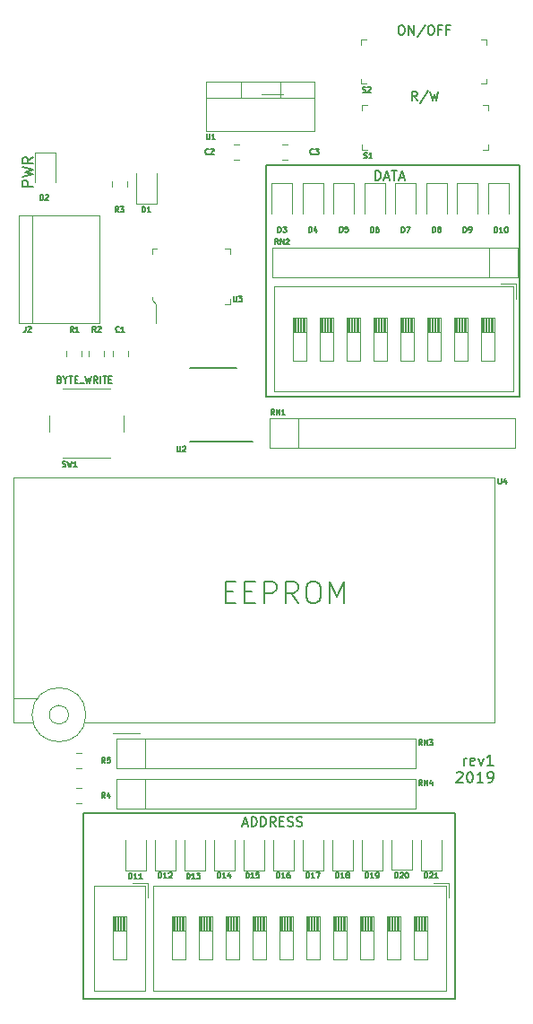
<source format=gbr>
G04 #@! TF.GenerationSoftware,KiCad,Pcbnew,(5.1.2)-2*
G04 #@! TF.CreationDate,2019-09-11T05:33:40-05:00*
G04 #@! TF.ProjectId,eeprom_manual,65657072-6f6d-45f6-9d61-6e75616c2e6b,rev?*
G04 #@! TF.SameCoordinates,Original*
G04 #@! TF.FileFunction,Legend,Top*
G04 #@! TF.FilePolarity,Positive*
%FSLAX46Y46*%
G04 Gerber Fmt 4.6, Leading zero omitted, Abs format (unit mm)*
G04 Created by KiCad (PCBNEW (5.1.2)-2) date 2019-09-11 05:33:40*
%MOMM*%
%LPD*%
G04 APERTURE LIST*
%ADD10C,0.127000*%
%ADD11C,0.150000*%
%ADD12C,0.203200*%
%ADD13C,0.120000*%
%ADD14C,0.100000*%
%ADD15R,1.541600X2.101600*%
%ADD16O,1.541600X2.101600*%
%ADD17C,2.101600*%
%ADD18R,1.701600X1.701600*%
%ADD19O,1.701600X1.701600*%
%ADD20C,1.251600*%
%ADD21C,2.801600*%
%ADD22R,3.101600X3.101600*%
%ADD23C,3.101600*%
%ADD24R,2.001600X2.001600*%
%ADD25C,2.001600*%
%ADD26R,2.006600X2.101600*%
%ADD27O,2.006600X2.101600*%
%ADD28R,1.551600X0.551600*%
%ADD29R,0.551600X1.851600*%
G04 APERTURE END LIST*
D10*
X70260330Y-91518619D02*
X70260330Y-90841285D01*
X70260330Y-91034809D02*
X70308711Y-90938047D01*
X70357092Y-90889666D01*
X70453854Y-90841285D01*
X70550616Y-90841285D01*
X71276330Y-91470238D02*
X71179569Y-91518619D01*
X70986045Y-91518619D01*
X70889283Y-91470238D01*
X70840902Y-91373476D01*
X70840902Y-90986428D01*
X70889283Y-90889666D01*
X70986045Y-90841285D01*
X71179569Y-90841285D01*
X71276330Y-90889666D01*
X71324711Y-90986428D01*
X71324711Y-91083190D01*
X70840902Y-91179952D01*
X71663378Y-90841285D02*
X71905283Y-91518619D01*
X72147188Y-90841285D01*
X73066426Y-91518619D02*
X72485854Y-91518619D01*
X72776140Y-91518619D02*
X72776140Y-90502619D01*
X72679378Y-90647761D01*
X72582616Y-90744523D01*
X72485854Y-90792904D01*
X69582997Y-92250380D02*
X69631378Y-92202000D01*
X69728140Y-92153619D01*
X69970045Y-92153619D01*
X70066807Y-92202000D01*
X70115188Y-92250380D01*
X70163569Y-92347142D01*
X70163569Y-92443904D01*
X70115188Y-92589047D01*
X69534616Y-93169619D01*
X70163569Y-93169619D01*
X70792521Y-92153619D02*
X70889283Y-92153619D01*
X70986045Y-92202000D01*
X71034426Y-92250380D01*
X71082807Y-92347142D01*
X71131188Y-92540666D01*
X71131188Y-92782571D01*
X71082807Y-92976095D01*
X71034426Y-93072857D01*
X70986045Y-93121238D01*
X70889283Y-93169619D01*
X70792521Y-93169619D01*
X70695759Y-93121238D01*
X70647378Y-93072857D01*
X70598997Y-92976095D01*
X70550616Y-92782571D01*
X70550616Y-92540666D01*
X70598997Y-92347142D01*
X70647378Y-92250380D01*
X70695759Y-92202000D01*
X70792521Y-92153619D01*
X72098807Y-93169619D02*
X71518235Y-93169619D01*
X71808521Y-93169619D02*
X71808521Y-92153619D01*
X71711759Y-92298761D01*
X71614997Y-92395523D01*
X71518235Y-92443904D01*
X72582616Y-93169619D02*
X72776140Y-93169619D01*
X72872902Y-93121238D01*
X72921283Y-93072857D01*
X73018045Y-92927714D01*
X73066426Y-92734190D01*
X73066426Y-92347142D01*
X73018045Y-92250380D01*
X72969664Y-92202000D01*
X72872902Y-92153619D01*
X72679378Y-92153619D01*
X72582616Y-92202000D01*
X72534235Y-92250380D01*
X72485854Y-92347142D01*
X72485854Y-92589047D01*
X72534235Y-92685809D01*
X72582616Y-92734190D01*
X72679378Y-92782571D01*
X72872902Y-92782571D01*
X72969664Y-92734190D01*
X73018045Y-92685809D01*
X73066426Y-92589047D01*
X32058428Y-55136142D02*
X32149142Y-55166380D01*
X32179380Y-55196619D01*
X32209619Y-55257095D01*
X32209619Y-55347809D01*
X32179380Y-55408285D01*
X32149142Y-55438523D01*
X32088666Y-55468761D01*
X31846761Y-55468761D01*
X31846761Y-54833761D01*
X32058428Y-54833761D01*
X32118904Y-54864000D01*
X32149142Y-54894238D01*
X32179380Y-54954714D01*
X32179380Y-55015190D01*
X32149142Y-55075666D01*
X32118904Y-55105904D01*
X32058428Y-55136142D01*
X31846761Y-55136142D01*
X32602714Y-55166380D02*
X32602714Y-55468761D01*
X32391047Y-54833761D02*
X32602714Y-55166380D01*
X32814380Y-54833761D01*
X32935333Y-54833761D02*
X33298190Y-54833761D01*
X33116761Y-55468761D02*
X33116761Y-54833761D01*
X33509857Y-55136142D02*
X33721523Y-55136142D01*
X33812238Y-55468761D02*
X33509857Y-55468761D01*
X33509857Y-54833761D01*
X33812238Y-54833761D01*
X33933190Y-55529238D02*
X34417000Y-55529238D01*
X34507714Y-54833761D02*
X34658904Y-55468761D01*
X34779857Y-55015190D01*
X34900809Y-55468761D01*
X35052000Y-54833761D01*
X35656761Y-55468761D02*
X35445095Y-55166380D01*
X35293904Y-55468761D02*
X35293904Y-54833761D01*
X35535809Y-54833761D01*
X35596285Y-54864000D01*
X35626523Y-54894238D01*
X35656761Y-54954714D01*
X35656761Y-55045428D01*
X35626523Y-55105904D01*
X35596285Y-55136142D01*
X35535809Y-55166380D01*
X35293904Y-55166380D01*
X35928904Y-55468761D02*
X35928904Y-54833761D01*
X36140571Y-54833761D02*
X36503428Y-54833761D01*
X36322000Y-55468761D02*
X36322000Y-54833761D01*
X36715095Y-55136142D02*
X36926761Y-55136142D01*
X37017476Y-55468761D02*
X36715095Y-55468761D01*
X36715095Y-54833761D01*
X37017476Y-54833761D01*
D11*
X47727809Y-75165857D02*
X48405142Y-75165857D01*
X48695428Y-76230238D02*
X47727809Y-76230238D01*
X47727809Y-74198238D01*
X48695428Y-74198238D01*
X49566285Y-75165857D02*
X50243619Y-75165857D01*
X50533904Y-76230238D02*
X49566285Y-76230238D01*
X49566285Y-74198238D01*
X50533904Y-74198238D01*
X51404761Y-76230238D02*
X51404761Y-74198238D01*
X52178857Y-74198238D01*
X52372380Y-74295000D01*
X52469142Y-74391761D01*
X52565904Y-74585285D01*
X52565904Y-74875571D01*
X52469142Y-75069095D01*
X52372380Y-75165857D01*
X52178857Y-75262619D01*
X51404761Y-75262619D01*
X54597904Y-76230238D02*
X53920571Y-75262619D01*
X53436761Y-76230238D02*
X53436761Y-74198238D01*
X54210857Y-74198238D01*
X54404380Y-74295000D01*
X54501142Y-74391761D01*
X54597904Y-74585285D01*
X54597904Y-74875571D01*
X54501142Y-75069095D01*
X54404380Y-75165857D01*
X54210857Y-75262619D01*
X53436761Y-75262619D01*
X55855809Y-74198238D02*
X56242857Y-74198238D01*
X56436380Y-74295000D01*
X56629904Y-74488523D01*
X56726666Y-74875571D01*
X56726666Y-75552904D01*
X56629904Y-75939952D01*
X56436380Y-76133476D01*
X56242857Y-76230238D01*
X55855809Y-76230238D01*
X55662285Y-76133476D01*
X55468761Y-75939952D01*
X55372000Y-75552904D01*
X55372000Y-74875571D01*
X55468761Y-74488523D01*
X55662285Y-74295000D01*
X55855809Y-74198238D01*
X57597523Y-76230238D02*
X57597523Y-74198238D01*
X58274857Y-75649666D01*
X58952190Y-74198238D01*
X58952190Y-76230238D01*
D12*
X51562000Y-56769000D02*
X75565000Y-56769000D01*
X51943000Y-34925000D02*
X51562000Y-34925000D01*
X75565000Y-56769000D02*
X75565000Y-56642000D01*
X51943000Y-34925000D02*
X63373000Y-34925000D01*
X51562000Y-56769000D02*
X51562000Y-34925000D01*
X75565000Y-34925000D02*
X75565000Y-56642000D01*
X74803000Y-34925000D02*
X75565000Y-34925000D01*
X63373000Y-34925000D02*
X74803000Y-34925000D01*
D13*
X34290000Y-113538000D02*
X34417000Y-113538000D01*
D12*
X34290000Y-96012000D02*
X34290000Y-113538000D01*
X34544000Y-96012000D02*
X34290000Y-96012000D01*
X69469000Y-96012000D02*
X34544000Y-96012000D01*
X69469000Y-113538000D02*
X69469000Y-96012000D01*
X34417000Y-113538000D02*
X69469000Y-113538000D01*
D11*
X49403000Y-97049166D02*
X49826333Y-97049166D01*
X49318333Y-97303166D02*
X49614666Y-96414166D01*
X49911000Y-97303166D01*
X50207333Y-97303166D02*
X50207333Y-96414166D01*
X50419000Y-96414166D01*
X50546000Y-96456500D01*
X50630666Y-96541166D01*
X50673000Y-96625833D01*
X50715333Y-96795166D01*
X50715333Y-96922166D01*
X50673000Y-97091500D01*
X50630666Y-97176166D01*
X50546000Y-97260833D01*
X50419000Y-97303166D01*
X50207333Y-97303166D01*
X51096333Y-97303166D02*
X51096333Y-96414166D01*
X51308000Y-96414166D01*
X51435000Y-96456500D01*
X51519666Y-96541166D01*
X51562000Y-96625833D01*
X51604333Y-96795166D01*
X51604333Y-96922166D01*
X51562000Y-97091500D01*
X51519666Y-97176166D01*
X51435000Y-97260833D01*
X51308000Y-97303166D01*
X51096333Y-97303166D01*
X52493333Y-97303166D02*
X52197000Y-96879833D01*
X51985333Y-97303166D02*
X51985333Y-96414166D01*
X52324000Y-96414166D01*
X52408666Y-96456500D01*
X52451000Y-96498833D01*
X52493333Y-96583500D01*
X52493333Y-96710500D01*
X52451000Y-96795166D01*
X52408666Y-96837500D01*
X52324000Y-96879833D01*
X51985333Y-96879833D01*
X52874333Y-96837500D02*
X53170666Y-96837500D01*
X53297666Y-97303166D02*
X52874333Y-97303166D01*
X52874333Y-96414166D01*
X53297666Y-96414166D01*
X53636333Y-97260833D02*
X53763333Y-97303166D01*
X53975000Y-97303166D01*
X54059666Y-97260833D01*
X54102000Y-97218500D01*
X54144333Y-97133833D01*
X54144333Y-97049166D01*
X54102000Y-96964500D01*
X54059666Y-96922166D01*
X53975000Y-96879833D01*
X53805666Y-96837500D01*
X53721000Y-96795166D01*
X53678666Y-96752833D01*
X53636333Y-96668166D01*
X53636333Y-96583500D01*
X53678666Y-96498833D01*
X53721000Y-96456500D01*
X53805666Y-96414166D01*
X54017333Y-96414166D01*
X54144333Y-96456500D01*
X54483000Y-97260833D02*
X54610000Y-97303166D01*
X54821666Y-97303166D01*
X54906333Y-97260833D01*
X54948666Y-97218500D01*
X54991000Y-97133833D01*
X54991000Y-97049166D01*
X54948666Y-96964500D01*
X54906333Y-96922166D01*
X54821666Y-96879833D01*
X54652333Y-96837500D01*
X54567666Y-96795166D01*
X54525333Y-96752833D01*
X54483000Y-96668166D01*
X54483000Y-96583500D01*
X54525333Y-96498833D01*
X54567666Y-96456500D01*
X54652333Y-96414166D01*
X54864000Y-96414166D01*
X54991000Y-96456500D01*
X61912500Y-36343166D02*
X61912500Y-35454166D01*
X62124166Y-35454166D01*
X62251166Y-35496500D01*
X62335833Y-35581166D01*
X62378166Y-35665833D01*
X62420500Y-35835166D01*
X62420500Y-35962166D01*
X62378166Y-36131500D01*
X62335833Y-36216166D01*
X62251166Y-36300833D01*
X62124166Y-36343166D01*
X61912500Y-36343166D01*
X62759166Y-36089166D02*
X63182500Y-36089166D01*
X62674500Y-36343166D02*
X62970833Y-35454166D01*
X63267166Y-36343166D01*
X63436500Y-35454166D02*
X63944500Y-35454166D01*
X63690500Y-36343166D02*
X63690500Y-35454166D01*
X64198500Y-36089166D02*
X64621833Y-36089166D01*
X64113833Y-36343166D02*
X64410166Y-35454166D01*
X64706500Y-36343166D01*
X65849500Y-28850166D02*
X65553166Y-28426833D01*
X65341500Y-28850166D02*
X65341500Y-27961166D01*
X65680166Y-27961166D01*
X65764833Y-28003500D01*
X65807166Y-28045833D01*
X65849500Y-28130500D01*
X65849500Y-28257500D01*
X65807166Y-28342166D01*
X65764833Y-28384500D01*
X65680166Y-28426833D01*
X65341500Y-28426833D01*
X66865500Y-27918833D02*
X66103500Y-29061833D01*
X67077166Y-27961166D02*
X67288833Y-28850166D01*
X67458166Y-28215166D01*
X67627500Y-28850166D01*
X67839166Y-27961166D01*
X64304333Y-21738166D02*
X64473666Y-21738166D01*
X64558333Y-21780500D01*
X64643000Y-21865166D01*
X64685333Y-22034500D01*
X64685333Y-22330833D01*
X64643000Y-22500166D01*
X64558333Y-22584833D01*
X64473666Y-22627166D01*
X64304333Y-22627166D01*
X64219666Y-22584833D01*
X64135000Y-22500166D01*
X64092666Y-22330833D01*
X64092666Y-22034500D01*
X64135000Y-21865166D01*
X64219666Y-21780500D01*
X64304333Y-21738166D01*
X65066333Y-22627166D02*
X65066333Y-21738166D01*
X65574333Y-22627166D01*
X65574333Y-21738166D01*
X66632666Y-21695833D02*
X65870666Y-22838833D01*
X67098333Y-21738166D02*
X67267666Y-21738166D01*
X67352333Y-21780500D01*
X67437000Y-21865166D01*
X67479333Y-22034500D01*
X67479333Y-22330833D01*
X67437000Y-22500166D01*
X67352333Y-22584833D01*
X67267666Y-22627166D01*
X67098333Y-22627166D01*
X67013666Y-22584833D01*
X66929000Y-22500166D01*
X66886666Y-22330833D01*
X66886666Y-22034500D01*
X66929000Y-21865166D01*
X67013666Y-21780500D01*
X67098333Y-21738166D01*
X68156666Y-22161500D02*
X67860333Y-22161500D01*
X67860333Y-22627166D02*
X67860333Y-21738166D01*
X68283666Y-21738166D01*
X68918666Y-22161500D02*
X68622333Y-22161500D01*
X68622333Y-22627166D02*
X68622333Y-21738166D01*
X69045666Y-21738166D01*
X29542619Y-36914666D02*
X28526619Y-36914666D01*
X28526619Y-36527619D01*
X28575000Y-36430857D01*
X28623380Y-36382476D01*
X28720142Y-36334095D01*
X28865285Y-36334095D01*
X28962047Y-36382476D01*
X29010428Y-36430857D01*
X29058809Y-36527619D01*
X29058809Y-36914666D01*
X28526619Y-35995428D02*
X29542619Y-35753523D01*
X28816904Y-35560000D01*
X29542619Y-35366476D01*
X28526619Y-35124571D01*
X29542619Y-34156952D02*
X29058809Y-34495619D01*
X29542619Y-34737523D02*
X28526619Y-34737523D01*
X28526619Y-34350476D01*
X28575000Y-34253714D01*
X28623380Y-34205333D01*
X28720142Y-34156952D01*
X28865285Y-34156952D01*
X28962047Y-34205333D01*
X29010428Y-34253714D01*
X29058809Y-34350476D01*
X29058809Y-34737523D01*
D13*
X51181000Y-28194000D02*
X53213000Y-28194000D01*
X34554000Y-86766000D02*
G75*
G03X34554000Y-86766000I-2550000J0D01*
G01*
X32904000Y-86766000D02*
G75*
G03X32904000Y-86766000I-900000J0D01*
G01*
X34454000Y-87496000D02*
X73194000Y-87496000D01*
X73194000Y-87496000D02*
X73194000Y-64396000D01*
X73194000Y-64396000D02*
X27694000Y-64396000D01*
X27694000Y-64396000D02*
X27694000Y-87496000D01*
X27694000Y-87496000D02*
X29554000Y-87496000D01*
X27694000Y-85216000D02*
X29954000Y-85216000D01*
X39624000Y-88516000D02*
X37084000Y-88516000D01*
X32369000Y-62523000D02*
X36869000Y-62523000D01*
X31119000Y-58523000D02*
X31119000Y-60023000D01*
X36869000Y-56023000D02*
X32369000Y-56023000D01*
X38119000Y-60023000D02*
X38119000Y-58523000D01*
X37422000Y-92834000D02*
X37422000Y-95634000D01*
X37422000Y-95634000D02*
X65702000Y-95634000D01*
X65702000Y-95634000D02*
X65702000Y-92834000D01*
X65702000Y-92834000D02*
X37422000Y-92834000D01*
X40132000Y-92834000D02*
X40132000Y-95634000D01*
X55372000Y-50631333D02*
X54102000Y-50631333D01*
X54172000Y-49278000D02*
X54172000Y-50631333D01*
X54292000Y-49278000D02*
X54292000Y-50631333D01*
X54412000Y-49278000D02*
X54412000Y-50631333D01*
X54532000Y-49278000D02*
X54532000Y-50631333D01*
X54652000Y-49278000D02*
X54652000Y-50631333D01*
X54772000Y-49278000D02*
X54772000Y-50631333D01*
X54892000Y-49278000D02*
X54892000Y-50631333D01*
X55012000Y-49278000D02*
X55012000Y-50631333D01*
X55132000Y-49278000D02*
X55132000Y-50631333D01*
X55252000Y-49278000D02*
X55252000Y-50631333D01*
X55372000Y-53338000D02*
X55372000Y-49278000D01*
X54102000Y-53338000D02*
X55372000Y-53338000D01*
X54102000Y-49278000D02*
X54102000Y-53338000D01*
X55372000Y-49278000D02*
X54102000Y-49278000D01*
X57912000Y-50631333D02*
X56642000Y-50631333D01*
X56712000Y-49278000D02*
X56712000Y-50631333D01*
X56832000Y-49278000D02*
X56832000Y-50631333D01*
X56952000Y-49278000D02*
X56952000Y-50631333D01*
X57072000Y-49278000D02*
X57072000Y-50631333D01*
X57192000Y-49278000D02*
X57192000Y-50631333D01*
X57312000Y-49278000D02*
X57312000Y-50631333D01*
X57432000Y-49278000D02*
X57432000Y-50631333D01*
X57552000Y-49278000D02*
X57552000Y-50631333D01*
X57672000Y-49278000D02*
X57672000Y-50631333D01*
X57792000Y-49278000D02*
X57792000Y-50631333D01*
X57912000Y-53338000D02*
X57912000Y-49278000D01*
X56642000Y-53338000D02*
X57912000Y-53338000D01*
X56642000Y-49278000D02*
X56642000Y-53338000D01*
X57912000Y-49278000D02*
X56642000Y-49278000D01*
X60452000Y-50631333D02*
X59182000Y-50631333D01*
X59252000Y-49278000D02*
X59252000Y-50631333D01*
X59372000Y-49278000D02*
X59372000Y-50631333D01*
X59492000Y-49278000D02*
X59492000Y-50631333D01*
X59612000Y-49278000D02*
X59612000Y-50631333D01*
X59732000Y-49278000D02*
X59732000Y-50631333D01*
X59852000Y-49278000D02*
X59852000Y-50631333D01*
X59972000Y-49278000D02*
X59972000Y-50631333D01*
X60092000Y-49278000D02*
X60092000Y-50631333D01*
X60212000Y-49278000D02*
X60212000Y-50631333D01*
X60332000Y-49278000D02*
X60332000Y-50631333D01*
X60452000Y-53338000D02*
X60452000Y-49278000D01*
X59182000Y-53338000D02*
X60452000Y-53338000D01*
X59182000Y-49278000D02*
X59182000Y-53338000D01*
X60452000Y-49278000D02*
X59182000Y-49278000D01*
X62992000Y-50631333D02*
X61722000Y-50631333D01*
X61792000Y-49278000D02*
X61792000Y-50631333D01*
X61912000Y-49278000D02*
X61912000Y-50631333D01*
X62032000Y-49278000D02*
X62032000Y-50631333D01*
X62152000Y-49278000D02*
X62152000Y-50631333D01*
X62272000Y-49278000D02*
X62272000Y-50631333D01*
X62392000Y-49278000D02*
X62392000Y-50631333D01*
X62512000Y-49278000D02*
X62512000Y-50631333D01*
X62632000Y-49278000D02*
X62632000Y-50631333D01*
X62752000Y-49278000D02*
X62752000Y-50631333D01*
X62872000Y-49278000D02*
X62872000Y-50631333D01*
X62992000Y-53338000D02*
X62992000Y-49278000D01*
X61722000Y-53338000D02*
X62992000Y-53338000D01*
X61722000Y-49278000D02*
X61722000Y-53338000D01*
X62992000Y-49278000D02*
X61722000Y-49278000D01*
X65532000Y-50631333D02*
X64262000Y-50631333D01*
X64332000Y-49278000D02*
X64332000Y-50631333D01*
X64452000Y-49278000D02*
X64452000Y-50631333D01*
X64572000Y-49278000D02*
X64572000Y-50631333D01*
X64692000Y-49278000D02*
X64692000Y-50631333D01*
X64812000Y-49278000D02*
X64812000Y-50631333D01*
X64932000Y-49278000D02*
X64932000Y-50631333D01*
X65052000Y-49278000D02*
X65052000Y-50631333D01*
X65172000Y-49278000D02*
X65172000Y-50631333D01*
X65292000Y-49278000D02*
X65292000Y-50631333D01*
X65412000Y-49278000D02*
X65412000Y-50631333D01*
X65532000Y-53338000D02*
X65532000Y-49278000D01*
X64262000Y-53338000D02*
X65532000Y-53338000D01*
X64262000Y-49278000D02*
X64262000Y-53338000D01*
X65532000Y-49278000D02*
X64262000Y-49278000D01*
X68072000Y-50631333D02*
X66802000Y-50631333D01*
X66872000Y-49278000D02*
X66872000Y-50631333D01*
X66992000Y-49278000D02*
X66992000Y-50631333D01*
X67112000Y-49278000D02*
X67112000Y-50631333D01*
X67232000Y-49278000D02*
X67232000Y-50631333D01*
X67352000Y-49278000D02*
X67352000Y-50631333D01*
X67472000Y-49278000D02*
X67472000Y-50631333D01*
X67592000Y-49278000D02*
X67592000Y-50631333D01*
X67712000Y-49278000D02*
X67712000Y-50631333D01*
X67832000Y-49278000D02*
X67832000Y-50631333D01*
X67952000Y-49278000D02*
X67952000Y-50631333D01*
X68072000Y-53338000D02*
X68072000Y-49278000D01*
X66802000Y-53338000D02*
X68072000Y-53338000D01*
X66802000Y-49278000D02*
X66802000Y-53338000D01*
X68072000Y-49278000D02*
X66802000Y-49278000D01*
X70612000Y-50631333D02*
X69342000Y-50631333D01*
X69412000Y-49278000D02*
X69412000Y-50631333D01*
X69532000Y-49278000D02*
X69532000Y-50631333D01*
X69652000Y-49278000D02*
X69652000Y-50631333D01*
X69772000Y-49278000D02*
X69772000Y-50631333D01*
X69892000Y-49278000D02*
X69892000Y-50631333D01*
X70012000Y-49278000D02*
X70012000Y-50631333D01*
X70132000Y-49278000D02*
X70132000Y-50631333D01*
X70252000Y-49278000D02*
X70252000Y-50631333D01*
X70372000Y-49278000D02*
X70372000Y-50631333D01*
X70492000Y-49278000D02*
X70492000Y-50631333D01*
X70612000Y-53338000D02*
X70612000Y-49278000D01*
X69342000Y-53338000D02*
X70612000Y-53338000D01*
X69342000Y-49278000D02*
X69342000Y-53338000D01*
X70612000Y-49278000D02*
X69342000Y-49278000D01*
X73152000Y-50631333D02*
X71882000Y-50631333D01*
X71952000Y-49278000D02*
X71952000Y-50631333D01*
X72072000Y-49278000D02*
X72072000Y-50631333D01*
X72192000Y-49278000D02*
X72192000Y-50631333D01*
X72312000Y-49278000D02*
X72312000Y-50631333D01*
X72432000Y-49278000D02*
X72432000Y-50631333D01*
X72552000Y-49278000D02*
X72552000Y-50631333D01*
X72672000Y-49278000D02*
X72672000Y-50631333D01*
X72792000Y-49278000D02*
X72792000Y-50631333D01*
X72912000Y-49278000D02*
X72912000Y-50631333D01*
X73032000Y-49278000D02*
X73032000Y-50631333D01*
X73152000Y-53338000D02*
X73152000Y-49278000D01*
X71882000Y-53338000D02*
X73152000Y-53338000D01*
X71882000Y-49278000D02*
X71882000Y-53338000D01*
X73152000Y-49278000D02*
X71882000Y-49278000D01*
X75177000Y-46118000D02*
X73794000Y-46118000D01*
X75177000Y-46118000D02*
X75177000Y-47502000D01*
X74937000Y-56258000D02*
X52316000Y-56258000D01*
X74937000Y-46358000D02*
X52316000Y-46358000D01*
X52316000Y-46358000D02*
X52316000Y-56258000D01*
X74937000Y-46358000D02*
X74937000Y-56258000D01*
X34161252Y-95071000D02*
X33638748Y-95071000D01*
X34161252Y-93651000D02*
X33638748Y-93651000D01*
X34179252Y-91769000D02*
X33656748Y-91769000D01*
X34179252Y-90349000D02*
X33656748Y-90349000D01*
X68587000Y-102873000D02*
X68587000Y-112773000D01*
X40887000Y-102873000D02*
X40887000Y-112773000D01*
X68587000Y-102873000D02*
X40887000Y-102873000D01*
X68587000Y-112773000D02*
X40887000Y-112773000D01*
X68827000Y-102633000D02*
X68827000Y-104017000D01*
X68827000Y-102633000D02*
X67444000Y-102633000D01*
X66802000Y-105793000D02*
X65532000Y-105793000D01*
X65532000Y-105793000D02*
X65532000Y-109853000D01*
X65532000Y-109853000D02*
X66802000Y-109853000D01*
X66802000Y-109853000D02*
X66802000Y-105793000D01*
X66682000Y-105793000D02*
X66682000Y-107146333D01*
X66562000Y-105793000D02*
X66562000Y-107146333D01*
X66442000Y-105793000D02*
X66442000Y-107146333D01*
X66322000Y-105793000D02*
X66322000Y-107146333D01*
X66202000Y-105793000D02*
X66202000Y-107146333D01*
X66082000Y-105793000D02*
X66082000Y-107146333D01*
X65962000Y-105793000D02*
X65962000Y-107146333D01*
X65842000Y-105793000D02*
X65842000Y-107146333D01*
X65722000Y-105793000D02*
X65722000Y-107146333D01*
X65602000Y-105793000D02*
X65602000Y-107146333D01*
X66802000Y-107146333D02*
X65532000Y-107146333D01*
X64262000Y-105793000D02*
X62992000Y-105793000D01*
X62992000Y-105793000D02*
X62992000Y-109853000D01*
X62992000Y-109853000D02*
X64262000Y-109853000D01*
X64262000Y-109853000D02*
X64262000Y-105793000D01*
X64142000Y-105793000D02*
X64142000Y-107146333D01*
X64022000Y-105793000D02*
X64022000Y-107146333D01*
X63902000Y-105793000D02*
X63902000Y-107146333D01*
X63782000Y-105793000D02*
X63782000Y-107146333D01*
X63662000Y-105793000D02*
X63662000Y-107146333D01*
X63542000Y-105793000D02*
X63542000Y-107146333D01*
X63422000Y-105793000D02*
X63422000Y-107146333D01*
X63302000Y-105793000D02*
X63302000Y-107146333D01*
X63182000Y-105793000D02*
X63182000Y-107146333D01*
X63062000Y-105793000D02*
X63062000Y-107146333D01*
X64262000Y-107146333D02*
X62992000Y-107146333D01*
X61722000Y-105793000D02*
X60452000Y-105793000D01*
X60452000Y-105793000D02*
X60452000Y-109853000D01*
X60452000Y-109853000D02*
X61722000Y-109853000D01*
X61722000Y-109853000D02*
X61722000Y-105793000D01*
X61602000Y-105793000D02*
X61602000Y-107146333D01*
X61482000Y-105793000D02*
X61482000Y-107146333D01*
X61362000Y-105793000D02*
X61362000Y-107146333D01*
X61242000Y-105793000D02*
X61242000Y-107146333D01*
X61122000Y-105793000D02*
X61122000Y-107146333D01*
X61002000Y-105793000D02*
X61002000Y-107146333D01*
X60882000Y-105793000D02*
X60882000Y-107146333D01*
X60762000Y-105793000D02*
X60762000Y-107146333D01*
X60642000Y-105793000D02*
X60642000Y-107146333D01*
X60522000Y-105793000D02*
X60522000Y-107146333D01*
X61722000Y-107146333D02*
X60452000Y-107146333D01*
X59182000Y-105793000D02*
X57912000Y-105793000D01*
X57912000Y-105793000D02*
X57912000Y-109853000D01*
X57912000Y-109853000D02*
X59182000Y-109853000D01*
X59182000Y-109853000D02*
X59182000Y-105793000D01*
X59062000Y-105793000D02*
X59062000Y-107146333D01*
X58942000Y-105793000D02*
X58942000Y-107146333D01*
X58822000Y-105793000D02*
X58822000Y-107146333D01*
X58702000Y-105793000D02*
X58702000Y-107146333D01*
X58582000Y-105793000D02*
X58582000Y-107146333D01*
X58462000Y-105793000D02*
X58462000Y-107146333D01*
X58342000Y-105793000D02*
X58342000Y-107146333D01*
X58222000Y-105793000D02*
X58222000Y-107146333D01*
X58102000Y-105793000D02*
X58102000Y-107146333D01*
X57982000Y-105793000D02*
X57982000Y-107146333D01*
X59182000Y-107146333D02*
X57912000Y-107146333D01*
X56642000Y-105793000D02*
X55372000Y-105793000D01*
X55372000Y-105793000D02*
X55372000Y-109853000D01*
X55372000Y-109853000D02*
X56642000Y-109853000D01*
X56642000Y-109853000D02*
X56642000Y-105793000D01*
X56522000Y-105793000D02*
X56522000Y-107146333D01*
X56402000Y-105793000D02*
X56402000Y-107146333D01*
X56282000Y-105793000D02*
X56282000Y-107146333D01*
X56162000Y-105793000D02*
X56162000Y-107146333D01*
X56042000Y-105793000D02*
X56042000Y-107146333D01*
X55922000Y-105793000D02*
X55922000Y-107146333D01*
X55802000Y-105793000D02*
X55802000Y-107146333D01*
X55682000Y-105793000D02*
X55682000Y-107146333D01*
X55562000Y-105793000D02*
X55562000Y-107146333D01*
X55442000Y-105793000D02*
X55442000Y-107146333D01*
X56642000Y-107146333D02*
X55372000Y-107146333D01*
X54102000Y-105793000D02*
X52832000Y-105793000D01*
X52832000Y-105793000D02*
X52832000Y-109853000D01*
X52832000Y-109853000D02*
X54102000Y-109853000D01*
X54102000Y-109853000D02*
X54102000Y-105793000D01*
X53982000Y-105793000D02*
X53982000Y-107146333D01*
X53862000Y-105793000D02*
X53862000Y-107146333D01*
X53742000Y-105793000D02*
X53742000Y-107146333D01*
X53622000Y-105793000D02*
X53622000Y-107146333D01*
X53502000Y-105793000D02*
X53502000Y-107146333D01*
X53382000Y-105793000D02*
X53382000Y-107146333D01*
X53262000Y-105793000D02*
X53262000Y-107146333D01*
X53142000Y-105793000D02*
X53142000Y-107146333D01*
X53022000Y-105793000D02*
X53022000Y-107146333D01*
X52902000Y-105793000D02*
X52902000Y-107146333D01*
X54102000Y-107146333D02*
X52832000Y-107146333D01*
X51562000Y-105793000D02*
X50292000Y-105793000D01*
X50292000Y-105793000D02*
X50292000Y-109853000D01*
X50292000Y-109853000D02*
X51562000Y-109853000D01*
X51562000Y-109853000D02*
X51562000Y-105793000D01*
X51442000Y-105793000D02*
X51442000Y-107146333D01*
X51322000Y-105793000D02*
X51322000Y-107146333D01*
X51202000Y-105793000D02*
X51202000Y-107146333D01*
X51082000Y-105793000D02*
X51082000Y-107146333D01*
X50962000Y-105793000D02*
X50962000Y-107146333D01*
X50842000Y-105793000D02*
X50842000Y-107146333D01*
X50722000Y-105793000D02*
X50722000Y-107146333D01*
X50602000Y-105793000D02*
X50602000Y-107146333D01*
X50482000Y-105793000D02*
X50482000Y-107146333D01*
X50362000Y-105793000D02*
X50362000Y-107146333D01*
X51562000Y-107146333D02*
X50292000Y-107146333D01*
X49022000Y-105793000D02*
X47752000Y-105793000D01*
X47752000Y-105793000D02*
X47752000Y-109853000D01*
X47752000Y-109853000D02*
X49022000Y-109853000D01*
X49022000Y-109853000D02*
X49022000Y-105793000D01*
X48902000Y-105793000D02*
X48902000Y-107146333D01*
X48782000Y-105793000D02*
X48782000Y-107146333D01*
X48662000Y-105793000D02*
X48662000Y-107146333D01*
X48542000Y-105793000D02*
X48542000Y-107146333D01*
X48422000Y-105793000D02*
X48422000Y-107146333D01*
X48302000Y-105793000D02*
X48302000Y-107146333D01*
X48182000Y-105793000D02*
X48182000Y-107146333D01*
X48062000Y-105793000D02*
X48062000Y-107146333D01*
X47942000Y-105793000D02*
X47942000Y-107146333D01*
X47822000Y-105793000D02*
X47822000Y-107146333D01*
X49022000Y-107146333D02*
X47752000Y-107146333D01*
X46482000Y-105793000D02*
X45212000Y-105793000D01*
X45212000Y-105793000D02*
X45212000Y-109853000D01*
X45212000Y-109853000D02*
X46482000Y-109853000D01*
X46482000Y-109853000D02*
X46482000Y-105793000D01*
X46362000Y-105793000D02*
X46362000Y-107146333D01*
X46242000Y-105793000D02*
X46242000Y-107146333D01*
X46122000Y-105793000D02*
X46122000Y-107146333D01*
X46002000Y-105793000D02*
X46002000Y-107146333D01*
X45882000Y-105793000D02*
X45882000Y-107146333D01*
X45762000Y-105793000D02*
X45762000Y-107146333D01*
X45642000Y-105793000D02*
X45642000Y-107146333D01*
X45522000Y-105793000D02*
X45522000Y-107146333D01*
X45402000Y-105793000D02*
X45402000Y-107146333D01*
X45282000Y-105793000D02*
X45282000Y-107146333D01*
X46482000Y-107146333D02*
X45212000Y-107146333D01*
X43942000Y-105793000D02*
X42672000Y-105793000D01*
X42672000Y-105793000D02*
X42672000Y-109853000D01*
X42672000Y-109853000D02*
X43942000Y-109853000D01*
X43942000Y-109853000D02*
X43942000Y-105793000D01*
X43822000Y-105793000D02*
X43822000Y-107146333D01*
X43702000Y-105793000D02*
X43702000Y-107146333D01*
X43582000Y-105793000D02*
X43582000Y-107146333D01*
X43462000Y-105793000D02*
X43462000Y-107146333D01*
X43342000Y-105793000D02*
X43342000Y-107146333D01*
X43222000Y-105793000D02*
X43222000Y-107146333D01*
X43102000Y-105793000D02*
X43102000Y-107146333D01*
X42982000Y-105793000D02*
X42982000Y-107146333D01*
X42862000Y-105793000D02*
X42862000Y-107146333D01*
X42742000Y-105793000D02*
X42742000Y-107146333D01*
X43942000Y-107146333D02*
X42672000Y-107146333D01*
X66731000Y-36612000D02*
X66731000Y-39472000D01*
X68651000Y-36612000D02*
X66731000Y-36612000D01*
X68651000Y-39472000D02*
X68651000Y-36612000D01*
X59888000Y-39472000D02*
X59888000Y-36612000D01*
X59888000Y-36612000D02*
X57968000Y-36612000D01*
X57968000Y-36612000D02*
X57968000Y-39472000D01*
X55047000Y-36612000D02*
X55047000Y-39472000D01*
X56967000Y-36612000D02*
X55047000Y-36612000D01*
X56967000Y-39472000D02*
X56967000Y-36612000D01*
X65730000Y-39481000D02*
X65730000Y-36621000D01*
X65730000Y-36621000D02*
X63810000Y-36621000D01*
X63810000Y-36621000D02*
X63810000Y-39481000D01*
X71572000Y-39472000D02*
X71572000Y-36612000D01*
X71572000Y-36612000D02*
X69652000Y-36612000D01*
X69652000Y-36612000D02*
X69652000Y-39472000D01*
X54046000Y-39472000D02*
X54046000Y-36612000D01*
X54046000Y-36612000D02*
X52126000Y-36612000D01*
X52126000Y-36612000D02*
X52126000Y-39472000D01*
X72573000Y-36612000D02*
X72573000Y-39472000D01*
X74493000Y-36612000D02*
X72573000Y-36612000D01*
X74493000Y-39472000D02*
X74493000Y-36612000D01*
X60889000Y-36612000D02*
X60889000Y-39472000D01*
X62809000Y-36612000D02*
X60889000Y-36612000D01*
X62809000Y-39472000D02*
X62809000Y-36612000D01*
X75354000Y-45469000D02*
X75354000Y-42669000D01*
X75354000Y-42669000D02*
X52154000Y-42669000D01*
X52154000Y-42669000D02*
X52154000Y-45469000D01*
X52154000Y-45469000D02*
X75354000Y-45469000D01*
X72644000Y-45469000D02*
X72644000Y-42669000D01*
X54610000Y-58798000D02*
X54610000Y-61598000D01*
X75100000Y-58798000D02*
X51900000Y-58798000D01*
X75100000Y-61598000D02*
X75100000Y-58798000D01*
X51900000Y-61598000D02*
X75100000Y-61598000D01*
X51900000Y-58798000D02*
X51900000Y-61598000D01*
X37136000Y-52957252D02*
X37136000Y-52434748D01*
X38556000Y-52957252D02*
X38556000Y-52434748D01*
X48506748Y-34365000D02*
X49029252Y-34365000D01*
X48506748Y-32945000D02*
X49029252Y-32945000D01*
X53601252Y-34365000D02*
X53078748Y-34365000D01*
X53601252Y-32945000D02*
X53078748Y-32945000D01*
X39299000Y-35694000D02*
X39299000Y-38554000D01*
X39299000Y-38554000D02*
X41219000Y-38554000D01*
X41219000Y-38554000D02*
X41219000Y-35694000D01*
X31694000Y-36560000D02*
X31694000Y-33700000D01*
X31694000Y-33700000D02*
X29774000Y-33700000D01*
X29774000Y-33700000D02*
X29774000Y-36560000D01*
X40203000Y-101428000D02*
X40203000Y-98568000D01*
X38283000Y-101428000D02*
X40203000Y-101428000D01*
X38283000Y-98568000D02*
X38283000Y-101428000D01*
X42997000Y-101428000D02*
X42997000Y-98568000D01*
X41077000Y-101428000D02*
X42997000Y-101428000D01*
X41077000Y-98568000D02*
X41077000Y-101428000D01*
X45791000Y-101428000D02*
X45791000Y-98568000D01*
X43871000Y-101428000D02*
X45791000Y-101428000D01*
X43871000Y-98568000D02*
X43871000Y-101428000D01*
X48585000Y-101428000D02*
X48585000Y-98568000D01*
X46665000Y-101428000D02*
X48585000Y-101428000D01*
X46665000Y-98568000D02*
X46665000Y-101428000D01*
X49459000Y-98568000D02*
X49459000Y-101428000D01*
X49459000Y-101428000D02*
X51379000Y-101428000D01*
X51379000Y-101428000D02*
X51379000Y-98568000D01*
X52253000Y-98568000D02*
X52253000Y-101428000D01*
X52253000Y-101428000D02*
X54173000Y-101428000D01*
X54173000Y-101428000D02*
X54173000Y-98568000D01*
X55047000Y-98568000D02*
X55047000Y-101428000D01*
X55047000Y-101428000D02*
X56967000Y-101428000D01*
X56967000Y-101428000D02*
X56967000Y-98568000D01*
X59761000Y-101437000D02*
X59761000Y-98577000D01*
X57841000Y-101437000D02*
X59761000Y-101437000D01*
X57841000Y-98577000D02*
X57841000Y-101437000D01*
X60635000Y-98568000D02*
X60635000Y-101428000D01*
X60635000Y-101428000D02*
X62555000Y-101428000D01*
X62555000Y-101428000D02*
X62555000Y-98568000D01*
X63429000Y-98559000D02*
X63429000Y-101419000D01*
X63429000Y-101419000D02*
X65349000Y-101419000D01*
X65349000Y-101419000D02*
X65349000Y-98559000D01*
X68143000Y-101428000D02*
X68143000Y-98568000D01*
X66223000Y-101428000D02*
X68143000Y-101428000D01*
X66223000Y-98568000D02*
X66223000Y-101428000D01*
X29464000Y-49784000D02*
X29464000Y-39624000D01*
X28194000Y-49784000D02*
X35814000Y-49784000D01*
X35814000Y-49784000D02*
X35814000Y-39624000D01*
X35814000Y-39624000D02*
X28194000Y-39624000D01*
X28194000Y-39624000D02*
X28194000Y-49784000D01*
X32691000Y-52966252D02*
X32691000Y-52443748D01*
X34111000Y-52966252D02*
X34111000Y-52443748D01*
X36270000Y-52957252D02*
X36270000Y-52434748D01*
X34850000Y-52957252D02*
X34850000Y-52434748D01*
X37009000Y-36450748D02*
X37009000Y-36973252D01*
X38429000Y-36450748D02*
X38429000Y-36973252D01*
X37422000Y-89024000D02*
X37422000Y-91824000D01*
X37422000Y-91824000D02*
X65702000Y-91824000D01*
X65702000Y-91824000D02*
X65702000Y-89024000D01*
X65702000Y-89024000D02*
X37422000Y-89024000D01*
X40132000Y-89024000D02*
X40132000Y-91824000D01*
D14*
X60661000Y-29269000D02*
X61161000Y-29269000D01*
X60661000Y-29269000D02*
X60661000Y-29769000D01*
X72561000Y-29269000D02*
X72061000Y-29269000D01*
X72561000Y-29269000D02*
X72561000Y-29769000D01*
X72561000Y-33469000D02*
X72061000Y-33469000D01*
X72561000Y-33469000D02*
X72561000Y-32969000D01*
X60661000Y-33469000D02*
X60661000Y-32969000D01*
X60661000Y-33469000D02*
X61161000Y-33469000D01*
X72435000Y-23046000D02*
X71935000Y-23046000D01*
X72435000Y-23046000D02*
X72435000Y-23546000D01*
X60535000Y-23046000D02*
X60535000Y-23546000D01*
X60535000Y-23046000D02*
X61035000Y-23046000D01*
X60535000Y-27246000D02*
X60535000Y-26746000D01*
X60535000Y-27246000D02*
X61035000Y-27246000D01*
X72435000Y-27246000D02*
X72435000Y-26746000D01*
X72435000Y-27246000D02*
X71935000Y-27246000D01*
D13*
X40139000Y-102873000D02*
X40139000Y-112773000D01*
X35299000Y-102873000D02*
X35299000Y-112773000D01*
X40139000Y-102873000D02*
X35299000Y-102873000D01*
X40139000Y-112773000D02*
X35299000Y-112773000D01*
X40379000Y-102633000D02*
X40379000Y-104017000D01*
X40379000Y-102633000D02*
X38996000Y-102633000D01*
X38354000Y-105793000D02*
X37084000Y-105793000D01*
X37084000Y-105793000D02*
X37084000Y-109853000D01*
X37084000Y-109853000D02*
X38354000Y-109853000D01*
X38354000Y-109853000D02*
X38354000Y-105793000D01*
X38234000Y-105793000D02*
X38234000Y-107146333D01*
X38114000Y-105793000D02*
X38114000Y-107146333D01*
X37994000Y-105793000D02*
X37994000Y-107146333D01*
X37874000Y-105793000D02*
X37874000Y-107146333D01*
X37754000Y-105793000D02*
X37754000Y-107146333D01*
X37634000Y-105793000D02*
X37634000Y-107146333D01*
X37514000Y-105793000D02*
X37514000Y-107146333D01*
X37394000Y-105793000D02*
X37394000Y-107146333D01*
X37274000Y-105793000D02*
X37274000Y-107146333D01*
X37154000Y-105793000D02*
X37154000Y-107146333D01*
X38354000Y-107146333D02*
X37084000Y-107146333D01*
X45934000Y-27083000D02*
X56174000Y-27083000D01*
X45934000Y-31724000D02*
X56174000Y-31724000D01*
X45934000Y-27083000D02*
X45934000Y-31724000D01*
X56174000Y-27083000D02*
X56174000Y-31724000D01*
X45934000Y-28593000D02*
X56174000Y-28593000D01*
X49204000Y-27083000D02*
X49204000Y-28593000D01*
X52905000Y-27083000D02*
X52905000Y-28593000D01*
D11*
X48805000Y-54070000D02*
X44355000Y-54070000D01*
X50330000Y-60970000D02*
X44355000Y-60970000D01*
D14*
X40791000Y-47622000D02*
X41191000Y-48022000D01*
X41191000Y-48022000D02*
X41191000Y-49822000D01*
X40791000Y-47322000D02*
X40791000Y-47622000D01*
X40791000Y-42822000D02*
X40791000Y-43322000D01*
X40791000Y-42822000D02*
X41291000Y-42822000D01*
X48191000Y-42822000D02*
X48191000Y-43322000D01*
X48191000Y-42822000D02*
X47691000Y-42822000D01*
X48191000Y-48022000D02*
X48191000Y-47522000D01*
X48191000Y-48022000D02*
X47691000Y-48022000D01*
D10*
X73526952Y-64491809D02*
X73526952Y-64903047D01*
X73551142Y-64951428D01*
X73575333Y-64975619D01*
X73623714Y-64999809D01*
X73720476Y-64999809D01*
X73768857Y-64975619D01*
X73793047Y-64951428D01*
X73817238Y-64903047D01*
X73817238Y-64491809D01*
X74276857Y-64661142D02*
X74276857Y-64999809D01*
X74155904Y-64467619D02*
X74034952Y-64830476D01*
X74349428Y-64830476D01*
X32342666Y-63324619D02*
X32415238Y-63348809D01*
X32536190Y-63348809D01*
X32584571Y-63324619D01*
X32608761Y-63300428D01*
X32632952Y-63252047D01*
X32632952Y-63203666D01*
X32608761Y-63155285D01*
X32584571Y-63131095D01*
X32536190Y-63106904D01*
X32439428Y-63082714D01*
X32391047Y-63058523D01*
X32366857Y-63034333D01*
X32342666Y-62985952D01*
X32342666Y-62937571D01*
X32366857Y-62889190D01*
X32391047Y-62865000D01*
X32439428Y-62840809D01*
X32560380Y-62840809D01*
X32632952Y-62865000D01*
X32802285Y-62840809D02*
X32923238Y-63348809D01*
X33020000Y-62985952D01*
X33116761Y-63348809D01*
X33237714Y-62840809D01*
X33697333Y-63348809D02*
X33407047Y-63348809D01*
X33552190Y-63348809D02*
X33552190Y-62840809D01*
X33503809Y-62913380D01*
X33455428Y-62961761D01*
X33407047Y-62985952D01*
X66324238Y-93447809D02*
X66154904Y-93205904D01*
X66033952Y-93447809D02*
X66033952Y-92939809D01*
X66227476Y-92939809D01*
X66275857Y-92964000D01*
X66300047Y-92988190D01*
X66324238Y-93036571D01*
X66324238Y-93109142D01*
X66300047Y-93157523D01*
X66275857Y-93181714D01*
X66227476Y-93205904D01*
X66033952Y-93205904D01*
X66541952Y-93447809D02*
X66541952Y-92939809D01*
X66832238Y-93447809D01*
X66832238Y-92939809D01*
X67291857Y-93109142D02*
X67291857Y-93447809D01*
X67170904Y-92915619D02*
X67049952Y-93278476D01*
X67364428Y-93278476D01*
X36364333Y-94590809D02*
X36195000Y-94348904D01*
X36074047Y-94590809D02*
X36074047Y-94082809D01*
X36267571Y-94082809D01*
X36315952Y-94107000D01*
X36340142Y-94131190D01*
X36364333Y-94179571D01*
X36364333Y-94252142D01*
X36340142Y-94300523D01*
X36315952Y-94324714D01*
X36267571Y-94348904D01*
X36074047Y-94348904D01*
X36799761Y-94252142D02*
X36799761Y-94590809D01*
X36678809Y-94058619D02*
X36557857Y-94421476D01*
X36872333Y-94421476D01*
X36364333Y-91288809D02*
X36195000Y-91046904D01*
X36074047Y-91288809D02*
X36074047Y-90780809D01*
X36267571Y-90780809D01*
X36315952Y-90805000D01*
X36340142Y-90829190D01*
X36364333Y-90877571D01*
X36364333Y-90950142D01*
X36340142Y-90998523D01*
X36315952Y-91022714D01*
X36267571Y-91046904D01*
X36074047Y-91046904D01*
X36823952Y-90780809D02*
X36582047Y-90780809D01*
X36557857Y-91022714D01*
X36582047Y-90998523D01*
X36630428Y-90974333D01*
X36751380Y-90974333D01*
X36799761Y-90998523D01*
X36823952Y-91022714D01*
X36848142Y-91071095D01*
X36848142Y-91192047D01*
X36823952Y-91240428D01*
X36799761Y-91264619D01*
X36751380Y-91288809D01*
X36630428Y-91288809D01*
X36582047Y-91264619D01*
X36557857Y-91240428D01*
X67316047Y-41232809D02*
X67316047Y-40724809D01*
X67437000Y-40724809D01*
X67509571Y-40749000D01*
X67557952Y-40797380D01*
X67582142Y-40845761D01*
X67606333Y-40942523D01*
X67606333Y-41015095D01*
X67582142Y-41111857D01*
X67557952Y-41160238D01*
X67509571Y-41208619D01*
X67437000Y-41232809D01*
X67316047Y-41232809D01*
X67896619Y-40942523D02*
X67848238Y-40918333D01*
X67824047Y-40894142D01*
X67799857Y-40845761D01*
X67799857Y-40821571D01*
X67824047Y-40773190D01*
X67848238Y-40749000D01*
X67896619Y-40724809D01*
X67993380Y-40724809D01*
X68041761Y-40749000D01*
X68065952Y-40773190D01*
X68090142Y-40821571D01*
X68090142Y-40845761D01*
X68065952Y-40894142D01*
X68041761Y-40918333D01*
X67993380Y-40942523D01*
X67896619Y-40942523D01*
X67848238Y-40966714D01*
X67824047Y-40990904D01*
X67799857Y-41039285D01*
X67799857Y-41136047D01*
X67824047Y-41184428D01*
X67848238Y-41208619D01*
X67896619Y-41232809D01*
X67993380Y-41232809D01*
X68041761Y-41208619D01*
X68065952Y-41184428D01*
X68090142Y-41136047D01*
X68090142Y-41039285D01*
X68065952Y-40990904D01*
X68041761Y-40966714D01*
X67993380Y-40942523D01*
X58553047Y-41232809D02*
X58553047Y-40724809D01*
X58674000Y-40724809D01*
X58746571Y-40749000D01*
X58794952Y-40797380D01*
X58819142Y-40845761D01*
X58843333Y-40942523D01*
X58843333Y-41015095D01*
X58819142Y-41111857D01*
X58794952Y-41160238D01*
X58746571Y-41208619D01*
X58674000Y-41232809D01*
X58553047Y-41232809D01*
X59302952Y-40724809D02*
X59061047Y-40724809D01*
X59036857Y-40966714D01*
X59061047Y-40942523D01*
X59109428Y-40918333D01*
X59230380Y-40918333D01*
X59278761Y-40942523D01*
X59302952Y-40966714D01*
X59327142Y-41015095D01*
X59327142Y-41136047D01*
X59302952Y-41184428D01*
X59278761Y-41208619D01*
X59230380Y-41232809D01*
X59109428Y-41232809D01*
X59061047Y-41208619D01*
X59036857Y-41184428D01*
X55632047Y-41232809D02*
X55632047Y-40724809D01*
X55753000Y-40724809D01*
X55825571Y-40749000D01*
X55873952Y-40797380D01*
X55898142Y-40845761D01*
X55922333Y-40942523D01*
X55922333Y-41015095D01*
X55898142Y-41111857D01*
X55873952Y-41160238D01*
X55825571Y-41208619D01*
X55753000Y-41232809D01*
X55632047Y-41232809D01*
X56357761Y-40894142D02*
X56357761Y-41232809D01*
X56236809Y-40700619D02*
X56115857Y-41063476D01*
X56430333Y-41063476D01*
X64395047Y-41241809D02*
X64395047Y-40733809D01*
X64516000Y-40733809D01*
X64588571Y-40758000D01*
X64636952Y-40806380D01*
X64661142Y-40854761D01*
X64685333Y-40951523D01*
X64685333Y-41024095D01*
X64661142Y-41120857D01*
X64636952Y-41169238D01*
X64588571Y-41217619D01*
X64516000Y-41241809D01*
X64395047Y-41241809D01*
X64854666Y-40733809D02*
X65193333Y-40733809D01*
X64975619Y-41241809D01*
X70237047Y-41241809D02*
X70237047Y-40733809D01*
X70358000Y-40733809D01*
X70430571Y-40758000D01*
X70478952Y-40806380D01*
X70503142Y-40854761D01*
X70527333Y-40951523D01*
X70527333Y-41024095D01*
X70503142Y-41120857D01*
X70478952Y-41169238D01*
X70430571Y-41217619D01*
X70358000Y-41241809D01*
X70237047Y-41241809D01*
X70769238Y-41241809D02*
X70866000Y-41241809D01*
X70914380Y-41217619D01*
X70938571Y-41193428D01*
X70986952Y-41120857D01*
X71011142Y-41024095D01*
X71011142Y-40830571D01*
X70986952Y-40782190D01*
X70962761Y-40758000D01*
X70914380Y-40733809D01*
X70817619Y-40733809D01*
X70769238Y-40758000D01*
X70745047Y-40782190D01*
X70720857Y-40830571D01*
X70720857Y-40951523D01*
X70745047Y-40999904D01*
X70769238Y-41024095D01*
X70817619Y-41048285D01*
X70914380Y-41048285D01*
X70962761Y-41024095D01*
X70986952Y-40999904D01*
X71011142Y-40951523D01*
X52711047Y-41241809D02*
X52711047Y-40733809D01*
X52832000Y-40733809D01*
X52904571Y-40758000D01*
X52952952Y-40806380D01*
X52977142Y-40854761D01*
X53001333Y-40951523D01*
X53001333Y-41024095D01*
X52977142Y-41120857D01*
X52952952Y-41169238D01*
X52904571Y-41217619D01*
X52832000Y-41241809D01*
X52711047Y-41241809D01*
X53170666Y-40733809D02*
X53485142Y-40733809D01*
X53315809Y-40927333D01*
X53388380Y-40927333D01*
X53436761Y-40951523D01*
X53460952Y-40975714D01*
X53485142Y-41024095D01*
X53485142Y-41145047D01*
X53460952Y-41193428D01*
X53436761Y-41217619D01*
X53388380Y-41241809D01*
X53243238Y-41241809D01*
X53194857Y-41217619D01*
X53170666Y-41193428D01*
X73170142Y-41250809D02*
X73170142Y-40742809D01*
X73291095Y-40742809D01*
X73363666Y-40767000D01*
X73412047Y-40815380D01*
X73436238Y-40863761D01*
X73460428Y-40960523D01*
X73460428Y-41033095D01*
X73436238Y-41129857D01*
X73412047Y-41178238D01*
X73363666Y-41226619D01*
X73291095Y-41250809D01*
X73170142Y-41250809D01*
X73944238Y-41250809D02*
X73653952Y-41250809D01*
X73799095Y-41250809D02*
X73799095Y-40742809D01*
X73750714Y-40815380D01*
X73702333Y-40863761D01*
X73653952Y-40887952D01*
X74258714Y-40742809D02*
X74307095Y-40742809D01*
X74355476Y-40767000D01*
X74379666Y-40791190D01*
X74403857Y-40839571D01*
X74428047Y-40936333D01*
X74428047Y-41057285D01*
X74403857Y-41154047D01*
X74379666Y-41202428D01*
X74355476Y-41226619D01*
X74307095Y-41250809D01*
X74258714Y-41250809D01*
X74210333Y-41226619D01*
X74186142Y-41202428D01*
X74161952Y-41154047D01*
X74137761Y-41057285D01*
X74137761Y-40936333D01*
X74161952Y-40839571D01*
X74186142Y-40791190D01*
X74210333Y-40767000D01*
X74258714Y-40742809D01*
X61474047Y-41250809D02*
X61474047Y-40742809D01*
X61595000Y-40742809D01*
X61667571Y-40767000D01*
X61715952Y-40815380D01*
X61740142Y-40863761D01*
X61764333Y-40960523D01*
X61764333Y-41033095D01*
X61740142Y-41129857D01*
X61715952Y-41178238D01*
X61667571Y-41226619D01*
X61595000Y-41250809D01*
X61474047Y-41250809D01*
X62199761Y-40742809D02*
X62103000Y-40742809D01*
X62054619Y-40767000D01*
X62030428Y-40791190D01*
X61982047Y-40863761D01*
X61957857Y-40960523D01*
X61957857Y-41154047D01*
X61982047Y-41202428D01*
X62006238Y-41226619D01*
X62054619Y-41250809D01*
X62151380Y-41250809D01*
X62199761Y-41226619D01*
X62223952Y-41202428D01*
X62248142Y-41154047D01*
X62248142Y-41033095D01*
X62223952Y-40984714D01*
X62199761Y-40960523D01*
X62151380Y-40936333D01*
X62054619Y-40936333D01*
X62006238Y-40960523D01*
X61982047Y-40984714D01*
X61957857Y-41033095D01*
X52735238Y-42393809D02*
X52565904Y-42151904D01*
X52444952Y-42393809D02*
X52444952Y-41885809D01*
X52638476Y-41885809D01*
X52686857Y-41910000D01*
X52711047Y-41934190D01*
X52735238Y-41982571D01*
X52735238Y-42055142D01*
X52711047Y-42103523D01*
X52686857Y-42127714D01*
X52638476Y-42151904D01*
X52444952Y-42151904D01*
X52952952Y-42393809D02*
X52952952Y-41885809D01*
X53243238Y-42393809D01*
X53243238Y-41885809D01*
X53460952Y-41934190D02*
X53485142Y-41910000D01*
X53533523Y-41885809D01*
X53654476Y-41885809D01*
X53702857Y-41910000D01*
X53727047Y-41934190D01*
X53751238Y-41982571D01*
X53751238Y-42030952D01*
X53727047Y-42103523D01*
X53436761Y-42393809D01*
X53751238Y-42393809D01*
X52354238Y-58459309D02*
X52184904Y-58217404D01*
X52063952Y-58459309D02*
X52063952Y-57951309D01*
X52257476Y-57951309D01*
X52305857Y-57975500D01*
X52330047Y-57999690D01*
X52354238Y-58048071D01*
X52354238Y-58120642D01*
X52330047Y-58169023D01*
X52305857Y-58193214D01*
X52257476Y-58217404D01*
X52063952Y-58217404D01*
X52571952Y-58459309D02*
X52571952Y-57951309D01*
X52862238Y-58459309D01*
X52862238Y-57951309D01*
X53370238Y-58459309D02*
X53079952Y-58459309D01*
X53225095Y-58459309D02*
X53225095Y-57951309D01*
X53176714Y-58023880D01*
X53128333Y-58072261D01*
X53079952Y-58096452D01*
X37697833Y-50600428D02*
X37673642Y-50624619D01*
X37601071Y-50648809D01*
X37552690Y-50648809D01*
X37480119Y-50624619D01*
X37431738Y-50576238D01*
X37407547Y-50527857D01*
X37383357Y-50431095D01*
X37383357Y-50358523D01*
X37407547Y-50261761D01*
X37431738Y-50213380D01*
X37480119Y-50165000D01*
X37552690Y-50140809D01*
X37601071Y-50140809D01*
X37673642Y-50165000D01*
X37697833Y-50189190D01*
X38181642Y-50648809D02*
X37891357Y-50648809D01*
X38036500Y-50648809D02*
X38036500Y-50140809D01*
X37988119Y-50213380D01*
X37939738Y-50261761D01*
X37891357Y-50285952D01*
X46143333Y-33836428D02*
X46119142Y-33860619D01*
X46046571Y-33884809D01*
X45998190Y-33884809D01*
X45925619Y-33860619D01*
X45877238Y-33812238D01*
X45853047Y-33763857D01*
X45828857Y-33667095D01*
X45828857Y-33594523D01*
X45853047Y-33497761D01*
X45877238Y-33449380D01*
X45925619Y-33401000D01*
X45998190Y-33376809D01*
X46046571Y-33376809D01*
X46119142Y-33401000D01*
X46143333Y-33425190D01*
X46336857Y-33425190D02*
X46361047Y-33401000D01*
X46409428Y-33376809D01*
X46530380Y-33376809D01*
X46578761Y-33401000D01*
X46602952Y-33425190D01*
X46627142Y-33473571D01*
X46627142Y-33521952D01*
X46602952Y-33594523D01*
X46312666Y-33884809D01*
X46627142Y-33884809D01*
X56049333Y-33836428D02*
X56025142Y-33860619D01*
X55952571Y-33884809D01*
X55904190Y-33884809D01*
X55831619Y-33860619D01*
X55783238Y-33812238D01*
X55759047Y-33763857D01*
X55734857Y-33667095D01*
X55734857Y-33594523D01*
X55759047Y-33497761D01*
X55783238Y-33449380D01*
X55831619Y-33401000D01*
X55904190Y-33376809D01*
X55952571Y-33376809D01*
X56025142Y-33401000D01*
X56049333Y-33425190D01*
X56218666Y-33376809D02*
X56533142Y-33376809D01*
X56363809Y-33570333D01*
X56436380Y-33570333D01*
X56484761Y-33594523D01*
X56508952Y-33618714D01*
X56533142Y-33667095D01*
X56533142Y-33788047D01*
X56508952Y-33836428D01*
X56484761Y-33860619D01*
X56436380Y-33884809D01*
X56291238Y-33884809D01*
X56242857Y-33860619D01*
X56218666Y-33836428D01*
X39884047Y-39345809D02*
X39884047Y-38837809D01*
X40005000Y-38837809D01*
X40077571Y-38862000D01*
X40125952Y-38910380D01*
X40150142Y-38958761D01*
X40174333Y-39055523D01*
X40174333Y-39128095D01*
X40150142Y-39224857D01*
X40125952Y-39273238D01*
X40077571Y-39321619D01*
X40005000Y-39345809D01*
X39884047Y-39345809D01*
X40658142Y-39345809D02*
X40367857Y-39345809D01*
X40513000Y-39345809D02*
X40513000Y-38837809D01*
X40464619Y-38910380D01*
X40416238Y-38958761D01*
X40367857Y-38982952D01*
X30232047Y-38202809D02*
X30232047Y-37694809D01*
X30353000Y-37694809D01*
X30425571Y-37719000D01*
X30473952Y-37767380D01*
X30498142Y-37815761D01*
X30522333Y-37912523D01*
X30522333Y-37985095D01*
X30498142Y-38081857D01*
X30473952Y-38130238D01*
X30425571Y-38178619D01*
X30353000Y-38202809D01*
X30232047Y-38202809D01*
X30715857Y-37743190D02*
X30740047Y-37719000D01*
X30788428Y-37694809D01*
X30909380Y-37694809D01*
X30957761Y-37719000D01*
X30981952Y-37743190D01*
X31006142Y-37791571D01*
X31006142Y-37839952D01*
X30981952Y-37912523D01*
X30691666Y-38202809D01*
X31006142Y-38202809D01*
X38626142Y-102210809D02*
X38626142Y-101702809D01*
X38747095Y-101702809D01*
X38819666Y-101727000D01*
X38868047Y-101775380D01*
X38892238Y-101823761D01*
X38916428Y-101920523D01*
X38916428Y-101993095D01*
X38892238Y-102089857D01*
X38868047Y-102138238D01*
X38819666Y-102186619D01*
X38747095Y-102210809D01*
X38626142Y-102210809D01*
X39400238Y-102210809D02*
X39109952Y-102210809D01*
X39255095Y-102210809D02*
X39255095Y-101702809D01*
X39206714Y-101775380D01*
X39158333Y-101823761D01*
X39109952Y-101847952D01*
X39884047Y-102210809D02*
X39593761Y-102210809D01*
X39738904Y-102210809D02*
X39738904Y-101702809D01*
X39690523Y-101775380D01*
X39642142Y-101823761D01*
X39593761Y-101847952D01*
X41420142Y-102147309D02*
X41420142Y-101639309D01*
X41541095Y-101639309D01*
X41613666Y-101663500D01*
X41662047Y-101711880D01*
X41686238Y-101760261D01*
X41710428Y-101857023D01*
X41710428Y-101929595D01*
X41686238Y-102026357D01*
X41662047Y-102074738D01*
X41613666Y-102123119D01*
X41541095Y-102147309D01*
X41420142Y-102147309D01*
X42194238Y-102147309D02*
X41903952Y-102147309D01*
X42049095Y-102147309D02*
X42049095Y-101639309D01*
X42000714Y-101711880D01*
X41952333Y-101760261D01*
X41903952Y-101784452D01*
X42387761Y-101687690D02*
X42411952Y-101663500D01*
X42460333Y-101639309D01*
X42581285Y-101639309D01*
X42629666Y-101663500D01*
X42653857Y-101687690D01*
X42678047Y-101736071D01*
X42678047Y-101784452D01*
X42653857Y-101857023D01*
X42363571Y-102147309D01*
X42678047Y-102147309D01*
X44087142Y-102210809D02*
X44087142Y-101702809D01*
X44208095Y-101702809D01*
X44280666Y-101727000D01*
X44329047Y-101775380D01*
X44353238Y-101823761D01*
X44377428Y-101920523D01*
X44377428Y-101993095D01*
X44353238Y-102089857D01*
X44329047Y-102138238D01*
X44280666Y-102186619D01*
X44208095Y-102210809D01*
X44087142Y-102210809D01*
X44861238Y-102210809D02*
X44570952Y-102210809D01*
X44716095Y-102210809D02*
X44716095Y-101702809D01*
X44667714Y-101775380D01*
X44619333Y-101823761D01*
X44570952Y-101847952D01*
X45030571Y-101702809D02*
X45345047Y-101702809D01*
X45175714Y-101896333D01*
X45248285Y-101896333D01*
X45296666Y-101920523D01*
X45320857Y-101944714D01*
X45345047Y-101993095D01*
X45345047Y-102114047D01*
X45320857Y-102162428D01*
X45296666Y-102186619D01*
X45248285Y-102210809D01*
X45103142Y-102210809D01*
X45054761Y-102186619D01*
X45030571Y-102162428D01*
X47008142Y-102147309D02*
X47008142Y-101639309D01*
X47129095Y-101639309D01*
X47201666Y-101663500D01*
X47250047Y-101711880D01*
X47274238Y-101760261D01*
X47298428Y-101857023D01*
X47298428Y-101929595D01*
X47274238Y-102026357D01*
X47250047Y-102074738D01*
X47201666Y-102123119D01*
X47129095Y-102147309D01*
X47008142Y-102147309D01*
X47782238Y-102147309D02*
X47491952Y-102147309D01*
X47637095Y-102147309D02*
X47637095Y-101639309D01*
X47588714Y-101711880D01*
X47540333Y-101760261D01*
X47491952Y-101784452D01*
X48217666Y-101808642D02*
X48217666Y-102147309D01*
X48096714Y-101615119D02*
X47975761Y-101977976D01*
X48290238Y-101977976D01*
X49675142Y-102147309D02*
X49675142Y-101639309D01*
X49796095Y-101639309D01*
X49868666Y-101663500D01*
X49917047Y-101711880D01*
X49941238Y-101760261D01*
X49965428Y-101857023D01*
X49965428Y-101929595D01*
X49941238Y-102026357D01*
X49917047Y-102074738D01*
X49868666Y-102123119D01*
X49796095Y-102147309D01*
X49675142Y-102147309D01*
X50449238Y-102147309D02*
X50158952Y-102147309D01*
X50304095Y-102147309D02*
X50304095Y-101639309D01*
X50255714Y-101711880D01*
X50207333Y-101760261D01*
X50158952Y-101784452D01*
X50908857Y-101639309D02*
X50666952Y-101639309D01*
X50642761Y-101881214D01*
X50666952Y-101857023D01*
X50715333Y-101832833D01*
X50836285Y-101832833D01*
X50884666Y-101857023D01*
X50908857Y-101881214D01*
X50933047Y-101929595D01*
X50933047Y-102050547D01*
X50908857Y-102098928D01*
X50884666Y-102123119D01*
X50836285Y-102147309D01*
X50715333Y-102147309D01*
X50666952Y-102123119D01*
X50642761Y-102098928D01*
X52596142Y-102147309D02*
X52596142Y-101639309D01*
X52717095Y-101639309D01*
X52789666Y-101663500D01*
X52838047Y-101711880D01*
X52862238Y-101760261D01*
X52886428Y-101857023D01*
X52886428Y-101929595D01*
X52862238Y-102026357D01*
X52838047Y-102074738D01*
X52789666Y-102123119D01*
X52717095Y-102147309D01*
X52596142Y-102147309D01*
X53370238Y-102147309D02*
X53079952Y-102147309D01*
X53225095Y-102147309D02*
X53225095Y-101639309D01*
X53176714Y-101711880D01*
X53128333Y-101760261D01*
X53079952Y-101784452D01*
X53805666Y-101639309D02*
X53708904Y-101639309D01*
X53660523Y-101663500D01*
X53636333Y-101687690D01*
X53587952Y-101760261D01*
X53563761Y-101857023D01*
X53563761Y-102050547D01*
X53587952Y-102098928D01*
X53612142Y-102123119D01*
X53660523Y-102147309D01*
X53757285Y-102147309D01*
X53805666Y-102123119D01*
X53829857Y-102098928D01*
X53854047Y-102050547D01*
X53854047Y-101929595D01*
X53829857Y-101881214D01*
X53805666Y-101857023D01*
X53757285Y-101832833D01*
X53660523Y-101832833D01*
X53612142Y-101857023D01*
X53587952Y-101881214D01*
X53563761Y-101929595D01*
X55390142Y-102147309D02*
X55390142Y-101639309D01*
X55511095Y-101639309D01*
X55583666Y-101663500D01*
X55632047Y-101711880D01*
X55656238Y-101760261D01*
X55680428Y-101857023D01*
X55680428Y-101929595D01*
X55656238Y-102026357D01*
X55632047Y-102074738D01*
X55583666Y-102123119D01*
X55511095Y-102147309D01*
X55390142Y-102147309D01*
X56164238Y-102147309D02*
X55873952Y-102147309D01*
X56019095Y-102147309D02*
X56019095Y-101639309D01*
X55970714Y-101711880D01*
X55922333Y-101760261D01*
X55873952Y-101784452D01*
X56333571Y-101639309D02*
X56672238Y-101639309D01*
X56454523Y-102147309D01*
X58184142Y-102147309D02*
X58184142Y-101639309D01*
X58305095Y-101639309D01*
X58377666Y-101663500D01*
X58426047Y-101711880D01*
X58450238Y-101760261D01*
X58474428Y-101857023D01*
X58474428Y-101929595D01*
X58450238Y-102026357D01*
X58426047Y-102074738D01*
X58377666Y-102123119D01*
X58305095Y-102147309D01*
X58184142Y-102147309D01*
X58958238Y-102147309D02*
X58667952Y-102147309D01*
X58813095Y-102147309D02*
X58813095Y-101639309D01*
X58764714Y-101711880D01*
X58716333Y-101760261D01*
X58667952Y-101784452D01*
X59248523Y-101857023D02*
X59200142Y-101832833D01*
X59175952Y-101808642D01*
X59151761Y-101760261D01*
X59151761Y-101736071D01*
X59175952Y-101687690D01*
X59200142Y-101663500D01*
X59248523Y-101639309D01*
X59345285Y-101639309D01*
X59393666Y-101663500D01*
X59417857Y-101687690D01*
X59442047Y-101736071D01*
X59442047Y-101760261D01*
X59417857Y-101808642D01*
X59393666Y-101832833D01*
X59345285Y-101857023D01*
X59248523Y-101857023D01*
X59200142Y-101881214D01*
X59175952Y-101905404D01*
X59151761Y-101953785D01*
X59151761Y-102050547D01*
X59175952Y-102098928D01*
X59200142Y-102123119D01*
X59248523Y-102147309D01*
X59345285Y-102147309D01*
X59393666Y-102123119D01*
X59417857Y-102098928D01*
X59442047Y-102050547D01*
X59442047Y-101953785D01*
X59417857Y-101905404D01*
X59393666Y-101881214D01*
X59345285Y-101857023D01*
X60978142Y-102147309D02*
X60978142Y-101639309D01*
X61099095Y-101639309D01*
X61171666Y-101663500D01*
X61220047Y-101711880D01*
X61244238Y-101760261D01*
X61268428Y-101857023D01*
X61268428Y-101929595D01*
X61244238Y-102026357D01*
X61220047Y-102074738D01*
X61171666Y-102123119D01*
X61099095Y-102147309D01*
X60978142Y-102147309D01*
X61752238Y-102147309D02*
X61461952Y-102147309D01*
X61607095Y-102147309D02*
X61607095Y-101639309D01*
X61558714Y-101711880D01*
X61510333Y-101760261D01*
X61461952Y-101784452D01*
X61994142Y-102147309D02*
X62090904Y-102147309D01*
X62139285Y-102123119D01*
X62163476Y-102098928D01*
X62211857Y-102026357D01*
X62236047Y-101929595D01*
X62236047Y-101736071D01*
X62211857Y-101687690D01*
X62187666Y-101663500D01*
X62139285Y-101639309D01*
X62042523Y-101639309D01*
X61994142Y-101663500D01*
X61969952Y-101687690D01*
X61945761Y-101736071D01*
X61945761Y-101857023D01*
X61969952Y-101905404D01*
X61994142Y-101929595D01*
X62042523Y-101953785D01*
X62139285Y-101953785D01*
X62187666Y-101929595D01*
X62211857Y-101905404D01*
X62236047Y-101857023D01*
X63772142Y-102147309D02*
X63772142Y-101639309D01*
X63893095Y-101639309D01*
X63965666Y-101663500D01*
X64014047Y-101711880D01*
X64038238Y-101760261D01*
X64062428Y-101857023D01*
X64062428Y-101929595D01*
X64038238Y-102026357D01*
X64014047Y-102074738D01*
X63965666Y-102123119D01*
X63893095Y-102147309D01*
X63772142Y-102147309D01*
X64255952Y-101687690D02*
X64280142Y-101663500D01*
X64328523Y-101639309D01*
X64449476Y-101639309D01*
X64497857Y-101663500D01*
X64522047Y-101687690D01*
X64546238Y-101736071D01*
X64546238Y-101784452D01*
X64522047Y-101857023D01*
X64231761Y-102147309D01*
X64546238Y-102147309D01*
X64860714Y-101639309D02*
X64909095Y-101639309D01*
X64957476Y-101663500D01*
X64981666Y-101687690D01*
X65005857Y-101736071D01*
X65030047Y-101832833D01*
X65030047Y-101953785D01*
X65005857Y-102050547D01*
X64981666Y-102098928D01*
X64957476Y-102123119D01*
X64909095Y-102147309D01*
X64860714Y-102147309D01*
X64812333Y-102123119D01*
X64788142Y-102098928D01*
X64763952Y-102050547D01*
X64739761Y-101953785D01*
X64739761Y-101832833D01*
X64763952Y-101736071D01*
X64788142Y-101687690D01*
X64812333Y-101663500D01*
X64860714Y-101639309D01*
X66566142Y-102147309D02*
X66566142Y-101639309D01*
X66687095Y-101639309D01*
X66759666Y-101663500D01*
X66808047Y-101711880D01*
X66832238Y-101760261D01*
X66856428Y-101857023D01*
X66856428Y-101929595D01*
X66832238Y-102026357D01*
X66808047Y-102074738D01*
X66759666Y-102123119D01*
X66687095Y-102147309D01*
X66566142Y-102147309D01*
X67049952Y-101687690D02*
X67074142Y-101663500D01*
X67122523Y-101639309D01*
X67243476Y-101639309D01*
X67291857Y-101663500D01*
X67316047Y-101687690D01*
X67340238Y-101736071D01*
X67340238Y-101784452D01*
X67316047Y-101857023D01*
X67025761Y-102147309D01*
X67340238Y-102147309D01*
X67824047Y-102147309D02*
X67533761Y-102147309D01*
X67678904Y-102147309D02*
X67678904Y-101639309D01*
X67630523Y-101711880D01*
X67582142Y-101760261D01*
X67533761Y-101784452D01*
X28850166Y-50140809D02*
X28850166Y-50503666D01*
X28825976Y-50576238D01*
X28777595Y-50624619D01*
X28705023Y-50648809D01*
X28656642Y-50648809D01*
X29067880Y-50189190D02*
X29092071Y-50165000D01*
X29140452Y-50140809D01*
X29261404Y-50140809D01*
X29309785Y-50165000D01*
X29333976Y-50189190D01*
X29358166Y-50237571D01*
X29358166Y-50285952D01*
X29333976Y-50358523D01*
X29043690Y-50648809D01*
X29358166Y-50648809D01*
X33379833Y-50648809D02*
X33210500Y-50406904D01*
X33089547Y-50648809D02*
X33089547Y-50140809D01*
X33283071Y-50140809D01*
X33331452Y-50165000D01*
X33355642Y-50189190D01*
X33379833Y-50237571D01*
X33379833Y-50310142D01*
X33355642Y-50358523D01*
X33331452Y-50382714D01*
X33283071Y-50406904D01*
X33089547Y-50406904D01*
X33863642Y-50648809D02*
X33573357Y-50648809D01*
X33718500Y-50648809D02*
X33718500Y-50140809D01*
X33670119Y-50213380D01*
X33621738Y-50261761D01*
X33573357Y-50285952D01*
X35475333Y-50648809D02*
X35306000Y-50406904D01*
X35185047Y-50648809D02*
X35185047Y-50140809D01*
X35378571Y-50140809D01*
X35426952Y-50165000D01*
X35451142Y-50189190D01*
X35475333Y-50237571D01*
X35475333Y-50310142D01*
X35451142Y-50358523D01*
X35426952Y-50382714D01*
X35378571Y-50406904D01*
X35185047Y-50406904D01*
X35668857Y-50189190D02*
X35693047Y-50165000D01*
X35741428Y-50140809D01*
X35862380Y-50140809D01*
X35910761Y-50165000D01*
X35934952Y-50189190D01*
X35959142Y-50237571D01*
X35959142Y-50285952D01*
X35934952Y-50358523D01*
X35644666Y-50648809D01*
X35959142Y-50648809D01*
X37634333Y-39345809D02*
X37465000Y-39103904D01*
X37344047Y-39345809D02*
X37344047Y-38837809D01*
X37537571Y-38837809D01*
X37585952Y-38862000D01*
X37610142Y-38886190D01*
X37634333Y-38934571D01*
X37634333Y-39007142D01*
X37610142Y-39055523D01*
X37585952Y-39079714D01*
X37537571Y-39103904D01*
X37344047Y-39103904D01*
X37803666Y-38837809D02*
X38118142Y-38837809D01*
X37948809Y-39031333D01*
X38021380Y-39031333D01*
X38069761Y-39055523D01*
X38093952Y-39079714D01*
X38118142Y-39128095D01*
X38118142Y-39249047D01*
X38093952Y-39297428D01*
X38069761Y-39321619D01*
X38021380Y-39345809D01*
X37876238Y-39345809D01*
X37827857Y-39321619D01*
X37803666Y-39297428D01*
X66324238Y-89637809D02*
X66154904Y-89395904D01*
X66033952Y-89637809D02*
X66033952Y-89129809D01*
X66227476Y-89129809D01*
X66275857Y-89154000D01*
X66300047Y-89178190D01*
X66324238Y-89226571D01*
X66324238Y-89299142D01*
X66300047Y-89347523D01*
X66275857Y-89371714D01*
X66227476Y-89395904D01*
X66033952Y-89395904D01*
X66541952Y-89637809D02*
X66541952Y-89129809D01*
X66832238Y-89637809D01*
X66832238Y-89129809D01*
X67025761Y-89129809D02*
X67340238Y-89129809D01*
X67170904Y-89323333D01*
X67243476Y-89323333D01*
X67291857Y-89347523D01*
X67316047Y-89371714D01*
X67340238Y-89420095D01*
X67340238Y-89541047D01*
X67316047Y-89589428D01*
X67291857Y-89613619D01*
X67243476Y-89637809D01*
X67098333Y-89637809D01*
X67049952Y-89613619D01*
X67025761Y-89589428D01*
X60826952Y-34241619D02*
X60899523Y-34265809D01*
X61020476Y-34265809D01*
X61068857Y-34241619D01*
X61093047Y-34217428D01*
X61117238Y-34169047D01*
X61117238Y-34120666D01*
X61093047Y-34072285D01*
X61068857Y-34048095D01*
X61020476Y-34023904D01*
X60923714Y-33999714D01*
X60875333Y-33975523D01*
X60851142Y-33951333D01*
X60826952Y-33902952D01*
X60826952Y-33854571D01*
X60851142Y-33806190D01*
X60875333Y-33782000D01*
X60923714Y-33757809D01*
X61044666Y-33757809D01*
X61117238Y-33782000D01*
X61601047Y-34265809D02*
X61310761Y-34265809D01*
X61455904Y-34265809D02*
X61455904Y-33757809D01*
X61407523Y-33830380D01*
X61359142Y-33878761D01*
X61310761Y-33902952D01*
X60699952Y-28018619D02*
X60772523Y-28042809D01*
X60893476Y-28042809D01*
X60941857Y-28018619D01*
X60966047Y-27994428D01*
X60990238Y-27946047D01*
X60990238Y-27897666D01*
X60966047Y-27849285D01*
X60941857Y-27825095D01*
X60893476Y-27800904D01*
X60796714Y-27776714D01*
X60748333Y-27752523D01*
X60724142Y-27728333D01*
X60699952Y-27679952D01*
X60699952Y-27631571D01*
X60724142Y-27583190D01*
X60748333Y-27559000D01*
X60796714Y-27534809D01*
X60917666Y-27534809D01*
X60990238Y-27559000D01*
X61183761Y-27583190D02*
X61207952Y-27559000D01*
X61256333Y-27534809D01*
X61377285Y-27534809D01*
X61425666Y-27559000D01*
X61449857Y-27583190D01*
X61474047Y-27631571D01*
X61474047Y-27679952D01*
X61449857Y-27752523D01*
X61159571Y-28042809D01*
X61474047Y-28042809D01*
X45967952Y-31979809D02*
X45967952Y-32391047D01*
X45992142Y-32439428D01*
X46016333Y-32463619D01*
X46064714Y-32487809D01*
X46161476Y-32487809D01*
X46209857Y-32463619D01*
X46234047Y-32439428D01*
X46258238Y-32391047D01*
X46258238Y-31979809D01*
X46766238Y-32487809D02*
X46475952Y-32487809D01*
X46621095Y-32487809D02*
X46621095Y-31979809D01*
X46572714Y-32052380D01*
X46524333Y-32100761D01*
X46475952Y-32124952D01*
X43173952Y-61443809D02*
X43173952Y-61855047D01*
X43198142Y-61903428D01*
X43222333Y-61927619D01*
X43270714Y-61951809D01*
X43367476Y-61951809D01*
X43415857Y-61927619D01*
X43440047Y-61903428D01*
X43464238Y-61855047D01*
X43464238Y-61443809D01*
X43681952Y-61492190D02*
X43706142Y-61468000D01*
X43754523Y-61443809D01*
X43875476Y-61443809D01*
X43923857Y-61468000D01*
X43948047Y-61492190D01*
X43972238Y-61540571D01*
X43972238Y-61588952D01*
X43948047Y-61661523D01*
X43657761Y-61951809D01*
X43972238Y-61951809D01*
X48507952Y-47283309D02*
X48507952Y-47694547D01*
X48532142Y-47742928D01*
X48556333Y-47767119D01*
X48604714Y-47791309D01*
X48701476Y-47791309D01*
X48749857Y-47767119D01*
X48774047Y-47742928D01*
X48798238Y-47694547D01*
X48798238Y-47283309D01*
X48991761Y-47283309D02*
X49306238Y-47283309D01*
X49136904Y-47476833D01*
X49209476Y-47476833D01*
X49257857Y-47501023D01*
X49282047Y-47525214D01*
X49306238Y-47573595D01*
X49306238Y-47694547D01*
X49282047Y-47742928D01*
X49257857Y-47767119D01*
X49209476Y-47791309D01*
X49064333Y-47791309D01*
X49015952Y-47767119D01*
X48991761Y-47742928D01*
%LPC*%
D15*
X38354000Y-83566000D03*
D16*
X38354000Y-68326000D03*
X40894000Y-83566000D03*
X40894000Y-68326000D03*
X43434000Y-83566000D03*
X43434000Y-68326000D03*
X45974000Y-83566000D03*
X45974000Y-68326000D03*
X48514000Y-83566000D03*
X48514000Y-68326000D03*
X51054000Y-83566000D03*
X51054000Y-68326000D03*
X53594000Y-83566000D03*
X53594000Y-68326000D03*
X56134000Y-83566000D03*
X56134000Y-68326000D03*
X58674000Y-83566000D03*
X58674000Y-68326000D03*
X61214000Y-83566000D03*
X61214000Y-68326000D03*
X63754000Y-83566000D03*
X63754000Y-68326000D03*
X66294000Y-83566000D03*
X66294000Y-68326000D03*
D17*
X31369000Y-61523000D03*
X31369000Y-57023000D03*
X37869000Y-61523000D03*
X37869000Y-57023000D03*
D18*
X38862000Y-94234000D03*
D19*
X41402000Y-94234000D03*
X43942000Y-94234000D03*
X46482000Y-94234000D03*
X49022000Y-94234000D03*
X51562000Y-94234000D03*
X54102000Y-94234000D03*
X56642000Y-94234000D03*
X59182000Y-94234000D03*
X61722000Y-94234000D03*
X64262000Y-94234000D03*
X72517000Y-55118000D03*
X54737000Y-47498000D03*
X69977000Y-55118000D03*
X57277000Y-47498000D03*
X67437000Y-55118000D03*
X59817000Y-47498000D03*
X64897000Y-55118000D03*
X62357000Y-47498000D03*
X62357000Y-55118000D03*
X64897000Y-47498000D03*
X59817000Y-55118000D03*
X67437000Y-47498000D03*
X57277000Y-55118000D03*
X69977000Y-47498000D03*
X54737000Y-55118000D03*
D18*
X72517000Y-47498000D03*
D14*
G36*
X35305383Y-93611510D02*
G01*
X35331795Y-93615428D01*
X35357696Y-93621916D01*
X35382837Y-93630911D01*
X35406974Y-93642328D01*
X35429877Y-93656055D01*
X35451324Y-93671961D01*
X35471108Y-93689892D01*
X35489039Y-93709676D01*
X35504945Y-93731123D01*
X35518672Y-93754026D01*
X35530089Y-93778163D01*
X35539084Y-93803304D01*
X35545572Y-93829205D01*
X35549490Y-93855617D01*
X35550800Y-93882286D01*
X35550800Y-94839714D01*
X35549490Y-94866383D01*
X35545572Y-94892795D01*
X35539084Y-94918696D01*
X35530089Y-94943837D01*
X35518672Y-94967974D01*
X35504945Y-94990877D01*
X35489039Y-95012324D01*
X35471108Y-95032108D01*
X35451324Y-95050039D01*
X35429877Y-95065945D01*
X35406974Y-95079672D01*
X35382837Y-95091089D01*
X35357696Y-95100084D01*
X35331795Y-95106572D01*
X35305383Y-95110490D01*
X35278714Y-95111800D01*
X34571286Y-95111800D01*
X34544617Y-95110490D01*
X34518205Y-95106572D01*
X34492304Y-95100084D01*
X34467163Y-95091089D01*
X34443026Y-95079672D01*
X34420123Y-95065945D01*
X34398676Y-95050039D01*
X34378892Y-95032108D01*
X34360961Y-95012324D01*
X34345055Y-94990877D01*
X34331328Y-94967974D01*
X34319911Y-94943837D01*
X34310916Y-94918696D01*
X34304428Y-94892795D01*
X34300510Y-94866383D01*
X34299200Y-94839714D01*
X34299200Y-93882286D01*
X34300510Y-93855617D01*
X34304428Y-93829205D01*
X34310916Y-93803304D01*
X34319911Y-93778163D01*
X34331328Y-93754026D01*
X34345055Y-93731123D01*
X34360961Y-93709676D01*
X34378892Y-93689892D01*
X34398676Y-93671961D01*
X34420123Y-93656055D01*
X34443026Y-93642328D01*
X34467163Y-93630911D01*
X34492304Y-93621916D01*
X34518205Y-93615428D01*
X34544617Y-93611510D01*
X34571286Y-93610200D01*
X35278714Y-93610200D01*
X35305383Y-93611510D01*
X35305383Y-93611510D01*
G37*
D20*
X34925000Y-94361000D03*
D14*
G36*
X33255383Y-93611510D02*
G01*
X33281795Y-93615428D01*
X33307696Y-93621916D01*
X33332837Y-93630911D01*
X33356974Y-93642328D01*
X33379877Y-93656055D01*
X33401324Y-93671961D01*
X33421108Y-93689892D01*
X33439039Y-93709676D01*
X33454945Y-93731123D01*
X33468672Y-93754026D01*
X33480089Y-93778163D01*
X33489084Y-93803304D01*
X33495572Y-93829205D01*
X33499490Y-93855617D01*
X33500800Y-93882286D01*
X33500800Y-94839714D01*
X33499490Y-94866383D01*
X33495572Y-94892795D01*
X33489084Y-94918696D01*
X33480089Y-94943837D01*
X33468672Y-94967974D01*
X33454945Y-94990877D01*
X33439039Y-95012324D01*
X33421108Y-95032108D01*
X33401324Y-95050039D01*
X33379877Y-95065945D01*
X33356974Y-95079672D01*
X33332837Y-95091089D01*
X33307696Y-95100084D01*
X33281795Y-95106572D01*
X33255383Y-95110490D01*
X33228714Y-95111800D01*
X32521286Y-95111800D01*
X32494617Y-95110490D01*
X32468205Y-95106572D01*
X32442304Y-95100084D01*
X32417163Y-95091089D01*
X32393026Y-95079672D01*
X32370123Y-95065945D01*
X32348676Y-95050039D01*
X32328892Y-95032108D01*
X32310961Y-95012324D01*
X32295055Y-94990877D01*
X32281328Y-94967974D01*
X32269911Y-94943837D01*
X32260916Y-94918696D01*
X32254428Y-94892795D01*
X32250510Y-94866383D01*
X32249200Y-94839714D01*
X32249200Y-93882286D01*
X32250510Y-93855617D01*
X32254428Y-93829205D01*
X32260916Y-93803304D01*
X32269911Y-93778163D01*
X32281328Y-93754026D01*
X32295055Y-93731123D01*
X32310961Y-93709676D01*
X32328892Y-93689892D01*
X32348676Y-93671961D01*
X32370123Y-93656055D01*
X32393026Y-93642328D01*
X32417163Y-93630911D01*
X32442304Y-93621916D01*
X32468205Y-93615428D01*
X32494617Y-93611510D01*
X32521286Y-93610200D01*
X33228714Y-93610200D01*
X33255383Y-93611510D01*
X33255383Y-93611510D01*
G37*
D20*
X32875000Y-94361000D03*
D14*
G36*
X35323383Y-90309510D02*
G01*
X35349795Y-90313428D01*
X35375696Y-90319916D01*
X35400837Y-90328911D01*
X35424974Y-90340328D01*
X35447877Y-90354055D01*
X35469324Y-90369961D01*
X35489108Y-90387892D01*
X35507039Y-90407676D01*
X35522945Y-90429123D01*
X35536672Y-90452026D01*
X35548089Y-90476163D01*
X35557084Y-90501304D01*
X35563572Y-90527205D01*
X35567490Y-90553617D01*
X35568800Y-90580286D01*
X35568800Y-91537714D01*
X35567490Y-91564383D01*
X35563572Y-91590795D01*
X35557084Y-91616696D01*
X35548089Y-91641837D01*
X35536672Y-91665974D01*
X35522945Y-91688877D01*
X35507039Y-91710324D01*
X35489108Y-91730108D01*
X35469324Y-91748039D01*
X35447877Y-91763945D01*
X35424974Y-91777672D01*
X35400837Y-91789089D01*
X35375696Y-91798084D01*
X35349795Y-91804572D01*
X35323383Y-91808490D01*
X35296714Y-91809800D01*
X34589286Y-91809800D01*
X34562617Y-91808490D01*
X34536205Y-91804572D01*
X34510304Y-91798084D01*
X34485163Y-91789089D01*
X34461026Y-91777672D01*
X34438123Y-91763945D01*
X34416676Y-91748039D01*
X34396892Y-91730108D01*
X34378961Y-91710324D01*
X34363055Y-91688877D01*
X34349328Y-91665974D01*
X34337911Y-91641837D01*
X34328916Y-91616696D01*
X34322428Y-91590795D01*
X34318510Y-91564383D01*
X34317200Y-91537714D01*
X34317200Y-90580286D01*
X34318510Y-90553617D01*
X34322428Y-90527205D01*
X34328916Y-90501304D01*
X34337911Y-90476163D01*
X34349328Y-90452026D01*
X34363055Y-90429123D01*
X34378961Y-90407676D01*
X34396892Y-90387892D01*
X34416676Y-90369961D01*
X34438123Y-90354055D01*
X34461026Y-90340328D01*
X34485163Y-90328911D01*
X34510304Y-90319916D01*
X34536205Y-90313428D01*
X34562617Y-90309510D01*
X34589286Y-90308200D01*
X35296714Y-90308200D01*
X35323383Y-90309510D01*
X35323383Y-90309510D01*
G37*
D20*
X34943000Y-91059000D03*
D14*
G36*
X33273383Y-90309510D02*
G01*
X33299795Y-90313428D01*
X33325696Y-90319916D01*
X33350837Y-90328911D01*
X33374974Y-90340328D01*
X33397877Y-90354055D01*
X33419324Y-90369961D01*
X33439108Y-90387892D01*
X33457039Y-90407676D01*
X33472945Y-90429123D01*
X33486672Y-90452026D01*
X33498089Y-90476163D01*
X33507084Y-90501304D01*
X33513572Y-90527205D01*
X33517490Y-90553617D01*
X33518800Y-90580286D01*
X33518800Y-91537714D01*
X33517490Y-91564383D01*
X33513572Y-91590795D01*
X33507084Y-91616696D01*
X33498089Y-91641837D01*
X33486672Y-91665974D01*
X33472945Y-91688877D01*
X33457039Y-91710324D01*
X33439108Y-91730108D01*
X33419324Y-91748039D01*
X33397877Y-91763945D01*
X33374974Y-91777672D01*
X33350837Y-91789089D01*
X33325696Y-91798084D01*
X33299795Y-91804572D01*
X33273383Y-91808490D01*
X33246714Y-91809800D01*
X32539286Y-91809800D01*
X32512617Y-91808490D01*
X32486205Y-91804572D01*
X32460304Y-91798084D01*
X32435163Y-91789089D01*
X32411026Y-91777672D01*
X32388123Y-91763945D01*
X32366676Y-91748039D01*
X32346892Y-91730108D01*
X32328961Y-91710324D01*
X32313055Y-91688877D01*
X32299328Y-91665974D01*
X32287911Y-91641837D01*
X32278916Y-91616696D01*
X32272428Y-91590795D01*
X32268510Y-91564383D01*
X32267200Y-91537714D01*
X32267200Y-90580286D01*
X32268510Y-90553617D01*
X32272428Y-90527205D01*
X32278916Y-90501304D01*
X32287911Y-90476163D01*
X32299328Y-90452026D01*
X32313055Y-90429123D01*
X32328961Y-90407676D01*
X32346892Y-90387892D01*
X32366676Y-90369961D01*
X32388123Y-90354055D01*
X32411026Y-90340328D01*
X32435163Y-90328911D01*
X32460304Y-90319916D01*
X32486205Y-90313428D01*
X32512617Y-90309510D01*
X32539286Y-90308200D01*
X33246714Y-90308200D01*
X33273383Y-90309510D01*
X33273383Y-90309510D01*
G37*
D20*
X32893000Y-91059000D03*
D18*
X66167000Y-104013000D03*
D19*
X43307000Y-111633000D03*
X63627000Y-104013000D03*
X45847000Y-111633000D03*
X61087000Y-104013000D03*
X48387000Y-111633000D03*
X58547000Y-104013000D03*
X50927000Y-111633000D03*
X56007000Y-104013000D03*
X53467000Y-111633000D03*
X53467000Y-104013000D03*
X56007000Y-111633000D03*
X50927000Y-104013000D03*
X58547000Y-111633000D03*
X48387000Y-104013000D03*
X61087000Y-111633000D03*
X45847000Y-104013000D03*
X63627000Y-111633000D03*
X43307000Y-104013000D03*
X66167000Y-111633000D03*
D14*
G36*
X68196383Y-38872510D02*
G01*
X68222795Y-38876428D01*
X68248696Y-38882916D01*
X68273837Y-38891911D01*
X68297974Y-38903328D01*
X68320877Y-38917055D01*
X68342324Y-38932961D01*
X68362108Y-38950892D01*
X68380039Y-38970676D01*
X68395945Y-38992123D01*
X68409672Y-39015026D01*
X68421089Y-39039163D01*
X68430084Y-39064304D01*
X68436572Y-39090205D01*
X68440490Y-39116617D01*
X68441800Y-39143286D01*
X68441800Y-39850714D01*
X68440490Y-39877383D01*
X68436572Y-39903795D01*
X68430084Y-39929696D01*
X68421089Y-39954837D01*
X68409672Y-39978974D01*
X68395945Y-40001877D01*
X68380039Y-40023324D01*
X68362108Y-40043108D01*
X68342324Y-40061039D01*
X68320877Y-40076945D01*
X68297974Y-40090672D01*
X68273837Y-40102089D01*
X68248696Y-40111084D01*
X68222795Y-40117572D01*
X68196383Y-40121490D01*
X68169714Y-40122800D01*
X67212286Y-40122800D01*
X67185617Y-40121490D01*
X67159205Y-40117572D01*
X67133304Y-40111084D01*
X67108163Y-40102089D01*
X67084026Y-40090672D01*
X67061123Y-40076945D01*
X67039676Y-40061039D01*
X67019892Y-40043108D01*
X67001961Y-40023324D01*
X66986055Y-40001877D01*
X66972328Y-39978974D01*
X66960911Y-39954837D01*
X66951916Y-39929696D01*
X66945428Y-39903795D01*
X66941510Y-39877383D01*
X66940200Y-39850714D01*
X66940200Y-39143286D01*
X66941510Y-39116617D01*
X66945428Y-39090205D01*
X66951916Y-39064304D01*
X66960911Y-39039163D01*
X66972328Y-39015026D01*
X66986055Y-38992123D01*
X67001961Y-38970676D01*
X67019892Y-38950892D01*
X67039676Y-38932961D01*
X67061123Y-38917055D01*
X67084026Y-38903328D01*
X67108163Y-38891911D01*
X67133304Y-38882916D01*
X67159205Y-38876428D01*
X67185617Y-38872510D01*
X67212286Y-38871200D01*
X68169714Y-38871200D01*
X68196383Y-38872510D01*
X68196383Y-38872510D01*
G37*
D20*
X67691000Y-39497000D03*
D14*
G36*
X68196383Y-36822510D02*
G01*
X68222795Y-36826428D01*
X68248696Y-36832916D01*
X68273837Y-36841911D01*
X68297974Y-36853328D01*
X68320877Y-36867055D01*
X68342324Y-36882961D01*
X68362108Y-36900892D01*
X68380039Y-36920676D01*
X68395945Y-36942123D01*
X68409672Y-36965026D01*
X68421089Y-36989163D01*
X68430084Y-37014304D01*
X68436572Y-37040205D01*
X68440490Y-37066617D01*
X68441800Y-37093286D01*
X68441800Y-37800714D01*
X68440490Y-37827383D01*
X68436572Y-37853795D01*
X68430084Y-37879696D01*
X68421089Y-37904837D01*
X68409672Y-37928974D01*
X68395945Y-37951877D01*
X68380039Y-37973324D01*
X68362108Y-37993108D01*
X68342324Y-38011039D01*
X68320877Y-38026945D01*
X68297974Y-38040672D01*
X68273837Y-38052089D01*
X68248696Y-38061084D01*
X68222795Y-38067572D01*
X68196383Y-38071490D01*
X68169714Y-38072800D01*
X67212286Y-38072800D01*
X67185617Y-38071490D01*
X67159205Y-38067572D01*
X67133304Y-38061084D01*
X67108163Y-38052089D01*
X67084026Y-38040672D01*
X67061123Y-38026945D01*
X67039676Y-38011039D01*
X67019892Y-37993108D01*
X67001961Y-37973324D01*
X66986055Y-37951877D01*
X66972328Y-37928974D01*
X66960911Y-37904837D01*
X66951916Y-37879696D01*
X66945428Y-37853795D01*
X66941510Y-37827383D01*
X66940200Y-37800714D01*
X66940200Y-37093286D01*
X66941510Y-37066617D01*
X66945428Y-37040205D01*
X66951916Y-37014304D01*
X66960911Y-36989163D01*
X66972328Y-36965026D01*
X66986055Y-36942123D01*
X67001961Y-36920676D01*
X67019892Y-36900892D01*
X67039676Y-36882961D01*
X67061123Y-36867055D01*
X67084026Y-36853328D01*
X67108163Y-36841911D01*
X67133304Y-36832916D01*
X67159205Y-36826428D01*
X67185617Y-36822510D01*
X67212286Y-36821200D01*
X68169714Y-36821200D01*
X68196383Y-36822510D01*
X68196383Y-36822510D01*
G37*
D20*
X67691000Y-37447000D03*
D14*
G36*
X59433383Y-36822510D02*
G01*
X59459795Y-36826428D01*
X59485696Y-36832916D01*
X59510837Y-36841911D01*
X59534974Y-36853328D01*
X59557877Y-36867055D01*
X59579324Y-36882961D01*
X59599108Y-36900892D01*
X59617039Y-36920676D01*
X59632945Y-36942123D01*
X59646672Y-36965026D01*
X59658089Y-36989163D01*
X59667084Y-37014304D01*
X59673572Y-37040205D01*
X59677490Y-37066617D01*
X59678800Y-37093286D01*
X59678800Y-37800714D01*
X59677490Y-37827383D01*
X59673572Y-37853795D01*
X59667084Y-37879696D01*
X59658089Y-37904837D01*
X59646672Y-37928974D01*
X59632945Y-37951877D01*
X59617039Y-37973324D01*
X59599108Y-37993108D01*
X59579324Y-38011039D01*
X59557877Y-38026945D01*
X59534974Y-38040672D01*
X59510837Y-38052089D01*
X59485696Y-38061084D01*
X59459795Y-38067572D01*
X59433383Y-38071490D01*
X59406714Y-38072800D01*
X58449286Y-38072800D01*
X58422617Y-38071490D01*
X58396205Y-38067572D01*
X58370304Y-38061084D01*
X58345163Y-38052089D01*
X58321026Y-38040672D01*
X58298123Y-38026945D01*
X58276676Y-38011039D01*
X58256892Y-37993108D01*
X58238961Y-37973324D01*
X58223055Y-37951877D01*
X58209328Y-37928974D01*
X58197911Y-37904837D01*
X58188916Y-37879696D01*
X58182428Y-37853795D01*
X58178510Y-37827383D01*
X58177200Y-37800714D01*
X58177200Y-37093286D01*
X58178510Y-37066617D01*
X58182428Y-37040205D01*
X58188916Y-37014304D01*
X58197911Y-36989163D01*
X58209328Y-36965026D01*
X58223055Y-36942123D01*
X58238961Y-36920676D01*
X58256892Y-36900892D01*
X58276676Y-36882961D01*
X58298123Y-36867055D01*
X58321026Y-36853328D01*
X58345163Y-36841911D01*
X58370304Y-36832916D01*
X58396205Y-36826428D01*
X58422617Y-36822510D01*
X58449286Y-36821200D01*
X59406714Y-36821200D01*
X59433383Y-36822510D01*
X59433383Y-36822510D01*
G37*
D20*
X58928000Y-37447000D03*
D14*
G36*
X59433383Y-38872510D02*
G01*
X59459795Y-38876428D01*
X59485696Y-38882916D01*
X59510837Y-38891911D01*
X59534974Y-38903328D01*
X59557877Y-38917055D01*
X59579324Y-38932961D01*
X59599108Y-38950892D01*
X59617039Y-38970676D01*
X59632945Y-38992123D01*
X59646672Y-39015026D01*
X59658089Y-39039163D01*
X59667084Y-39064304D01*
X59673572Y-39090205D01*
X59677490Y-39116617D01*
X59678800Y-39143286D01*
X59678800Y-39850714D01*
X59677490Y-39877383D01*
X59673572Y-39903795D01*
X59667084Y-39929696D01*
X59658089Y-39954837D01*
X59646672Y-39978974D01*
X59632945Y-40001877D01*
X59617039Y-40023324D01*
X59599108Y-40043108D01*
X59579324Y-40061039D01*
X59557877Y-40076945D01*
X59534974Y-40090672D01*
X59510837Y-40102089D01*
X59485696Y-40111084D01*
X59459795Y-40117572D01*
X59433383Y-40121490D01*
X59406714Y-40122800D01*
X58449286Y-40122800D01*
X58422617Y-40121490D01*
X58396205Y-40117572D01*
X58370304Y-40111084D01*
X58345163Y-40102089D01*
X58321026Y-40090672D01*
X58298123Y-40076945D01*
X58276676Y-40061039D01*
X58256892Y-40043108D01*
X58238961Y-40023324D01*
X58223055Y-40001877D01*
X58209328Y-39978974D01*
X58197911Y-39954837D01*
X58188916Y-39929696D01*
X58182428Y-39903795D01*
X58178510Y-39877383D01*
X58177200Y-39850714D01*
X58177200Y-39143286D01*
X58178510Y-39116617D01*
X58182428Y-39090205D01*
X58188916Y-39064304D01*
X58197911Y-39039163D01*
X58209328Y-39015026D01*
X58223055Y-38992123D01*
X58238961Y-38970676D01*
X58256892Y-38950892D01*
X58276676Y-38932961D01*
X58298123Y-38917055D01*
X58321026Y-38903328D01*
X58345163Y-38891911D01*
X58370304Y-38882916D01*
X58396205Y-38876428D01*
X58422617Y-38872510D01*
X58449286Y-38871200D01*
X59406714Y-38871200D01*
X59433383Y-38872510D01*
X59433383Y-38872510D01*
G37*
D20*
X58928000Y-39497000D03*
D14*
G36*
X56512383Y-38872510D02*
G01*
X56538795Y-38876428D01*
X56564696Y-38882916D01*
X56589837Y-38891911D01*
X56613974Y-38903328D01*
X56636877Y-38917055D01*
X56658324Y-38932961D01*
X56678108Y-38950892D01*
X56696039Y-38970676D01*
X56711945Y-38992123D01*
X56725672Y-39015026D01*
X56737089Y-39039163D01*
X56746084Y-39064304D01*
X56752572Y-39090205D01*
X56756490Y-39116617D01*
X56757800Y-39143286D01*
X56757800Y-39850714D01*
X56756490Y-39877383D01*
X56752572Y-39903795D01*
X56746084Y-39929696D01*
X56737089Y-39954837D01*
X56725672Y-39978974D01*
X56711945Y-40001877D01*
X56696039Y-40023324D01*
X56678108Y-40043108D01*
X56658324Y-40061039D01*
X56636877Y-40076945D01*
X56613974Y-40090672D01*
X56589837Y-40102089D01*
X56564696Y-40111084D01*
X56538795Y-40117572D01*
X56512383Y-40121490D01*
X56485714Y-40122800D01*
X55528286Y-40122800D01*
X55501617Y-40121490D01*
X55475205Y-40117572D01*
X55449304Y-40111084D01*
X55424163Y-40102089D01*
X55400026Y-40090672D01*
X55377123Y-40076945D01*
X55355676Y-40061039D01*
X55335892Y-40043108D01*
X55317961Y-40023324D01*
X55302055Y-40001877D01*
X55288328Y-39978974D01*
X55276911Y-39954837D01*
X55267916Y-39929696D01*
X55261428Y-39903795D01*
X55257510Y-39877383D01*
X55256200Y-39850714D01*
X55256200Y-39143286D01*
X55257510Y-39116617D01*
X55261428Y-39090205D01*
X55267916Y-39064304D01*
X55276911Y-39039163D01*
X55288328Y-39015026D01*
X55302055Y-38992123D01*
X55317961Y-38970676D01*
X55335892Y-38950892D01*
X55355676Y-38932961D01*
X55377123Y-38917055D01*
X55400026Y-38903328D01*
X55424163Y-38891911D01*
X55449304Y-38882916D01*
X55475205Y-38876428D01*
X55501617Y-38872510D01*
X55528286Y-38871200D01*
X56485714Y-38871200D01*
X56512383Y-38872510D01*
X56512383Y-38872510D01*
G37*
D20*
X56007000Y-39497000D03*
D14*
G36*
X56512383Y-36822510D02*
G01*
X56538795Y-36826428D01*
X56564696Y-36832916D01*
X56589837Y-36841911D01*
X56613974Y-36853328D01*
X56636877Y-36867055D01*
X56658324Y-36882961D01*
X56678108Y-36900892D01*
X56696039Y-36920676D01*
X56711945Y-36942123D01*
X56725672Y-36965026D01*
X56737089Y-36989163D01*
X56746084Y-37014304D01*
X56752572Y-37040205D01*
X56756490Y-37066617D01*
X56757800Y-37093286D01*
X56757800Y-37800714D01*
X56756490Y-37827383D01*
X56752572Y-37853795D01*
X56746084Y-37879696D01*
X56737089Y-37904837D01*
X56725672Y-37928974D01*
X56711945Y-37951877D01*
X56696039Y-37973324D01*
X56678108Y-37993108D01*
X56658324Y-38011039D01*
X56636877Y-38026945D01*
X56613974Y-38040672D01*
X56589837Y-38052089D01*
X56564696Y-38061084D01*
X56538795Y-38067572D01*
X56512383Y-38071490D01*
X56485714Y-38072800D01*
X55528286Y-38072800D01*
X55501617Y-38071490D01*
X55475205Y-38067572D01*
X55449304Y-38061084D01*
X55424163Y-38052089D01*
X55400026Y-38040672D01*
X55377123Y-38026945D01*
X55355676Y-38011039D01*
X55335892Y-37993108D01*
X55317961Y-37973324D01*
X55302055Y-37951877D01*
X55288328Y-37928974D01*
X55276911Y-37904837D01*
X55267916Y-37879696D01*
X55261428Y-37853795D01*
X55257510Y-37827383D01*
X55256200Y-37800714D01*
X55256200Y-37093286D01*
X55257510Y-37066617D01*
X55261428Y-37040205D01*
X55267916Y-37014304D01*
X55276911Y-36989163D01*
X55288328Y-36965026D01*
X55302055Y-36942123D01*
X55317961Y-36920676D01*
X55335892Y-36900892D01*
X55355676Y-36882961D01*
X55377123Y-36867055D01*
X55400026Y-36853328D01*
X55424163Y-36841911D01*
X55449304Y-36832916D01*
X55475205Y-36826428D01*
X55501617Y-36822510D01*
X55528286Y-36821200D01*
X56485714Y-36821200D01*
X56512383Y-36822510D01*
X56512383Y-36822510D01*
G37*
D20*
X56007000Y-37447000D03*
D14*
G36*
X65275383Y-36831510D02*
G01*
X65301795Y-36835428D01*
X65327696Y-36841916D01*
X65352837Y-36850911D01*
X65376974Y-36862328D01*
X65399877Y-36876055D01*
X65421324Y-36891961D01*
X65441108Y-36909892D01*
X65459039Y-36929676D01*
X65474945Y-36951123D01*
X65488672Y-36974026D01*
X65500089Y-36998163D01*
X65509084Y-37023304D01*
X65515572Y-37049205D01*
X65519490Y-37075617D01*
X65520800Y-37102286D01*
X65520800Y-37809714D01*
X65519490Y-37836383D01*
X65515572Y-37862795D01*
X65509084Y-37888696D01*
X65500089Y-37913837D01*
X65488672Y-37937974D01*
X65474945Y-37960877D01*
X65459039Y-37982324D01*
X65441108Y-38002108D01*
X65421324Y-38020039D01*
X65399877Y-38035945D01*
X65376974Y-38049672D01*
X65352837Y-38061089D01*
X65327696Y-38070084D01*
X65301795Y-38076572D01*
X65275383Y-38080490D01*
X65248714Y-38081800D01*
X64291286Y-38081800D01*
X64264617Y-38080490D01*
X64238205Y-38076572D01*
X64212304Y-38070084D01*
X64187163Y-38061089D01*
X64163026Y-38049672D01*
X64140123Y-38035945D01*
X64118676Y-38020039D01*
X64098892Y-38002108D01*
X64080961Y-37982324D01*
X64065055Y-37960877D01*
X64051328Y-37937974D01*
X64039911Y-37913837D01*
X64030916Y-37888696D01*
X64024428Y-37862795D01*
X64020510Y-37836383D01*
X64019200Y-37809714D01*
X64019200Y-37102286D01*
X64020510Y-37075617D01*
X64024428Y-37049205D01*
X64030916Y-37023304D01*
X64039911Y-36998163D01*
X64051328Y-36974026D01*
X64065055Y-36951123D01*
X64080961Y-36929676D01*
X64098892Y-36909892D01*
X64118676Y-36891961D01*
X64140123Y-36876055D01*
X64163026Y-36862328D01*
X64187163Y-36850911D01*
X64212304Y-36841916D01*
X64238205Y-36835428D01*
X64264617Y-36831510D01*
X64291286Y-36830200D01*
X65248714Y-36830200D01*
X65275383Y-36831510D01*
X65275383Y-36831510D01*
G37*
D20*
X64770000Y-37456000D03*
D14*
G36*
X65275383Y-38881510D02*
G01*
X65301795Y-38885428D01*
X65327696Y-38891916D01*
X65352837Y-38900911D01*
X65376974Y-38912328D01*
X65399877Y-38926055D01*
X65421324Y-38941961D01*
X65441108Y-38959892D01*
X65459039Y-38979676D01*
X65474945Y-39001123D01*
X65488672Y-39024026D01*
X65500089Y-39048163D01*
X65509084Y-39073304D01*
X65515572Y-39099205D01*
X65519490Y-39125617D01*
X65520800Y-39152286D01*
X65520800Y-39859714D01*
X65519490Y-39886383D01*
X65515572Y-39912795D01*
X65509084Y-39938696D01*
X65500089Y-39963837D01*
X65488672Y-39987974D01*
X65474945Y-40010877D01*
X65459039Y-40032324D01*
X65441108Y-40052108D01*
X65421324Y-40070039D01*
X65399877Y-40085945D01*
X65376974Y-40099672D01*
X65352837Y-40111089D01*
X65327696Y-40120084D01*
X65301795Y-40126572D01*
X65275383Y-40130490D01*
X65248714Y-40131800D01*
X64291286Y-40131800D01*
X64264617Y-40130490D01*
X64238205Y-40126572D01*
X64212304Y-40120084D01*
X64187163Y-40111089D01*
X64163026Y-40099672D01*
X64140123Y-40085945D01*
X64118676Y-40070039D01*
X64098892Y-40052108D01*
X64080961Y-40032324D01*
X64065055Y-40010877D01*
X64051328Y-39987974D01*
X64039911Y-39963837D01*
X64030916Y-39938696D01*
X64024428Y-39912795D01*
X64020510Y-39886383D01*
X64019200Y-39859714D01*
X64019200Y-39152286D01*
X64020510Y-39125617D01*
X64024428Y-39099205D01*
X64030916Y-39073304D01*
X64039911Y-39048163D01*
X64051328Y-39024026D01*
X64065055Y-39001123D01*
X64080961Y-38979676D01*
X64098892Y-38959892D01*
X64118676Y-38941961D01*
X64140123Y-38926055D01*
X64163026Y-38912328D01*
X64187163Y-38900911D01*
X64212304Y-38891916D01*
X64238205Y-38885428D01*
X64264617Y-38881510D01*
X64291286Y-38880200D01*
X65248714Y-38880200D01*
X65275383Y-38881510D01*
X65275383Y-38881510D01*
G37*
D20*
X64770000Y-39506000D03*
D14*
G36*
X71117383Y-36822510D02*
G01*
X71143795Y-36826428D01*
X71169696Y-36832916D01*
X71194837Y-36841911D01*
X71218974Y-36853328D01*
X71241877Y-36867055D01*
X71263324Y-36882961D01*
X71283108Y-36900892D01*
X71301039Y-36920676D01*
X71316945Y-36942123D01*
X71330672Y-36965026D01*
X71342089Y-36989163D01*
X71351084Y-37014304D01*
X71357572Y-37040205D01*
X71361490Y-37066617D01*
X71362800Y-37093286D01*
X71362800Y-37800714D01*
X71361490Y-37827383D01*
X71357572Y-37853795D01*
X71351084Y-37879696D01*
X71342089Y-37904837D01*
X71330672Y-37928974D01*
X71316945Y-37951877D01*
X71301039Y-37973324D01*
X71283108Y-37993108D01*
X71263324Y-38011039D01*
X71241877Y-38026945D01*
X71218974Y-38040672D01*
X71194837Y-38052089D01*
X71169696Y-38061084D01*
X71143795Y-38067572D01*
X71117383Y-38071490D01*
X71090714Y-38072800D01*
X70133286Y-38072800D01*
X70106617Y-38071490D01*
X70080205Y-38067572D01*
X70054304Y-38061084D01*
X70029163Y-38052089D01*
X70005026Y-38040672D01*
X69982123Y-38026945D01*
X69960676Y-38011039D01*
X69940892Y-37993108D01*
X69922961Y-37973324D01*
X69907055Y-37951877D01*
X69893328Y-37928974D01*
X69881911Y-37904837D01*
X69872916Y-37879696D01*
X69866428Y-37853795D01*
X69862510Y-37827383D01*
X69861200Y-37800714D01*
X69861200Y-37093286D01*
X69862510Y-37066617D01*
X69866428Y-37040205D01*
X69872916Y-37014304D01*
X69881911Y-36989163D01*
X69893328Y-36965026D01*
X69907055Y-36942123D01*
X69922961Y-36920676D01*
X69940892Y-36900892D01*
X69960676Y-36882961D01*
X69982123Y-36867055D01*
X70005026Y-36853328D01*
X70029163Y-36841911D01*
X70054304Y-36832916D01*
X70080205Y-36826428D01*
X70106617Y-36822510D01*
X70133286Y-36821200D01*
X71090714Y-36821200D01*
X71117383Y-36822510D01*
X71117383Y-36822510D01*
G37*
D20*
X70612000Y-37447000D03*
D14*
G36*
X71117383Y-38872510D02*
G01*
X71143795Y-38876428D01*
X71169696Y-38882916D01*
X71194837Y-38891911D01*
X71218974Y-38903328D01*
X71241877Y-38917055D01*
X71263324Y-38932961D01*
X71283108Y-38950892D01*
X71301039Y-38970676D01*
X71316945Y-38992123D01*
X71330672Y-39015026D01*
X71342089Y-39039163D01*
X71351084Y-39064304D01*
X71357572Y-39090205D01*
X71361490Y-39116617D01*
X71362800Y-39143286D01*
X71362800Y-39850714D01*
X71361490Y-39877383D01*
X71357572Y-39903795D01*
X71351084Y-39929696D01*
X71342089Y-39954837D01*
X71330672Y-39978974D01*
X71316945Y-40001877D01*
X71301039Y-40023324D01*
X71283108Y-40043108D01*
X71263324Y-40061039D01*
X71241877Y-40076945D01*
X71218974Y-40090672D01*
X71194837Y-40102089D01*
X71169696Y-40111084D01*
X71143795Y-40117572D01*
X71117383Y-40121490D01*
X71090714Y-40122800D01*
X70133286Y-40122800D01*
X70106617Y-40121490D01*
X70080205Y-40117572D01*
X70054304Y-40111084D01*
X70029163Y-40102089D01*
X70005026Y-40090672D01*
X69982123Y-40076945D01*
X69960676Y-40061039D01*
X69940892Y-40043108D01*
X69922961Y-40023324D01*
X69907055Y-40001877D01*
X69893328Y-39978974D01*
X69881911Y-39954837D01*
X69872916Y-39929696D01*
X69866428Y-39903795D01*
X69862510Y-39877383D01*
X69861200Y-39850714D01*
X69861200Y-39143286D01*
X69862510Y-39116617D01*
X69866428Y-39090205D01*
X69872916Y-39064304D01*
X69881911Y-39039163D01*
X69893328Y-39015026D01*
X69907055Y-38992123D01*
X69922961Y-38970676D01*
X69940892Y-38950892D01*
X69960676Y-38932961D01*
X69982123Y-38917055D01*
X70005026Y-38903328D01*
X70029163Y-38891911D01*
X70054304Y-38882916D01*
X70080205Y-38876428D01*
X70106617Y-38872510D01*
X70133286Y-38871200D01*
X71090714Y-38871200D01*
X71117383Y-38872510D01*
X71117383Y-38872510D01*
G37*
D20*
X70612000Y-39497000D03*
D14*
G36*
X53591383Y-36822510D02*
G01*
X53617795Y-36826428D01*
X53643696Y-36832916D01*
X53668837Y-36841911D01*
X53692974Y-36853328D01*
X53715877Y-36867055D01*
X53737324Y-36882961D01*
X53757108Y-36900892D01*
X53775039Y-36920676D01*
X53790945Y-36942123D01*
X53804672Y-36965026D01*
X53816089Y-36989163D01*
X53825084Y-37014304D01*
X53831572Y-37040205D01*
X53835490Y-37066617D01*
X53836800Y-37093286D01*
X53836800Y-37800714D01*
X53835490Y-37827383D01*
X53831572Y-37853795D01*
X53825084Y-37879696D01*
X53816089Y-37904837D01*
X53804672Y-37928974D01*
X53790945Y-37951877D01*
X53775039Y-37973324D01*
X53757108Y-37993108D01*
X53737324Y-38011039D01*
X53715877Y-38026945D01*
X53692974Y-38040672D01*
X53668837Y-38052089D01*
X53643696Y-38061084D01*
X53617795Y-38067572D01*
X53591383Y-38071490D01*
X53564714Y-38072800D01*
X52607286Y-38072800D01*
X52580617Y-38071490D01*
X52554205Y-38067572D01*
X52528304Y-38061084D01*
X52503163Y-38052089D01*
X52479026Y-38040672D01*
X52456123Y-38026945D01*
X52434676Y-38011039D01*
X52414892Y-37993108D01*
X52396961Y-37973324D01*
X52381055Y-37951877D01*
X52367328Y-37928974D01*
X52355911Y-37904837D01*
X52346916Y-37879696D01*
X52340428Y-37853795D01*
X52336510Y-37827383D01*
X52335200Y-37800714D01*
X52335200Y-37093286D01*
X52336510Y-37066617D01*
X52340428Y-37040205D01*
X52346916Y-37014304D01*
X52355911Y-36989163D01*
X52367328Y-36965026D01*
X52381055Y-36942123D01*
X52396961Y-36920676D01*
X52414892Y-36900892D01*
X52434676Y-36882961D01*
X52456123Y-36867055D01*
X52479026Y-36853328D01*
X52503163Y-36841911D01*
X52528304Y-36832916D01*
X52554205Y-36826428D01*
X52580617Y-36822510D01*
X52607286Y-36821200D01*
X53564714Y-36821200D01*
X53591383Y-36822510D01*
X53591383Y-36822510D01*
G37*
D20*
X53086000Y-37447000D03*
D14*
G36*
X53591383Y-38872510D02*
G01*
X53617795Y-38876428D01*
X53643696Y-38882916D01*
X53668837Y-38891911D01*
X53692974Y-38903328D01*
X53715877Y-38917055D01*
X53737324Y-38932961D01*
X53757108Y-38950892D01*
X53775039Y-38970676D01*
X53790945Y-38992123D01*
X53804672Y-39015026D01*
X53816089Y-39039163D01*
X53825084Y-39064304D01*
X53831572Y-39090205D01*
X53835490Y-39116617D01*
X53836800Y-39143286D01*
X53836800Y-39850714D01*
X53835490Y-39877383D01*
X53831572Y-39903795D01*
X53825084Y-39929696D01*
X53816089Y-39954837D01*
X53804672Y-39978974D01*
X53790945Y-40001877D01*
X53775039Y-40023324D01*
X53757108Y-40043108D01*
X53737324Y-40061039D01*
X53715877Y-40076945D01*
X53692974Y-40090672D01*
X53668837Y-40102089D01*
X53643696Y-40111084D01*
X53617795Y-40117572D01*
X53591383Y-40121490D01*
X53564714Y-40122800D01*
X52607286Y-40122800D01*
X52580617Y-40121490D01*
X52554205Y-40117572D01*
X52528304Y-40111084D01*
X52503163Y-40102089D01*
X52479026Y-40090672D01*
X52456123Y-40076945D01*
X52434676Y-40061039D01*
X52414892Y-40043108D01*
X52396961Y-40023324D01*
X52381055Y-40001877D01*
X52367328Y-39978974D01*
X52355911Y-39954837D01*
X52346916Y-39929696D01*
X52340428Y-39903795D01*
X52336510Y-39877383D01*
X52335200Y-39850714D01*
X52335200Y-39143286D01*
X52336510Y-39116617D01*
X52340428Y-39090205D01*
X52346916Y-39064304D01*
X52355911Y-39039163D01*
X52367328Y-39015026D01*
X52381055Y-38992123D01*
X52396961Y-38970676D01*
X52414892Y-38950892D01*
X52434676Y-38932961D01*
X52456123Y-38917055D01*
X52479026Y-38903328D01*
X52503163Y-38891911D01*
X52528304Y-38882916D01*
X52554205Y-38876428D01*
X52580617Y-38872510D01*
X52607286Y-38871200D01*
X53564714Y-38871200D01*
X53591383Y-38872510D01*
X53591383Y-38872510D01*
G37*
D20*
X53086000Y-39497000D03*
D14*
G36*
X74038383Y-38872510D02*
G01*
X74064795Y-38876428D01*
X74090696Y-38882916D01*
X74115837Y-38891911D01*
X74139974Y-38903328D01*
X74162877Y-38917055D01*
X74184324Y-38932961D01*
X74204108Y-38950892D01*
X74222039Y-38970676D01*
X74237945Y-38992123D01*
X74251672Y-39015026D01*
X74263089Y-39039163D01*
X74272084Y-39064304D01*
X74278572Y-39090205D01*
X74282490Y-39116617D01*
X74283800Y-39143286D01*
X74283800Y-39850714D01*
X74282490Y-39877383D01*
X74278572Y-39903795D01*
X74272084Y-39929696D01*
X74263089Y-39954837D01*
X74251672Y-39978974D01*
X74237945Y-40001877D01*
X74222039Y-40023324D01*
X74204108Y-40043108D01*
X74184324Y-40061039D01*
X74162877Y-40076945D01*
X74139974Y-40090672D01*
X74115837Y-40102089D01*
X74090696Y-40111084D01*
X74064795Y-40117572D01*
X74038383Y-40121490D01*
X74011714Y-40122800D01*
X73054286Y-40122800D01*
X73027617Y-40121490D01*
X73001205Y-40117572D01*
X72975304Y-40111084D01*
X72950163Y-40102089D01*
X72926026Y-40090672D01*
X72903123Y-40076945D01*
X72881676Y-40061039D01*
X72861892Y-40043108D01*
X72843961Y-40023324D01*
X72828055Y-40001877D01*
X72814328Y-39978974D01*
X72802911Y-39954837D01*
X72793916Y-39929696D01*
X72787428Y-39903795D01*
X72783510Y-39877383D01*
X72782200Y-39850714D01*
X72782200Y-39143286D01*
X72783510Y-39116617D01*
X72787428Y-39090205D01*
X72793916Y-39064304D01*
X72802911Y-39039163D01*
X72814328Y-39015026D01*
X72828055Y-38992123D01*
X72843961Y-38970676D01*
X72861892Y-38950892D01*
X72881676Y-38932961D01*
X72903123Y-38917055D01*
X72926026Y-38903328D01*
X72950163Y-38891911D01*
X72975304Y-38882916D01*
X73001205Y-38876428D01*
X73027617Y-38872510D01*
X73054286Y-38871200D01*
X74011714Y-38871200D01*
X74038383Y-38872510D01*
X74038383Y-38872510D01*
G37*
D20*
X73533000Y-39497000D03*
D14*
G36*
X74038383Y-36822510D02*
G01*
X74064795Y-36826428D01*
X74090696Y-36832916D01*
X74115837Y-36841911D01*
X74139974Y-36853328D01*
X74162877Y-36867055D01*
X74184324Y-36882961D01*
X74204108Y-36900892D01*
X74222039Y-36920676D01*
X74237945Y-36942123D01*
X74251672Y-36965026D01*
X74263089Y-36989163D01*
X74272084Y-37014304D01*
X74278572Y-37040205D01*
X74282490Y-37066617D01*
X74283800Y-37093286D01*
X74283800Y-37800714D01*
X74282490Y-37827383D01*
X74278572Y-37853795D01*
X74272084Y-37879696D01*
X74263089Y-37904837D01*
X74251672Y-37928974D01*
X74237945Y-37951877D01*
X74222039Y-37973324D01*
X74204108Y-37993108D01*
X74184324Y-38011039D01*
X74162877Y-38026945D01*
X74139974Y-38040672D01*
X74115837Y-38052089D01*
X74090696Y-38061084D01*
X74064795Y-38067572D01*
X74038383Y-38071490D01*
X74011714Y-38072800D01*
X73054286Y-38072800D01*
X73027617Y-38071490D01*
X73001205Y-38067572D01*
X72975304Y-38061084D01*
X72950163Y-38052089D01*
X72926026Y-38040672D01*
X72903123Y-38026945D01*
X72881676Y-38011039D01*
X72861892Y-37993108D01*
X72843961Y-37973324D01*
X72828055Y-37951877D01*
X72814328Y-37928974D01*
X72802911Y-37904837D01*
X72793916Y-37879696D01*
X72787428Y-37853795D01*
X72783510Y-37827383D01*
X72782200Y-37800714D01*
X72782200Y-37093286D01*
X72783510Y-37066617D01*
X72787428Y-37040205D01*
X72793916Y-37014304D01*
X72802911Y-36989163D01*
X72814328Y-36965026D01*
X72828055Y-36942123D01*
X72843961Y-36920676D01*
X72861892Y-36900892D01*
X72881676Y-36882961D01*
X72903123Y-36867055D01*
X72926026Y-36853328D01*
X72950163Y-36841911D01*
X72975304Y-36832916D01*
X73001205Y-36826428D01*
X73027617Y-36822510D01*
X73054286Y-36821200D01*
X74011714Y-36821200D01*
X74038383Y-36822510D01*
X74038383Y-36822510D01*
G37*
D20*
X73533000Y-37447000D03*
D14*
G36*
X62354383Y-38872510D02*
G01*
X62380795Y-38876428D01*
X62406696Y-38882916D01*
X62431837Y-38891911D01*
X62455974Y-38903328D01*
X62478877Y-38917055D01*
X62500324Y-38932961D01*
X62520108Y-38950892D01*
X62538039Y-38970676D01*
X62553945Y-38992123D01*
X62567672Y-39015026D01*
X62579089Y-39039163D01*
X62588084Y-39064304D01*
X62594572Y-39090205D01*
X62598490Y-39116617D01*
X62599800Y-39143286D01*
X62599800Y-39850714D01*
X62598490Y-39877383D01*
X62594572Y-39903795D01*
X62588084Y-39929696D01*
X62579089Y-39954837D01*
X62567672Y-39978974D01*
X62553945Y-40001877D01*
X62538039Y-40023324D01*
X62520108Y-40043108D01*
X62500324Y-40061039D01*
X62478877Y-40076945D01*
X62455974Y-40090672D01*
X62431837Y-40102089D01*
X62406696Y-40111084D01*
X62380795Y-40117572D01*
X62354383Y-40121490D01*
X62327714Y-40122800D01*
X61370286Y-40122800D01*
X61343617Y-40121490D01*
X61317205Y-40117572D01*
X61291304Y-40111084D01*
X61266163Y-40102089D01*
X61242026Y-40090672D01*
X61219123Y-40076945D01*
X61197676Y-40061039D01*
X61177892Y-40043108D01*
X61159961Y-40023324D01*
X61144055Y-40001877D01*
X61130328Y-39978974D01*
X61118911Y-39954837D01*
X61109916Y-39929696D01*
X61103428Y-39903795D01*
X61099510Y-39877383D01*
X61098200Y-39850714D01*
X61098200Y-39143286D01*
X61099510Y-39116617D01*
X61103428Y-39090205D01*
X61109916Y-39064304D01*
X61118911Y-39039163D01*
X61130328Y-39015026D01*
X61144055Y-38992123D01*
X61159961Y-38970676D01*
X61177892Y-38950892D01*
X61197676Y-38932961D01*
X61219123Y-38917055D01*
X61242026Y-38903328D01*
X61266163Y-38891911D01*
X61291304Y-38882916D01*
X61317205Y-38876428D01*
X61343617Y-38872510D01*
X61370286Y-38871200D01*
X62327714Y-38871200D01*
X62354383Y-38872510D01*
X62354383Y-38872510D01*
G37*
D20*
X61849000Y-39497000D03*
D14*
G36*
X62354383Y-36822510D02*
G01*
X62380795Y-36826428D01*
X62406696Y-36832916D01*
X62431837Y-36841911D01*
X62455974Y-36853328D01*
X62478877Y-36867055D01*
X62500324Y-36882961D01*
X62520108Y-36900892D01*
X62538039Y-36920676D01*
X62553945Y-36942123D01*
X62567672Y-36965026D01*
X62579089Y-36989163D01*
X62588084Y-37014304D01*
X62594572Y-37040205D01*
X62598490Y-37066617D01*
X62599800Y-37093286D01*
X62599800Y-37800714D01*
X62598490Y-37827383D01*
X62594572Y-37853795D01*
X62588084Y-37879696D01*
X62579089Y-37904837D01*
X62567672Y-37928974D01*
X62553945Y-37951877D01*
X62538039Y-37973324D01*
X62520108Y-37993108D01*
X62500324Y-38011039D01*
X62478877Y-38026945D01*
X62455974Y-38040672D01*
X62431837Y-38052089D01*
X62406696Y-38061084D01*
X62380795Y-38067572D01*
X62354383Y-38071490D01*
X62327714Y-38072800D01*
X61370286Y-38072800D01*
X61343617Y-38071490D01*
X61317205Y-38067572D01*
X61291304Y-38061084D01*
X61266163Y-38052089D01*
X61242026Y-38040672D01*
X61219123Y-38026945D01*
X61197676Y-38011039D01*
X61177892Y-37993108D01*
X61159961Y-37973324D01*
X61144055Y-37951877D01*
X61130328Y-37928974D01*
X61118911Y-37904837D01*
X61109916Y-37879696D01*
X61103428Y-37853795D01*
X61099510Y-37827383D01*
X61098200Y-37800714D01*
X61098200Y-37093286D01*
X61099510Y-37066617D01*
X61103428Y-37040205D01*
X61109916Y-37014304D01*
X61118911Y-36989163D01*
X61130328Y-36965026D01*
X61144055Y-36942123D01*
X61159961Y-36920676D01*
X61177892Y-36900892D01*
X61197676Y-36882961D01*
X61219123Y-36867055D01*
X61242026Y-36853328D01*
X61266163Y-36841911D01*
X61291304Y-36832916D01*
X61317205Y-36826428D01*
X61343617Y-36822510D01*
X61370286Y-36821200D01*
X62327714Y-36821200D01*
X62354383Y-36822510D01*
X62354383Y-36822510D01*
G37*
D20*
X61849000Y-37447000D03*
D18*
X73914000Y-44069000D03*
D19*
X71374000Y-44069000D03*
X68834000Y-44069000D03*
X66294000Y-44069000D03*
X63754000Y-44069000D03*
X61214000Y-44069000D03*
X58674000Y-44069000D03*
X56134000Y-44069000D03*
X53594000Y-44069000D03*
X73660000Y-60198000D03*
X71120000Y-60198000D03*
X68580000Y-60198000D03*
X66040000Y-60198000D03*
X63500000Y-60198000D03*
X60960000Y-60198000D03*
X58420000Y-60198000D03*
X55880000Y-60198000D03*
D18*
X53340000Y-60198000D03*
D21*
X31750000Y-105664000D03*
X72136000Y-105664000D03*
X51054000Y-23495000D03*
D14*
G36*
X38351383Y-53096510D02*
G01*
X38377795Y-53100428D01*
X38403696Y-53106916D01*
X38428837Y-53115911D01*
X38452974Y-53127328D01*
X38475877Y-53141055D01*
X38497324Y-53156961D01*
X38517108Y-53174892D01*
X38535039Y-53194676D01*
X38550945Y-53216123D01*
X38564672Y-53239026D01*
X38576089Y-53263163D01*
X38585084Y-53288304D01*
X38591572Y-53314205D01*
X38595490Y-53340617D01*
X38596800Y-53367286D01*
X38596800Y-54074714D01*
X38595490Y-54101383D01*
X38591572Y-54127795D01*
X38585084Y-54153696D01*
X38576089Y-54178837D01*
X38564672Y-54202974D01*
X38550945Y-54225877D01*
X38535039Y-54247324D01*
X38517108Y-54267108D01*
X38497324Y-54285039D01*
X38475877Y-54300945D01*
X38452974Y-54314672D01*
X38428837Y-54326089D01*
X38403696Y-54335084D01*
X38377795Y-54341572D01*
X38351383Y-54345490D01*
X38324714Y-54346800D01*
X37367286Y-54346800D01*
X37340617Y-54345490D01*
X37314205Y-54341572D01*
X37288304Y-54335084D01*
X37263163Y-54326089D01*
X37239026Y-54314672D01*
X37216123Y-54300945D01*
X37194676Y-54285039D01*
X37174892Y-54267108D01*
X37156961Y-54247324D01*
X37141055Y-54225877D01*
X37127328Y-54202974D01*
X37115911Y-54178837D01*
X37106916Y-54153696D01*
X37100428Y-54127795D01*
X37096510Y-54101383D01*
X37095200Y-54074714D01*
X37095200Y-53367286D01*
X37096510Y-53340617D01*
X37100428Y-53314205D01*
X37106916Y-53288304D01*
X37115911Y-53263163D01*
X37127328Y-53239026D01*
X37141055Y-53216123D01*
X37156961Y-53194676D01*
X37174892Y-53174892D01*
X37194676Y-53156961D01*
X37216123Y-53141055D01*
X37239026Y-53127328D01*
X37263163Y-53115911D01*
X37288304Y-53106916D01*
X37314205Y-53100428D01*
X37340617Y-53096510D01*
X37367286Y-53095200D01*
X38324714Y-53095200D01*
X38351383Y-53096510D01*
X38351383Y-53096510D01*
G37*
D20*
X37846000Y-53721000D03*
D14*
G36*
X38351383Y-51046510D02*
G01*
X38377795Y-51050428D01*
X38403696Y-51056916D01*
X38428837Y-51065911D01*
X38452974Y-51077328D01*
X38475877Y-51091055D01*
X38497324Y-51106961D01*
X38517108Y-51124892D01*
X38535039Y-51144676D01*
X38550945Y-51166123D01*
X38564672Y-51189026D01*
X38576089Y-51213163D01*
X38585084Y-51238304D01*
X38591572Y-51264205D01*
X38595490Y-51290617D01*
X38596800Y-51317286D01*
X38596800Y-52024714D01*
X38595490Y-52051383D01*
X38591572Y-52077795D01*
X38585084Y-52103696D01*
X38576089Y-52128837D01*
X38564672Y-52152974D01*
X38550945Y-52175877D01*
X38535039Y-52197324D01*
X38517108Y-52217108D01*
X38497324Y-52235039D01*
X38475877Y-52250945D01*
X38452974Y-52264672D01*
X38428837Y-52276089D01*
X38403696Y-52285084D01*
X38377795Y-52291572D01*
X38351383Y-52295490D01*
X38324714Y-52296800D01*
X37367286Y-52296800D01*
X37340617Y-52295490D01*
X37314205Y-52291572D01*
X37288304Y-52285084D01*
X37263163Y-52276089D01*
X37239026Y-52264672D01*
X37216123Y-52250945D01*
X37194676Y-52235039D01*
X37174892Y-52217108D01*
X37156961Y-52197324D01*
X37141055Y-52175877D01*
X37127328Y-52152974D01*
X37115911Y-52128837D01*
X37106916Y-52103696D01*
X37100428Y-52077795D01*
X37096510Y-52051383D01*
X37095200Y-52024714D01*
X37095200Y-51317286D01*
X37096510Y-51290617D01*
X37100428Y-51264205D01*
X37106916Y-51238304D01*
X37115911Y-51213163D01*
X37127328Y-51189026D01*
X37141055Y-51166123D01*
X37156961Y-51144676D01*
X37174892Y-51124892D01*
X37194676Y-51106961D01*
X37216123Y-51091055D01*
X37239026Y-51077328D01*
X37263163Y-51065911D01*
X37288304Y-51056916D01*
X37314205Y-51050428D01*
X37340617Y-51046510D01*
X37367286Y-51045200D01*
X38324714Y-51045200D01*
X38351383Y-51046510D01*
X38351383Y-51046510D01*
G37*
D20*
X37846000Y-51671000D03*
D14*
G36*
X50173383Y-32905510D02*
G01*
X50199795Y-32909428D01*
X50225696Y-32915916D01*
X50250837Y-32924911D01*
X50274974Y-32936328D01*
X50297877Y-32950055D01*
X50319324Y-32965961D01*
X50339108Y-32983892D01*
X50357039Y-33003676D01*
X50372945Y-33025123D01*
X50386672Y-33048026D01*
X50398089Y-33072163D01*
X50407084Y-33097304D01*
X50413572Y-33123205D01*
X50417490Y-33149617D01*
X50418800Y-33176286D01*
X50418800Y-34133714D01*
X50417490Y-34160383D01*
X50413572Y-34186795D01*
X50407084Y-34212696D01*
X50398089Y-34237837D01*
X50386672Y-34261974D01*
X50372945Y-34284877D01*
X50357039Y-34306324D01*
X50339108Y-34326108D01*
X50319324Y-34344039D01*
X50297877Y-34359945D01*
X50274974Y-34373672D01*
X50250837Y-34385089D01*
X50225696Y-34394084D01*
X50199795Y-34400572D01*
X50173383Y-34404490D01*
X50146714Y-34405800D01*
X49439286Y-34405800D01*
X49412617Y-34404490D01*
X49386205Y-34400572D01*
X49360304Y-34394084D01*
X49335163Y-34385089D01*
X49311026Y-34373672D01*
X49288123Y-34359945D01*
X49266676Y-34344039D01*
X49246892Y-34326108D01*
X49228961Y-34306324D01*
X49213055Y-34284877D01*
X49199328Y-34261974D01*
X49187911Y-34237837D01*
X49178916Y-34212696D01*
X49172428Y-34186795D01*
X49168510Y-34160383D01*
X49167200Y-34133714D01*
X49167200Y-33176286D01*
X49168510Y-33149617D01*
X49172428Y-33123205D01*
X49178916Y-33097304D01*
X49187911Y-33072163D01*
X49199328Y-33048026D01*
X49213055Y-33025123D01*
X49228961Y-33003676D01*
X49246892Y-32983892D01*
X49266676Y-32965961D01*
X49288123Y-32950055D01*
X49311026Y-32936328D01*
X49335163Y-32924911D01*
X49360304Y-32915916D01*
X49386205Y-32909428D01*
X49412617Y-32905510D01*
X49439286Y-32904200D01*
X50146714Y-32904200D01*
X50173383Y-32905510D01*
X50173383Y-32905510D01*
G37*
D20*
X49793000Y-33655000D03*
D14*
G36*
X48123383Y-32905510D02*
G01*
X48149795Y-32909428D01*
X48175696Y-32915916D01*
X48200837Y-32924911D01*
X48224974Y-32936328D01*
X48247877Y-32950055D01*
X48269324Y-32965961D01*
X48289108Y-32983892D01*
X48307039Y-33003676D01*
X48322945Y-33025123D01*
X48336672Y-33048026D01*
X48348089Y-33072163D01*
X48357084Y-33097304D01*
X48363572Y-33123205D01*
X48367490Y-33149617D01*
X48368800Y-33176286D01*
X48368800Y-34133714D01*
X48367490Y-34160383D01*
X48363572Y-34186795D01*
X48357084Y-34212696D01*
X48348089Y-34237837D01*
X48336672Y-34261974D01*
X48322945Y-34284877D01*
X48307039Y-34306324D01*
X48289108Y-34326108D01*
X48269324Y-34344039D01*
X48247877Y-34359945D01*
X48224974Y-34373672D01*
X48200837Y-34385089D01*
X48175696Y-34394084D01*
X48149795Y-34400572D01*
X48123383Y-34404490D01*
X48096714Y-34405800D01*
X47389286Y-34405800D01*
X47362617Y-34404490D01*
X47336205Y-34400572D01*
X47310304Y-34394084D01*
X47285163Y-34385089D01*
X47261026Y-34373672D01*
X47238123Y-34359945D01*
X47216676Y-34344039D01*
X47196892Y-34326108D01*
X47178961Y-34306324D01*
X47163055Y-34284877D01*
X47149328Y-34261974D01*
X47137911Y-34237837D01*
X47128916Y-34212696D01*
X47122428Y-34186795D01*
X47118510Y-34160383D01*
X47117200Y-34133714D01*
X47117200Y-33176286D01*
X47118510Y-33149617D01*
X47122428Y-33123205D01*
X47128916Y-33097304D01*
X47137911Y-33072163D01*
X47149328Y-33048026D01*
X47163055Y-33025123D01*
X47178961Y-33003676D01*
X47196892Y-32983892D01*
X47216676Y-32965961D01*
X47238123Y-32950055D01*
X47261026Y-32936328D01*
X47285163Y-32924911D01*
X47310304Y-32915916D01*
X47336205Y-32909428D01*
X47362617Y-32905510D01*
X47389286Y-32904200D01*
X48096714Y-32904200D01*
X48123383Y-32905510D01*
X48123383Y-32905510D01*
G37*
D20*
X47743000Y-33655000D03*
D14*
G36*
X54745383Y-32905510D02*
G01*
X54771795Y-32909428D01*
X54797696Y-32915916D01*
X54822837Y-32924911D01*
X54846974Y-32936328D01*
X54869877Y-32950055D01*
X54891324Y-32965961D01*
X54911108Y-32983892D01*
X54929039Y-33003676D01*
X54944945Y-33025123D01*
X54958672Y-33048026D01*
X54970089Y-33072163D01*
X54979084Y-33097304D01*
X54985572Y-33123205D01*
X54989490Y-33149617D01*
X54990800Y-33176286D01*
X54990800Y-34133714D01*
X54989490Y-34160383D01*
X54985572Y-34186795D01*
X54979084Y-34212696D01*
X54970089Y-34237837D01*
X54958672Y-34261974D01*
X54944945Y-34284877D01*
X54929039Y-34306324D01*
X54911108Y-34326108D01*
X54891324Y-34344039D01*
X54869877Y-34359945D01*
X54846974Y-34373672D01*
X54822837Y-34385089D01*
X54797696Y-34394084D01*
X54771795Y-34400572D01*
X54745383Y-34404490D01*
X54718714Y-34405800D01*
X54011286Y-34405800D01*
X53984617Y-34404490D01*
X53958205Y-34400572D01*
X53932304Y-34394084D01*
X53907163Y-34385089D01*
X53883026Y-34373672D01*
X53860123Y-34359945D01*
X53838676Y-34344039D01*
X53818892Y-34326108D01*
X53800961Y-34306324D01*
X53785055Y-34284877D01*
X53771328Y-34261974D01*
X53759911Y-34237837D01*
X53750916Y-34212696D01*
X53744428Y-34186795D01*
X53740510Y-34160383D01*
X53739200Y-34133714D01*
X53739200Y-33176286D01*
X53740510Y-33149617D01*
X53744428Y-33123205D01*
X53750916Y-33097304D01*
X53759911Y-33072163D01*
X53771328Y-33048026D01*
X53785055Y-33025123D01*
X53800961Y-33003676D01*
X53818892Y-32983892D01*
X53838676Y-32965961D01*
X53860123Y-32950055D01*
X53883026Y-32936328D01*
X53907163Y-32924911D01*
X53932304Y-32915916D01*
X53958205Y-32909428D01*
X53984617Y-32905510D01*
X54011286Y-32904200D01*
X54718714Y-32904200D01*
X54745383Y-32905510D01*
X54745383Y-32905510D01*
G37*
D20*
X54365000Y-33655000D03*
D14*
G36*
X52695383Y-32905510D02*
G01*
X52721795Y-32909428D01*
X52747696Y-32915916D01*
X52772837Y-32924911D01*
X52796974Y-32936328D01*
X52819877Y-32950055D01*
X52841324Y-32965961D01*
X52861108Y-32983892D01*
X52879039Y-33003676D01*
X52894945Y-33025123D01*
X52908672Y-33048026D01*
X52920089Y-33072163D01*
X52929084Y-33097304D01*
X52935572Y-33123205D01*
X52939490Y-33149617D01*
X52940800Y-33176286D01*
X52940800Y-34133714D01*
X52939490Y-34160383D01*
X52935572Y-34186795D01*
X52929084Y-34212696D01*
X52920089Y-34237837D01*
X52908672Y-34261974D01*
X52894945Y-34284877D01*
X52879039Y-34306324D01*
X52861108Y-34326108D01*
X52841324Y-34344039D01*
X52819877Y-34359945D01*
X52796974Y-34373672D01*
X52772837Y-34385089D01*
X52747696Y-34394084D01*
X52721795Y-34400572D01*
X52695383Y-34404490D01*
X52668714Y-34405800D01*
X51961286Y-34405800D01*
X51934617Y-34404490D01*
X51908205Y-34400572D01*
X51882304Y-34394084D01*
X51857163Y-34385089D01*
X51833026Y-34373672D01*
X51810123Y-34359945D01*
X51788676Y-34344039D01*
X51768892Y-34326108D01*
X51750961Y-34306324D01*
X51735055Y-34284877D01*
X51721328Y-34261974D01*
X51709911Y-34237837D01*
X51700916Y-34212696D01*
X51694428Y-34186795D01*
X51690510Y-34160383D01*
X51689200Y-34133714D01*
X51689200Y-33176286D01*
X51690510Y-33149617D01*
X51694428Y-33123205D01*
X51700916Y-33097304D01*
X51709911Y-33072163D01*
X51721328Y-33048026D01*
X51735055Y-33025123D01*
X51750961Y-33003676D01*
X51768892Y-32983892D01*
X51788676Y-32965961D01*
X51810123Y-32950055D01*
X51833026Y-32936328D01*
X51857163Y-32924911D01*
X51882304Y-32915916D01*
X51908205Y-32909428D01*
X51934617Y-32905510D01*
X51961286Y-32904200D01*
X52668714Y-32904200D01*
X52695383Y-32905510D01*
X52695383Y-32905510D01*
G37*
D20*
X52315000Y-33655000D03*
D14*
G36*
X40764383Y-37094510D02*
G01*
X40790795Y-37098428D01*
X40816696Y-37104916D01*
X40841837Y-37113911D01*
X40865974Y-37125328D01*
X40888877Y-37139055D01*
X40910324Y-37154961D01*
X40930108Y-37172892D01*
X40948039Y-37192676D01*
X40963945Y-37214123D01*
X40977672Y-37237026D01*
X40989089Y-37261163D01*
X40998084Y-37286304D01*
X41004572Y-37312205D01*
X41008490Y-37338617D01*
X41009800Y-37365286D01*
X41009800Y-38072714D01*
X41008490Y-38099383D01*
X41004572Y-38125795D01*
X40998084Y-38151696D01*
X40989089Y-38176837D01*
X40977672Y-38200974D01*
X40963945Y-38223877D01*
X40948039Y-38245324D01*
X40930108Y-38265108D01*
X40910324Y-38283039D01*
X40888877Y-38298945D01*
X40865974Y-38312672D01*
X40841837Y-38324089D01*
X40816696Y-38333084D01*
X40790795Y-38339572D01*
X40764383Y-38343490D01*
X40737714Y-38344800D01*
X39780286Y-38344800D01*
X39753617Y-38343490D01*
X39727205Y-38339572D01*
X39701304Y-38333084D01*
X39676163Y-38324089D01*
X39652026Y-38312672D01*
X39629123Y-38298945D01*
X39607676Y-38283039D01*
X39587892Y-38265108D01*
X39569961Y-38245324D01*
X39554055Y-38223877D01*
X39540328Y-38200974D01*
X39528911Y-38176837D01*
X39519916Y-38151696D01*
X39513428Y-38125795D01*
X39509510Y-38099383D01*
X39508200Y-38072714D01*
X39508200Y-37365286D01*
X39509510Y-37338617D01*
X39513428Y-37312205D01*
X39519916Y-37286304D01*
X39528911Y-37261163D01*
X39540328Y-37237026D01*
X39554055Y-37214123D01*
X39569961Y-37192676D01*
X39587892Y-37172892D01*
X39607676Y-37154961D01*
X39629123Y-37139055D01*
X39652026Y-37125328D01*
X39676163Y-37113911D01*
X39701304Y-37104916D01*
X39727205Y-37098428D01*
X39753617Y-37094510D01*
X39780286Y-37093200D01*
X40737714Y-37093200D01*
X40764383Y-37094510D01*
X40764383Y-37094510D01*
G37*
D20*
X40259000Y-37719000D03*
D14*
G36*
X40764383Y-35044510D02*
G01*
X40790795Y-35048428D01*
X40816696Y-35054916D01*
X40841837Y-35063911D01*
X40865974Y-35075328D01*
X40888877Y-35089055D01*
X40910324Y-35104961D01*
X40930108Y-35122892D01*
X40948039Y-35142676D01*
X40963945Y-35164123D01*
X40977672Y-35187026D01*
X40989089Y-35211163D01*
X40998084Y-35236304D01*
X41004572Y-35262205D01*
X41008490Y-35288617D01*
X41009800Y-35315286D01*
X41009800Y-36022714D01*
X41008490Y-36049383D01*
X41004572Y-36075795D01*
X40998084Y-36101696D01*
X40989089Y-36126837D01*
X40977672Y-36150974D01*
X40963945Y-36173877D01*
X40948039Y-36195324D01*
X40930108Y-36215108D01*
X40910324Y-36233039D01*
X40888877Y-36248945D01*
X40865974Y-36262672D01*
X40841837Y-36274089D01*
X40816696Y-36283084D01*
X40790795Y-36289572D01*
X40764383Y-36293490D01*
X40737714Y-36294800D01*
X39780286Y-36294800D01*
X39753617Y-36293490D01*
X39727205Y-36289572D01*
X39701304Y-36283084D01*
X39676163Y-36274089D01*
X39652026Y-36262672D01*
X39629123Y-36248945D01*
X39607676Y-36233039D01*
X39587892Y-36215108D01*
X39569961Y-36195324D01*
X39554055Y-36173877D01*
X39540328Y-36150974D01*
X39528911Y-36126837D01*
X39519916Y-36101696D01*
X39513428Y-36075795D01*
X39509510Y-36049383D01*
X39508200Y-36022714D01*
X39508200Y-35315286D01*
X39509510Y-35288617D01*
X39513428Y-35262205D01*
X39519916Y-35236304D01*
X39528911Y-35211163D01*
X39540328Y-35187026D01*
X39554055Y-35164123D01*
X39569961Y-35142676D01*
X39587892Y-35122892D01*
X39607676Y-35104961D01*
X39629123Y-35089055D01*
X39652026Y-35075328D01*
X39676163Y-35063911D01*
X39701304Y-35054916D01*
X39727205Y-35048428D01*
X39753617Y-35044510D01*
X39780286Y-35043200D01*
X40737714Y-35043200D01*
X40764383Y-35044510D01*
X40764383Y-35044510D01*
G37*
D20*
X40259000Y-35669000D03*
D14*
G36*
X31239383Y-33910510D02*
G01*
X31265795Y-33914428D01*
X31291696Y-33920916D01*
X31316837Y-33929911D01*
X31340974Y-33941328D01*
X31363877Y-33955055D01*
X31385324Y-33970961D01*
X31405108Y-33988892D01*
X31423039Y-34008676D01*
X31438945Y-34030123D01*
X31452672Y-34053026D01*
X31464089Y-34077163D01*
X31473084Y-34102304D01*
X31479572Y-34128205D01*
X31483490Y-34154617D01*
X31484800Y-34181286D01*
X31484800Y-34888714D01*
X31483490Y-34915383D01*
X31479572Y-34941795D01*
X31473084Y-34967696D01*
X31464089Y-34992837D01*
X31452672Y-35016974D01*
X31438945Y-35039877D01*
X31423039Y-35061324D01*
X31405108Y-35081108D01*
X31385324Y-35099039D01*
X31363877Y-35114945D01*
X31340974Y-35128672D01*
X31316837Y-35140089D01*
X31291696Y-35149084D01*
X31265795Y-35155572D01*
X31239383Y-35159490D01*
X31212714Y-35160800D01*
X30255286Y-35160800D01*
X30228617Y-35159490D01*
X30202205Y-35155572D01*
X30176304Y-35149084D01*
X30151163Y-35140089D01*
X30127026Y-35128672D01*
X30104123Y-35114945D01*
X30082676Y-35099039D01*
X30062892Y-35081108D01*
X30044961Y-35061324D01*
X30029055Y-35039877D01*
X30015328Y-35016974D01*
X30003911Y-34992837D01*
X29994916Y-34967696D01*
X29988428Y-34941795D01*
X29984510Y-34915383D01*
X29983200Y-34888714D01*
X29983200Y-34181286D01*
X29984510Y-34154617D01*
X29988428Y-34128205D01*
X29994916Y-34102304D01*
X30003911Y-34077163D01*
X30015328Y-34053026D01*
X30029055Y-34030123D01*
X30044961Y-34008676D01*
X30062892Y-33988892D01*
X30082676Y-33970961D01*
X30104123Y-33955055D01*
X30127026Y-33941328D01*
X30151163Y-33929911D01*
X30176304Y-33920916D01*
X30202205Y-33914428D01*
X30228617Y-33910510D01*
X30255286Y-33909200D01*
X31212714Y-33909200D01*
X31239383Y-33910510D01*
X31239383Y-33910510D01*
G37*
D20*
X30734000Y-34535000D03*
D14*
G36*
X31239383Y-35960510D02*
G01*
X31265795Y-35964428D01*
X31291696Y-35970916D01*
X31316837Y-35979911D01*
X31340974Y-35991328D01*
X31363877Y-36005055D01*
X31385324Y-36020961D01*
X31405108Y-36038892D01*
X31423039Y-36058676D01*
X31438945Y-36080123D01*
X31452672Y-36103026D01*
X31464089Y-36127163D01*
X31473084Y-36152304D01*
X31479572Y-36178205D01*
X31483490Y-36204617D01*
X31484800Y-36231286D01*
X31484800Y-36938714D01*
X31483490Y-36965383D01*
X31479572Y-36991795D01*
X31473084Y-37017696D01*
X31464089Y-37042837D01*
X31452672Y-37066974D01*
X31438945Y-37089877D01*
X31423039Y-37111324D01*
X31405108Y-37131108D01*
X31385324Y-37149039D01*
X31363877Y-37164945D01*
X31340974Y-37178672D01*
X31316837Y-37190089D01*
X31291696Y-37199084D01*
X31265795Y-37205572D01*
X31239383Y-37209490D01*
X31212714Y-37210800D01*
X30255286Y-37210800D01*
X30228617Y-37209490D01*
X30202205Y-37205572D01*
X30176304Y-37199084D01*
X30151163Y-37190089D01*
X30127026Y-37178672D01*
X30104123Y-37164945D01*
X30082676Y-37149039D01*
X30062892Y-37131108D01*
X30044961Y-37111324D01*
X30029055Y-37089877D01*
X30015328Y-37066974D01*
X30003911Y-37042837D01*
X29994916Y-37017696D01*
X29988428Y-36991795D01*
X29984510Y-36965383D01*
X29983200Y-36938714D01*
X29983200Y-36231286D01*
X29984510Y-36204617D01*
X29988428Y-36178205D01*
X29994916Y-36152304D01*
X30003911Y-36127163D01*
X30015328Y-36103026D01*
X30029055Y-36080123D01*
X30044961Y-36058676D01*
X30062892Y-36038892D01*
X30082676Y-36020961D01*
X30104123Y-36005055D01*
X30127026Y-35991328D01*
X30151163Y-35979911D01*
X30176304Y-35970916D01*
X30202205Y-35964428D01*
X30228617Y-35960510D01*
X30255286Y-35959200D01*
X31212714Y-35959200D01*
X31239383Y-35960510D01*
X31239383Y-35960510D01*
G37*
D20*
X30734000Y-36585000D03*
D14*
G36*
X39748383Y-97918510D02*
G01*
X39774795Y-97922428D01*
X39800696Y-97928916D01*
X39825837Y-97937911D01*
X39849974Y-97949328D01*
X39872877Y-97963055D01*
X39894324Y-97978961D01*
X39914108Y-97996892D01*
X39932039Y-98016676D01*
X39947945Y-98038123D01*
X39961672Y-98061026D01*
X39973089Y-98085163D01*
X39982084Y-98110304D01*
X39988572Y-98136205D01*
X39992490Y-98162617D01*
X39993800Y-98189286D01*
X39993800Y-98896714D01*
X39992490Y-98923383D01*
X39988572Y-98949795D01*
X39982084Y-98975696D01*
X39973089Y-99000837D01*
X39961672Y-99024974D01*
X39947945Y-99047877D01*
X39932039Y-99069324D01*
X39914108Y-99089108D01*
X39894324Y-99107039D01*
X39872877Y-99122945D01*
X39849974Y-99136672D01*
X39825837Y-99148089D01*
X39800696Y-99157084D01*
X39774795Y-99163572D01*
X39748383Y-99167490D01*
X39721714Y-99168800D01*
X38764286Y-99168800D01*
X38737617Y-99167490D01*
X38711205Y-99163572D01*
X38685304Y-99157084D01*
X38660163Y-99148089D01*
X38636026Y-99136672D01*
X38613123Y-99122945D01*
X38591676Y-99107039D01*
X38571892Y-99089108D01*
X38553961Y-99069324D01*
X38538055Y-99047877D01*
X38524328Y-99024974D01*
X38512911Y-99000837D01*
X38503916Y-98975696D01*
X38497428Y-98949795D01*
X38493510Y-98923383D01*
X38492200Y-98896714D01*
X38492200Y-98189286D01*
X38493510Y-98162617D01*
X38497428Y-98136205D01*
X38503916Y-98110304D01*
X38512911Y-98085163D01*
X38524328Y-98061026D01*
X38538055Y-98038123D01*
X38553961Y-98016676D01*
X38571892Y-97996892D01*
X38591676Y-97978961D01*
X38613123Y-97963055D01*
X38636026Y-97949328D01*
X38660163Y-97937911D01*
X38685304Y-97928916D01*
X38711205Y-97922428D01*
X38737617Y-97918510D01*
X38764286Y-97917200D01*
X39721714Y-97917200D01*
X39748383Y-97918510D01*
X39748383Y-97918510D01*
G37*
D20*
X39243000Y-98543000D03*
D14*
G36*
X39748383Y-99968510D02*
G01*
X39774795Y-99972428D01*
X39800696Y-99978916D01*
X39825837Y-99987911D01*
X39849974Y-99999328D01*
X39872877Y-100013055D01*
X39894324Y-100028961D01*
X39914108Y-100046892D01*
X39932039Y-100066676D01*
X39947945Y-100088123D01*
X39961672Y-100111026D01*
X39973089Y-100135163D01*
X39982084Y-100160304D01*
X39988572Y-100186205D01*
X39992490Y-100212617D01*
X39993800Y-100239286D01*
X39993800Y-100946714D01*
X39992490Y-100973383D01*
X39988572Y-100999795D01*
X39982084Y-101025696D01*
X39973089Y-101050837D01*
X39961672Y-101074974D01*
X39947945Y-101097877D01*
X39932039Y-101119324D01*
X39914108Y-101139108D01*
X39894324Y-101157039D01*
X39872877Y-101172945D01*
X39849974Y-101186672D01*
X39825837Y-101198089D01*
X39800696Y-101207084D01*
X39774795Y-101213572D01*
X39748383Y-101217490D01*
X39721714Y-101218800D01*
X38764286Y-101218800D01*
X38737617Y-101217490D01*
X38711205Y-101213572D01*
X38685304Y-101207084D01*
X38660163Y-101198089D01*
X38636026Y-101186672D01*
X38613123Y-101172945D01*
X38591676Y-101157039D01*
X38571892Y-101139108D01*
X38553961Y-101119324D01*
X38538055Y-101097877D01*
X38524328Y-101074974D01*
X38512911Y-101050837D01*
X38503916Y-101025696D01*
X38497428Y-100999795D01*
X38493510Y-100973383D01*
X38492200Y-100946714D01*
X38492200Y-100239286D01*
X38493510Y-100212617D01*
X38497428Y-100186205D01*
X38503916Y-100160304D01*
X38512911Y-100135163D01*
X38524328Y-100111026D01*
X38538055Y-100088123D01*
X38553961Y-100066676D01*
X38571892Y-100046892D01*
X38591676Y-100028961D01*
X38613123Y-100013055D01*
X38636026Y-99999328D01*
X38660163Y-99987911D01*
X38685304Y-99978916D01*
X38711205Y-99972428D01*
X38737617Y-99968510D01*
X38764286Y-99967200D01*
X39721714Y-99967200D01*
X39748383Y-99968510D01*
X39748383Y-99968510D01*
G37*
D20*
X39243000Y-100593000D03*
D14*
G36*
X42542383Y-97918510D02*
G01*
X42568795Y-97922428D01*
X42594696Y-97928916D01*
X42619837Y-97937911D01*
X42643974Y-97949328D01*
X42666877Y-97963055D01*
X42688324Y-97978961D01*
X42708108Y-97996892D01*
X42726039Y-98016676D01*
X42741945Y-98038123D01*
X42755672Y-98061026D01*
X42767089Y-98085163D01*
X42776084Y-98110304D01*
X42782572Y-98136205D01*
X42786490Y-98162617D01*
X42787800Y-98189286D01*
X42787800Y-98896714D01*
X42786490Y-98923383D01*
X42782572Y-98949795D01*
X42776084Y-98975696D01*
X42767089Y-99000837D01*
X42755672Y-99024974D01*
X42741945Y-99047877D01*
X42726039Y-99069324D01*
X42708108Y-99089108D01*
X42688324Y-99107039D01*
X42666877Y-99122945D01*
X42643974Y-99136672D01*
X42619837Y-99148089D01*
X42594696Y-99157084D01*
X42568795Y-99163572D01*
X42542383Y-99167490D01*
X42515714Y-99168800D01*
X41558286Y-99168800D01*
X41531617Y-99167490D01*
X41505205Y-99163572D01*
X41479304Y-99157084D01*
X41454163Y-99148089D01*
X41430026Y-99136672D01*
X41407123Y-99122945D01*
X41385676Y-99107039D01*
X41365892Y-99089108D01*
X41347961Y-99069324D01*
X41332055Y-99047877D01*
X41318328Y-99024974D01*
X41306911Y-99000837D01*
X41297916Y-98975696D01*
X41291428Y-98949795D01*
X41287510Y-98923383D01*
X41286200Y-98896714D01*
X41286200Y-98189286D01*
X41287510Y-98162617D01*
X41291428Y-98136205D01*
X41297916Y-98110304D01*
X41306911Y-98085163D01*
X41318328Y-98061026D01*
X41332055Y-98038123D01*
X41347961Y-98016676D01*
X41365892Y-97996892D01*
X41385676Y-97978961D01*
X41407123Y-97963055D01*
X41430026Y-97949328D01*
X41454163Y-97937911D01*
X41479304Y-97928916D01*
X41505205Y-97922428D01*
X41531617Y-97918510D01*
X41558286Y-97917200D01*
X42515714Y-97917200D01*
X42542383Y-97918510D01*
X42542383Y-97918510D01*
G37*
D20*
X42037000Y-98543000D03*
D14*
G36*
X42542383Y-99968510D02*
G01*
X42568795Y-99972428D01*
X42594696Y-99978916D01*
X42619837Y-99987911D01*
X42643974Y-99999328D01*
X42666877Y-100013055D01*
X42688324Y-100028961D01*
X42708108Y-100046892D01*
X42726039Y-100066676D01*
X42741945Y-100088123D01*
X42755672Y-100111026D01*
X42767089Y-100135163D01*
X42776084Y-100160304D01*
X42782572Y-100186205D01*
X42786490Y-100212617D01*
X42787800Y-100239286D01*
X42787800Y-100946714D01*
X42786490Y-100973383D01*
X42782572Y-100999795D01*
X42776084Y-101025696D01*
X42767089Y-101050837D01*
X42755672Y-101074974D01*
X42741945Y-101097877D01*
X42726039Y-101119324D01*
X42708108Y-101139108D01*
X42688324Y-101157039D01*
X42666877Y-101172945D01*
X42643974Y-101186672D01*
X42619837Y-101198089D01*
X42594696Y-101207084D01*
X42568795Y-101213572D01*
X42542383Y-101217490D01*
X42515714Y-101218800D01*
X41558286Y-101218800D01*
X41531617Y-101217490D01*
X41505205Y-101213572D01*
X41479304Y-101207084D01*
X41454163Y-101198089D01*
X41430026Y-101186672D01*
X41407123Y-101172945D01*
X41385676Y-101157039D01*
X41365892Y-101139108D01*
X41347961Y-101119324D01*
X41332055Y-101097877D01*
X41318328Y-101074974D01*
X41306911Y-101050837D01*
X41297916Y-101025696D01*
X41291428Y-100999795D01*
X41287510Y-100973383D01*
X41286200Y-100946714D01*
X41286200Y-100239286D01*
X41287510Y-100212617D01*
X41291428Y-100186205D01*
X41297916Y-100160304D01*
X41306911Y-100135163D01*
X41318328Y-100111026D01*
X41332055Y-100088123D01*
X41347961Y-100066676D01*
X41365892Y-100046892D01*
X41385676Y-100028961D01*
X41407123Y-100013055D01*
X41430026Y-99999328D01*
X41454163Y-99987911D01*
X41479304Y-99978916D01*
X41505205Y-99972428D01*
X41531617Y-99968510D01*
X41558286Y-99967200D01*
X42515714Y-99967200D01*
X42542383Y-99968510D01*
X42542383Y-99968510D01*
G37*
D20*
X42037000Y-100593000D03*
D14*
G36*
X45336383Y-97918510D02*
G01*
X45362795Y-97922428D01*
X45388696Y-97928916D01*
X45413837Y-97937911D01*
X45437974Y-97949328D01*
X45460877Y-97963055D01*
X45482324Y-97978961D01*
X45502108Y-97996892D01*
X45520039Y-98016676D01*
X45535945Y-98038123D01*
X45549672Y-98061026D01*
X45561089Y-98085163D01*
X45570084Y-98110304D01*
X45576572Y-98136205D01*
X45580490Y-98162617D01*
X45581800Y-98189286D01*
X45581800Y-98896714D01*
X45580490Y-98923383D01*
X45576572Y-98949795D01*
X45570084Y-98975696D01*
X45561089Y-99000837D01*
X45549672Y-99024974D01*
X45535945Y-99047877D01*
X45520039Y-99069324D01*
X45502108Y-99089108D01*
X45482324Y-99107039D01*
X45460877Y-99122945D01*
X45437974Y-99136672D01*
X45413837Y-99148089D01*
X45388696Y-99157084D01*
X45362795Y-99163572D01*
X45336383Y-99167490D01*
X45309714Y-99168800D01*
X44352286Y-99168800D01*
X44325617Y-99167490D01*
X44299205Y-99163572D01*
X44273304Y-99157084D01*
X44248163Y-99148089D01*
X44224026Y-99136672D01*
X44201123Y-99122945D01*
X44179676Y-99107039D01*
X44159892Y-99089108D01*
X44141961Y-99069324D01*
X44126055Y-99047877D01*
X44112328Y-99024974D01*
X44100911Y-99000837D01*
X44091916Y-98975696D01*
X44085428Y-98949795D01*
X44081510Y-98923383D01*
X44080200Y-98896714D01*
X44080200Y-98189286D01*
X44081510Y-98162617D01*
X44085428Y-98136205D01*
X44091916Y-98110304D01*
X44100911Y-98085163D01*
X44112328Y-98061026D01*
X44126055Y-98038123D01*
X44141961Y-98016676D01*
X44159892Y-97996892D01*
X44179676Y-97978961D01*
X44201123Y-97963055D01*
X44224026Y-97949328D01*
X44248163Y-97937911D01*
X44273304Y-97928916D01*
X44299205Y-97922428D01*
X44325617Y-97918510D01*
X44352286Y-97917200D01*
X45309714Y-97917200D01*
X45336383Y-97918510D01*
X45336383Y-97918510D01*
G37*
D20*
X44831000Y-98543000D03*
D14*
G36*
X45336383Y-99968510D02*
G01*
X45362795Y-99972428D01*
X45388696Y-99978916D01*
X45413837Y-99987911D01*
X45437974Y-99999328D01*
X45460877Y-100013055D01*
X45482324Y-100028961D01*
X45502108Y-100046892D01*
X45520039Y-100066676D01*
X45535945Y-100088123D01*
X45549672Y-100111026D01*
X45561089Y-100135163D01*
X45570084Y-100160304D01*
X45576572Y-100186205D01*
X45580490Y-100212617D01*
X45581800Y-100239286D01*
X45581800Y-100946714D01*
X45580490Y-100973383D01*
X45576572Y-100999795D01*
X45570084Y-101025696D01*
X45561089Y-101050837D01*
X45549672Y-101074974D01*
X45535945Y-101097877D01*
X45520039Y-101119324D01*
X45502108Y-101139108D01*
X45482324Y-101157039D01*
X45460877Y-101172945D01*
X45437974Y-101186672D01*
X45413837Y-101198089D01*
X45388696Y-101207084D01*
X45362795Y-101213572D01*
X45336383Y-101217490D01*
X45309714Y-101218800D01*
X44352286Y-101218800D01*
X44325617Y-101217490D01*
X44299205Y-101213572D01*
X44273304Y-101207084D01*
X44248163Y-101198089D01*
X44224026Y-101186672D01*
X44201123Y-101172945D01*
X44179676Y-101157039D01*
X44159892Y-101139108D01*
X44141961Y-101119324D01*
X44126055Y-101097877D01*
X44112328Y-101074974D01*
X44100911Y-101050837D01*
X44091916Y-101025696D01*
X44085428Y-100999795D01*
X44081510Y-100973383D01*
X44080200Y-100946714D01*
X44080200Y-100239286D01*
X44081510Y-100212617D01*
X44085428Y-100186205D01*
X44091916Y-100160304D01*
X44100911Y-100135163D01*
X44112328Y-100111026D01*
X44126055Y-100088123D01*
X44141961Y-100066676D01*
X44159892Y-100046892D01*
X44179676Y-100028961D01*
X44201123Y-100013055D01*
X44224026Y-99999328D01*
X44248163Y-99987911D01*
X44273304Y-99978916D01*
X44299205Y-99972428D01*
X44325617Y-99968510D01*
X44352286Y-99967200D01*
X45309714Y-99967200D01*
X45336383Y-99968510D01*
X45336383Y-99968510D01*
G37*
D20*
X44831000Y-100593000D03*
D14*
G36*
X48130383Y-97918510D02*
G01*
X48156795Y-97922428D01*
X48182696Y-97928916D01*
X48207837Y-97937911D01*
X48231974Y-97949328D01*
X48254877Y-97963055D01*
X48276324Y-97978961D01*
X48296108Y-97996892D01*
X48314039Y-98016676D01*
X48329945Y-98038123D01*
X48343672Y-98061026D01*
X48355089Y-98085163D01*
X48364084Y-98110304D01*
X48370572Y-98136205D01*
X48374490Y-98162617D01*
X48375800Y-98189286D01*
X48375800Y-98896714D01*
X48374490Y-98923383D01*
X48370572Y-98949795D01*
X48364084Y-98975696D01*
X48355089Y-99000837D01*
X48343672Y-99024974D01*
X48329945Y-99047877D01*
X48314039Y-99069324D01*
X48296108Y-99089108D01*
X48276324Y-99107039D01*
X48254877Y-99122945D01*
X48231974Y-99136672D01*
X48207837Y-99148089D01*
X48182696Y-99157084D01*
X48156795Y-99163572D01*
X48130383Y-99167490D01*
X48103714Y-99168800D01*
X47146286Y-99168800D01*
X47119617Y-99167490D01*
X47093205Y-99163572D01*
X47067304Y-99157084D01*
X47042163Y-99148089D01*
X47018026Y-99136672D01*
X46995123Y-99122945D01*
X46973676Y-99107039D01*
X46953892Y-99089108D01*
X46935961Y-99069324D01*
X46920055Y-99047877D01*
X46906328Y-99024974D01*
X46894911Y-99000837D01*
X46885916Y-98975696D01*
X46879428Y-98949795D01*
X46875510Y-98923383D01*
X46874200Y-98896714D01*
X46874200Y-98189286D01*
X46875510Y-98162617D01*
X46879428Y-98136205D01*
X46885916Y-98110304D01*
X46894911Y-98085163D01*
X46906328Y-98061026D01*
X46920055Y-98038123D01*
X46935961Y-98016676D01*
X46953892Y-97996892D01*
X46973676Y-97978961D01*
X46995123Y-97963055D01*
X47018026Y-97949328D01*
X47042163Y-97937911D01*
X47067304Y-97928916D01*
X47093205Y-97922428D01*
X47119617Y-97918510D01*
X47146286Y-97917200D01*
X48103714Y-97917200D01*
X48130383Y-97918510D01*
X48130383Y-97918510D01*
G37*
D20*
X47625000Y-98543000D03*
D14*
G36*
X48130383Y-99968510D02*
G01*
X48156795Y-99972428D01*
X48182696Y-99978916D01*
X48207837Y-99987911D01*
X48231974Y-99999328D01*
X48254877Y-100013055D01*
X48276324Y-100028961D01*
X48296108Y-100046892D01*
X48314039Y-100066676D01*
X48329945Y-100088123D01*
X48343672Y-100111026D01*
X48355089Y-100135163D01*
X48364084Y-100160304D01*
X48370572Y-100186205D01*
X48374490Y-100212617D01*
X48375800Y-100239286D01*
X48375800Y-100946714D01*
X48374490Y-100973383D01*
X48370572Y-100999795D01*
X48364084Y-101025696D01*
X48355089Y-101050837D01*
X48343672Y-101074974D01*
X48329945Y-101097877D01*
X48314039Y-101119324D01*
X48296108Y-101139108D01*
X48276324Y-101157039D01*
X48254877Y-101172945D01*
X48231974Y-101186672D01*
X48207837Y-101198089D01*
X48182696Y-101207084D01*
X48156795Y-101213572D01*
X48130383Y-101217490D01*
X48103714Y-101218800D01*
X47146286Y-101218800D01*
X47119617Y-101217490D01*
X47093205Y-101213572D01*
X47067304Y-101207084D01*
X47042163Y-101198089D01*
X47018026Y-101186672D01*
X46995123Y-101172945D01*
X46973676Y-101157039D01*
X46953892Y-101139108D01*
X46935961Y-101119324D01*
X46920055Y-101097877D01*
X46906328Y-101074974D01*
X46894911Y-101050837D01*
X46885916Y-101025696D01*
X46879428Y-100999795D01*
X46875510Y-100973383D01*
X46874200Y-100946714D01*
X46874200Y-100239286D01*
X46875510Y-100212617D01*
X46879428Y-100186205D01*
X46885916Y-100160304D01*
X46894911Y-100135163D01*
X46906328Y-100111026D01*
X46920055Y-100088123D01*
X46935961Y-100066676D01*
X46953892Y-100046892D01*
X46973676Y-100028961D01*
X46995123Y-100013055D01*
X47018026Y-99999328D01*
X47042163Y-99987911D01*
X47067304Y-99978916D01*
X47093205Y-99972428D01*
X47119617Y-99968510D01*
X47146286Y-99967200D01*
X48103714Y-99967200D01*
X48130383Y-99968510D01*
X48130383Y-99968510D01*
G37*
D20*
X47625000Y-100593000D03*
D14*
G36*
X50924383Y-99968510D02*
G01*
X50950795Y-99972428D01*
X50976696Y-99978916D01*
X51001837Y-99987911D01*
X51025974Y-99999328D01*
X51048877Y-100013055D01*
X51070324Y-100028961D01*
X51090108Y-100046892D01*
X51108039Y-100066676D01*
X51123945Y-100088123D01*
X51137672Y-100111026D01*
X51149089Y-100135163D01*
X51158084Y-100160304D01*
X51164572Y-100186205D01*
X51168490Y-100212617D01*
X51169800Y-100239286D01*
X51169800Y-100946714D01*
X51168490Y-100973383D01*
X51164572Y-100999795D01*
X51158084Y-101025696D01*
X51149089Y-101050837D01*
X51137672Y-101074974D01*
X51123945Y-101097877D01*
X51108039Y-101119324D01*
X51090108Y-101139108D01*
X51070324Y-101157039D01*
X51048877Y-101172945D01*
X51025974Y-101186672D01*
X51001837Y-101198089D01*
X50976696Y-101207084D01*
X50950795Y-101213572D01*
X50924383Y-101217490D01*
X50897714Y-101218800D01*
X49940286Y-101218800D01*
X49913617Y-101217490D01*
X49887205Y-101213572D01*
X49861304Y-101207084D01*
X49836163Y-101198089D01*
X49812026Y-101186672D01*
X49789123Y-101172945D01*
X49767676Y-101157039D01*
X49747892Y-101139108D01*
X49729961Y-101119324D01*
X49714055Y-101097877D01*
X49700328Y-101074974D01*
X49688911Y-101050837D01*
X49679916Y-101025696D01*
X49673428Y-100999795D01*
X49669510Y-100973383D01*
X49668200Y-100946714D01*
X49668200Y-100239286D01*
X49669510Y-100212617D01*
X49673428Y-100186205D01*
X49679916Y-100160304D01*
X49688911Y-100135163D01*
X49700328Y-100111026D01*
X49714055Y-100088123D01*
X49729961Y-100066676D01*
X49747892Y-100046892D01*
X49767676Y-100028961D01*
X49789123Y-100013055D01*
X49812026Y-99999328D01*
X49836163Y-99987911D01*
X49861304Y-99978916D01*
X49887205Y-99972428D01*
X49913617Y-99968510D01*
X49940286Y-99967200D01*
X50897714Y-99967200D01*
X50924383Y-99968510D01*
X50924383Y-99968510D01*
G37*
D20*
X50419000Y-100593000D03*
D14*
G36*
X50924383Y-97918510D02*
G01*
X50950795Y-97922428D01*
X50976696Y-97928916D01*
X51001837Y-97937911D01*
X51025974Y-97949328D01*
X51048877Y-97963055D01*
X51070324Y-97978961D01*
X51090108Y-97996892D01*
X51108039Y-98016676D01*
X51123945Y-98038123D01*
X51137672Y-98061026D01*
X51149089Y-98085163D01*
X51158084Y-98110304D01*
X51164572Y-98136205D01*
X51168490Y-98162617D01*
X51169800Y-98189286D01*
X51169800Y-98896714D01*
X51168490Y-98923383D01*
X51164572Y-98949795D01*
X51158084Y-98975696D01*
X51149089Y-99000837D01*
X51137672Y-99024974D01*
X51123945Y-99047877D01*
X51108039Y-99069324D01*
X51090108Y-99089108D01*
X51070324Y-99107039D01*
X51048877Y-99122945D01*
X51025974Y-99136672D01*
X51001837Y-99148089D01*
X50976696Y-99157084D01*
X50950795Y-99163572D01*
X50924383Y-99167490D01*
X50897714Y-99168800D01*
X49940286Y-99168800D01*
X49913617Y-99167490D01*
X49887205Y-99163572D01*
X49861304Y-99157084D01*
X49836163Y-99148089D01*
X49812026Y-99136672D01*
X49789123Y-99122945D01*
X49767676Y-99107039D01*
X49747892Y-99089108D01*
X49729961Y-99069324D01*
X49714055Y-99047877D01*
X49700328Y-99024974D01*
X49688911Y-99000837D01*
X49679916Y-98975696D01*
X49673428Y-98949795D01*
X49669510Y-98923383D01*
X49668200Y-98896714D01*
X49668200Y-98189286D01*
X49669510Y-98162617D01*
X49673428Y-98136205D01*
X49679916Y-98110304D01*
X49688911Y-98085163D01*
X49700328Y-98061026D01*
X49714055Y-98038123D01*
X49729961Y-98016676D01*
X49747892Y-97996892D01*
X49767676Y-97978961D01*
X49789123Y-97963055D01*
X49812026Y-97949328D01*
X49836163Y-97937911D01*
X49861304Y-97928916D01*
X49887205Y-97922428D01*
X49913617Y-97918510D01*
X49940286Y-97917200D01*
X50897714Y-97917200D01*
X50924383Y-97918510D01*
X50924383Y-97918510D01*
G37*
D20*
X50419000Y-98543000D03*
D14*
G36*
X53718383Y-99968510D02*
G01*
X53744795Y-99972428D01*
X53770696Y-99978916D01*
X53795837Y-99987911D01*
X53819974Y-99999328D01*
X53842877Y-100013055D01*
X53864324Y-100028961D01*
X53884108Y-100046892D01*
X53902039Y-100066676D01*
X53917945Y-100088123D01*
X53931672Y-100111026D01*
X53943089Y-100135163D01*
X53952084Y-100160304D01*
X53958572Y-100186205D01*
X53962490Y-100212617D01*
X53963800Y-100239286D01*
X53963800Y-100946714D01*
X53962490Y-100973383D01*
X53958572Y-100999795D01*
X53952084Y-101025696D01*
X53943089Y-101050837D01*
X53931672Y-101074974D01*
X53917945Y-101097877D01*
X53902039Y-101119324D01*
X53884108Y-101139108D01*
X53864324Y-101157039D01*
X53842877Y-101172945D01*
X53819974Y-101186672D01*
X53795837Y-101198089D01*
X53770696Y-101207084D01*
X53744795Y-101213572D01*
X53718383Y-101217490D01*
X53691714Y-101218800D01*
X52734286Y-101218800D01*
X52707617Y-101217490D01*
X52681205Y-101213572D01*
X52655304Y-101207084D01*
X52630163Y-101198089D01*
X52606026Y-101186672D01*
X52583123Y-101172945D01*
X52561676Y-101157039D01*
X52541892Y-101139108D01*
X52523961Y-101119324D01*
X52508055Y-101097877D01*
X52494328Y-101074974D01*
X52482911Y-101050837D01*
X52473916Y-101025696D01*
X52467428Y-100999795D01*
X52463510Y-100973383D01*
X52462200Y-100946714D01*
X52462200Y-100239286D01*
X52463510Y-100212617D01*
X52467428Y-100186205D01*
X52473916Y-100160304D01*
X52482911Y-100135163D01*
X52494328Y-100111026D01*
X52508055Y-100088123D01*
X52523961Y-100066676D01*
X52541892Y-100046892D01*
X52561676Y-100028961D01*
X52583123Y-100013055D01*
X52606026Y-99999328D01*
X52630163Y-99987911D01*
X52655304Y-99978916D01*
X52681205Y-99972428D01*
X52707617Y-99968510D01*
X52734286Y-99967200D01*
X53691714Y-99967200D01*
X53718383Y-99968510D01*
X53718383Y-99968510D01*
G37*
D20*
X53213000Y-100593000D03*
D14*
G36*
X53718383Y-97918510D02*
G01*
X53744795Y-97922428D01*
X53770696Y-97928916D01*
X53795837Y-97937911D01*
X53819974Y-97949328D01*
X53842877Y-97963055D01*
X53864324Y-97978961D01*
X53884108Y-97996892D01*
X53902039Y-98016676D01*
X53917945Y-98038123D01*
X53931672Y-98061026D01*
X53943089Y-98085163D01*
X53952084Y-98110304D01*
X53958572Y-98136205D01*
X53962490Y-98162617D01*
X53963800Y-98189286D01*
X53963800Y-98896714D01*
X53962490Y-98923383D01*
X53958572Y-98949795D01*
X53952084Y-98975696D01*
X53943089Y-99000837D01*
X53931672Y-99024974D01*
X53917945Y-99047877D01*
X53902039Y-99069324D01*
X53884108Y-99089108D01*
X53864324Y-99107039D01*
X53842877Y-99122945D01*
X53819974Y-99136672D01*
X53795837Y-99148089D01*
X53770696Y-99157084D01*
X53744795Y-99163572D01*
X53718383Y-99167490D01*
X53691714Y-99168800D01*
X52734286Y-99168800D01*
X52707617Y-99167490D01*
X52681205Y-99163572D01*
X52655304Y-99157084D01*
X52630163Y-99148089D01*
X52606026Y-99136672D01*
X52583123Y-99122945D01*
X52561676Y-99107039D01*
X52541892Y-99089108D01*
X52523961Y-99069324D01*
X52508055Y-99047877D01*
X52494328Y-99024974D01*
X52482911Y-99000837D01*
X52473916Y-98975696D01*
X52467428Y-98949795D01*
X52463510Y-98923383D01*
X52462200Y-98896714D01*
X52462200Y-98189286D01*
X52463510Y-98162617D01*
X52467428Y-98136205D01*
X52473916Y-98110304D01*
X52482911Y-98085163D01*
X52494328Y-98061026D01*
X52508055Y-98038123D01*
X52523961Y-98016676D01*
X52541892Y-97996892D01*
X52561676Y-97978961D01*
X52583123Y-97963055D01*
X52606026Y-97949328D01*
X52630163Y-97937911D01*
X52655304Y-97928916D01*
X52681205Y-97922428D01*
X52707617Y-97918510D01*
X52734286Y-97917200D01*
X53691714Y-97917200D01*
X53718383Y-97918510D01*
X53718383Y-97918510D01*
G37*
D20*
X53213000Y-98543000D03*
D14*
G36*
X56512383Y-99968510D02*
G01*
X56538795Y-99972428D01*
X56564696Y-99978916D01*
X56589837Y-99987911D01*
X56613974Y-99999328D01*
X56636877Y-100013055D01*
X56658324Y-100028961D01*
X56678108Y-100046892D01*
X56696039Y-100066676D01*
X56711945Y-100088123D01*
X56725672Y-100111026D01*
X56737089Y-100135163D01*
X56746084Y-100160304D01*
X56752572Y-100186205D01*
X56756490Y-100212617D01*
X56757800Y-100239286D01*
X56757800Y-100946714D01*
X56756490Y-100973383D01*
X56752572Y-100999795D01*
X56746084Y-101025696D01*
X56737089Y-101050837D01*
X56725672Y-101074974D01*
X56711945Y-101097877D01*
X56696039Y-101119324D01*
X56678108Y-101139108D01*
X56658324Y-101157039D01*
X56636877Y-101172945D01*
X56613974Y-101186672D01*
X56589837Y-101198089D01*
X56564696Y-101207084D01*
X56538795Y-101213572D01*
X56512383Y-101217490D01*
X56485714Y-101218800D01*
X55528286Y-101218800D01*
X55501617Y-101217490D01*
X55475205Y-101213572D01*
X55449304Y-101207084D01*
X55424163Y-101198089D01*
X55400026Y-101186672D01*
X55377123Y-101172945D01*
X55355676Y-101157039D01*
X55335892Y-101139108D01*
X55317961Y-101119324D01*
X55302055Y-101097877D01*
X55288328Y-101074974D01*
X55276911Y-101050837D01*
X55267916Y-101025696D01*
X55261428Y-100999795D01*
X55257510Y-100973383D01*
X55256200Y-100946714D01*
X55256200Y-100239286D01*
X55257510Y-100212617D01*
X55261428Y-100186205D01*
X55267916Y-100160304D01*
X55276911Y-100135163D01*
X55288328Y-100111026D01*
X55302055Y-100088123D01*
X55317961Y-100066676D01*
X55335892Y-100046892D01*
X55355676Y-100028961D01*
X55377123Y-100013055D01*
X55400026Y-99999328D01*
X55424163Y-99987911D01*
X55449304Y-99978916D01*
X55475205Y-99972428D01*
X55501617Y-99968510D01*
X55528286Y-99967200D01*
X56485714Y-99967200D01*
X56512383Y-99968510D01*
X56512383Y-99968510D01*
G37*
D20*
X56007000Y-100593000D03*
D14*
G36*
X56512383Y-97918510D02*
G01*
X56538795Y-97922428D01*
X56564696Y-97928916D01*
X56589837Y-97937911D01*
X56613974Y-97949328D01*
X56636877Y-97963055D01*
X56658324Y-97978961D01*
X56678108Y-97996892D01*
X56696039Y-98016676D01*
X56711945Y-98038123D01*
X56725672Y-98061026D01*
X56737089Y-98085163D01*
X56746084Y-98110304D01*
X56752572Y-98136205D01*
X56756490Y-98162617D01*
X56757800Y-98189286D01*
X56757800Y-98896714D01*
X56756490Y-98923383D01*
X56752572Y-98949795D01*
X56746084Y-98975696D01*
X56737089Y-99000837D01*
X56725672Y-99024974D01*
X56711945Y-99047877D01*
X56696039Y-99069324D01*
X56678108Y-99089108D01*
X56658324Y-99107039D01*
X56636877Y-99122945D01*
X56613974Y-99136672D01*
X56589837Y-99148089D01*
X56564696Y-99157084D01*
X56538795Y-99163572D01*
X56512383Y-99167490D01*
X56485714Y-99168800D01*
X55528286Y-99168800D01*
X55501617Y-99167490D01*
X55475205Y-99163572D01*
X55449304Y-99157084D01*
X55424163Y-99148089D01*
X55400026Y-99136672D01*
X55377123Y-99122945D01*
X55355676Y-99107039D01*
X55335892Y-99089108D01*
X55317961Y-99069324D01*
X55302055Y-99047877D01*
X55288328Y-99024974D01*
X55276911Y-99000837D01*
X55267916Y-98975696D01*
X55261428Y-98949795D01*
X55257510Y-98923383D01*
X55256200Y-98896714D01*
X55256200Y-98189286D01*
X55257510Y-98162617D01*
X55261428Y-98136205D01*
X55267916Y-98110304D01*
X55276911Y-98085163D01*
X55288328Y-98061026D01*
X55302055Y-98038123D01*
X55317961Y-98016676D01*
X55335892Y-97996892D01*
X55355676Y-97978961D01*
X55377123Y-97963055D01*
X55400026Y-97949328D01*
X55424163Y-97937911D01*
X55449304Y-97928916D01*
X55475205Y-97922428D01*
X55501617Y-97918510D01*
X55528286Y-97917200D01*
X56485714Y-97917200D01*
X56512383Y-97918510D01*
X56512383Y-97918510D01*
G37*
D20*
X56007000Y-98543000D03*
D14*
G36*
X59306383Y-97927510D02*
G01*
X59332795Y-97931428D01*
X59358696Y-97937916D01*
X59383837Y-97946911D01*
X59407974Y-97958328D01*
X59430877Y-97972055D01*
X59452324Y-97987961D01*
X59472108Y-98005892D01*
X59490039Y-98025676D01*
X59505945Y-98047123D01*
X59519672Y-98070026D01*
X59531089Y-98094163D01*
X59540084Y-98119304D01*
X59546572Y-98145205D01*
X59550490Y-98171617D01*
X59551800Y-98198286D01*
X59551800Y-98905714D01*
X59550490Y-98932383D01*
X59546572Y-98958795D01*
X59540084Y-98984696D01*
X59531089Y-99009837D01*
X59519672Y-99033974D01*
X59505945Y-99056877D01*
X59490039Y-99078324D01*
X59472108Y-99098108D01*
X59452324Y-99116039D01*
X59430877Y-99131945D01*
X59407974Y-99145672D01*
X59383837Y-99157089D01*
X59358696Y-99166084D01*
X59332795Y-99172572D01*
X59306383Y-99176490D01*
X59279714Y-99177800D01*
X58322286Y-99177800D01*
X58295617Y-99176490D01*
X58269205Y-99172572D01*
X58243304Y-99166084D01*
X58218163Y-99157089D01*
X58194026Y-99145672D01*
X58171123Y-99131945D01*
X58149676Y-99116039D01*
X58129892Y-99098108D01*
X58111961Y-99078324D01*
X58096055Y-99056877D01*
X58082328Y-99033974D01*
X58070911Y-99009837D01*
X58061916Y-98984696D01*
X58055428Y-98958795D01*
X58051510Y-98932383D01*
X58050200Y-98905714D01*
X58050200Y-98198286D01*
X58051510Y-98171617D01*
X58055428Y-98145205D01*
X58061916Y-98119304D01*
X58070911Y-98094163D01*
X58082328Y-98070026D01*
X58096055Y-98047123D01*
X58111961Y-98025676D01*
X58129892Y-98005892D01*
X58149676Y-97987961D01*
X58171123Y-97972055D01*
X58194026Y-97958328D01*
X58218163Y-97946911D01*
X58243304Y-97937916D01*
X58269205Y-97931428D01*
X58295617Y-97927510D01*
X58322286Y-97926200D01*
X59279714Y-97926200D01*
X59306383Y-97927510D01*
X59306383Y-97927510D01*
G37*
D20*
X58801000Y-98552000D03*
D14*
G36*
X59306383Y-99977510D02*
G01*
X59332795Y-99981428D01*
X59358696Y-99987916D01*
X59383837Y-99996911D01*
X59407974Y-100008328D01*
X59430877Y-100022055D01*
X59452324Y-100037961D01*
X59472108Y-100055892D01*
X59490039Y-100075676D01*
X59505945Y-100097123D01*
X59519672Y-100120026D01*
X59531089Y-100144163D01*
X59540084Y-100169304D01*
X59546572Y-100195205D01*
X59550490Y-100221617D01*
X59551800Y-100248286D01*
X59551800Y-100955714D01*
X59550490Y-100982383D01*
X59546572Y-101008795D01*
X59540084Y-101034696D01*
X59531089Y-101059837D01*
X59519672Y-101083974D01*
X59505945Y-101106877D01*
X59490039Y-101128324D01*
X59472108Y-101148108D01*
X59452324Y-101166039D01*
X59430877Y-101181945D01*
X59407974Y-101195672D01*
X59383837Y-101207089D01*
X59358696Y-101216084D01*
X59332795Y-101222572D01*
X59306383Y-101226490D01*
X59279714Y-101227800D01*
X58322286Y-101227800D01*
X58295617Y-101226490D01*
X58269205Y-101222572D01*
X58243304Y-101216084D01*
X58218163Y-101207089D01*
X58194026Y-101195672D01*
X58171123Y-101181945D01*
X58149676Y-101166039D01*
X58129892Y-101148108D01*
X58111961Y-101128324D01*
X58096055Y-101106877D01*
X58082328Y-101083974D01*
X58070911Y-101059837D01*
X58061916Y-101034696D01*
X58055428Y-101008795D01*
X58051510Y-100982383D01*
X58050200Y-100955714D01*
X58050200Y-100248286D01*
X58051510Y-100221617D01*
X58055428Y-100195205D01*
X58061916Y-100169304D01*
X58070911Y-100144163D01*
X58082328Y-100120026D01*
X58096055Y-100097123D01*
X58111961Y-100075676D01*
X58129892Y-100055892D01*
X58149676Y-100037961D01*
X58171123Y-100022055D01*
X58194026Y-100008328D01*
X58218163Y-99996911D01*
X58243304Y-99987916D01*
X58269205Y-99981428D01*
X58295617Y-99977510D01*
X58322286Y-99976200D01*
X59279714Y-99976200D01*
X59306383Y-99977510D01*
X59306383Y-99977510D01*
G37*
D20*
X58801000Y-100602000D03*
D14*
G36*
X62100383Y-99968510D02*
G01*
X62126795Y-99972428D01*
X62152696Y-99978916D01*
X62177837Y-99987911D01*
X62201974Y-99999328D01*
X62224877Y-100013055D01*
X62246324Y-100028961D01*
X62266108Y-100046892D01*
X62284039Y-100066676D01*
X62299945Y-100088123D01*
X62313672Y-100111026D01*
X62325089Y-100135163D01*
X62334084Y-100160304D01*
X62340572Y-100186205D01*
X62344490Y-100212617D01*
X62345800Y-100239286D01*
X62345800Y-100946714D01*
X62344490Y-100973383D01*
X62340572Y-100999795D01*
X62334084Y-101025696D01*
X62325089Y-101050837D01*
X62313672Y-101074974D01*
X62299945Y-101097877D01*
X62284039Y-101119324D01*
X62266108Y-101139108D01*
X62246324Y-101157039D01*
X62224877Y-101172945D01*
X62201974Y-101186672D01*
X62177837Y-101198089D01*
X62152696Y-101207084D01*
X62126795Y-101213572D01*
X62100383Y-101217490D01*
X62073714Y-101218800D01*
X61116286Y-101218800D01*
X61089617Y-101217490D01*
X61063205Y-101213572D01*
X61037304Y-101207084D01*
X61012163Y-101198089D01*
X60988026Y-101186672D01*
X60965123Y-101172945D01*
X60943676Y-101157039D01*
X60923892Y-101139108D01*
X60905961Y-101119324D01*
X60890055Y-101097877D01*
X60876328Y-101074974D01*
X60864911Y-101050837D01*
X60855916Y-101025696D01*
X60849428Y-100999795D01*
X60845510Y-100973383D01*
X60844200Y-100946714D01*
X60844200Y-100239286D01*
X60845510Y-100212617D01*
X60849428Y-100186205D01*
X60855916Y-100160304D01*
X60864911Y-100135163D01*
X60876328Y-100111026D01*
X60890055Y-100088123D01*
X60905961Y-100066676D01*
X60923892Y-100046892D01*
X60943676Y-100028961D01*
X60965123Y-100013055D01*
X60988026Y-99999328D01*
X61012163Y-99987911D01*
X61037304Y-99978916D01*
X61063205Y-99972428D01*
X61089617Y-99968510D01*
X61116286Y-99967200D01*
X62073714Y-99967200D01*
X62100383Y-99968510D01*
X62100383Y-99968510D01*
G37*
D20*
X61595000Y-100593000D03*
D14*
G36*
X62100383Y-97918510D02*
G01*
X62126795Y-97922428D01*
X62152696Y-97928916D01*
X62177837Y-97937911D01*
X62201974Y-97949328D01*
X62224877Y-97963055D01*
X62246324Y-97978961D01*
X62266108Y-97996892D01*
X62284039Y-98016676D01*
X62299945Y-98038123D01*
X62313672Y-98061026D01*
X62325089Y-98085163D01*
X62334084Y-98110304D01*
X62340572Y-98136205D01*
X62344490Y-98162617D01*
X62345800Y-98189286D01*
X62345800Y-98896714D01*
X62344490Y-98923383D01*
X62340572Y-98949795D01*
X62334084Y-98975696D01*
X62325089Y-99000837D01*
X62313672Y-99024974D01*
X62299945Y-99047877D01*
X62284039Y-99069324D01*
X62266108Y-99089108D01*
X62246324Y-99107039D01*
X62224877Y-99122945D01*
X62201974Y-99136672D01*
X62177837Y-99148089D01*
X62152696Y-99157084D01*
X62126795Y-99163572D01*
X62100383Y-99167490D01*
X62073714Y-99168800D01*
X61116286Y-99168800D01*
X61089617Y-99167490D01*
X61063205Y-99163572D01*
X61037304Y-99157084D01*
X61012163Y-99148089D01*
X60988026Y-99136672D01*
X60965123Y-99122945D01*
X60943676Y-99107039D01*
X60923892Y-99089108D01*
X60905961Y-99069324D01*
X60890055Y-99047877D01*
X60876328Y-99024974D01*
X60864911Y-99000837D01*
X60855916Y-98975696D01*
X60849428Y-98949795D01*
X60845510Y-98923383D01*
X60844200Y-98896714D01*
X60844200Y-98189286D01*
X60845510Y-98162617D01*
X60849428Y-98136205D01*
X60855916Y-98110304D01*
X60864911Y-98085163D01*
X60876328Y-98061026D01*
X60890055Y-98038123D01*
X60905961Y-98016676D01*
X60923892Y-97996892D01*
X60943676Y-97978961D01*
X60965123Y-97963055D01*
X60988026Y-97949328D01*
X61012163Y-97937911D01*
X61037304Y-97928916D01*
X61063205Y-97922428D01*
X61089617Y-97918510D01*
X61116286Y-97917200D01*
X62073714Y-97917200D01*
X62100383Y-97918510D01*
X62100383Y-97918510D01*
G37*
D20*
X61595000Y-98543000D03*
D14*
G36*
X64894383Y-99959510D02*
G01*
X64920795Y-99963428D01*
X64946696Y-99969916D01*
X64971837Y-99978911D01*
X64995974Y-99990328D01*
X65018877Y-100004055D01*
X65040324Y-100019961D01*
X65060108Y-100037892D01*
X65078039Y-100057676D01*
X65093945Y-100079123D01*
X65107672Y-100102026D01*
X65119089Y-100126163D01*
X65128084Y-100151304D01*
X65134572Y-100177205D01*
X65138490Y-100203617D01*
X65139800Y-100230286D01*
X65139800Y-100937714D01*
X65138490Y-100964383D01*
X65134572Y-100990795D01*
X65128084Y-101016696D01*
X65119089Y-101041837D01*
X65107672Y-101065974D01*
X65093945Y-101088877D01*
X65078039Y-101110324D01*
X65060108Y-101130108D01*
X65040324Y-101148039D01*
X65018877Y-101163945D01*
X64995974Y-101177672D01*
X64971837Y-101189089D01*
X64946696Y-101198084D01*
X64920795Y-101204572D01*
X64894383Y-101208490D01*
X64867714Y-101209800D01*
X63910286Y-101209800D01*
X63883617Y-101208490D01*
X63857205Y-101204572D01*
X63831304Y-101198084D01*
X63806163Y-101189089D01*
X63782026Y-101177672D01*
X63759123Y-101163945D01*
X63737676Y-101148039D01*
X63717892Y-101130108D01*
X63699961Y-101110324D01*
X63684055Y-101088877D01*
X63670328Y-101065974D01*
X63658911Y-101041837D01*
X63649916Y-101016696D01*
X63643428Y-100990795D01*
X63639510Y-100964383D01*
X63638200Y-100937714D01*
X63638200Y-100230286D01*
X63639510Y-100203617D01*
X63643428Y-100177205D01*
X63649916Y-100151304D01*
X63658911Y-100126163D01*
X63670328Y-100102026D01*
X63684055Y-100079123D01*
X63699961Y-100057676D01*
X63717892Y-100037892D01*
X63737676Y-100019961D01*
X63759123Y-100004055D01*
X63782026Y-99990328D01*
X63806163Y-99978911D01*
X63831304Y-99969916D01*
X63857205Y-99963428D01*
X63883617Y-99959510D01*
X63910286Y-99958200D01*
X64867714Y-99958200D01*
X64894383Y-99959510D01*
X64894383Y-99959510D01*
G37*
D20*
X64389000Y-100584000D03*
D14*
G36*
X64894383Y-97909510D02*
G01*
X64920795Y-97913428D01*
X64946696Y-97919916D01*
X64971837Y-97928911D01*
X64995974Y-97940328D01*
X65018877Y-97954055D01*
X65040324Y-97969961D01*
X65060108Y-97987892D01*
X65078039Y-98007676D01*
X65093945Y-98029123D01*
X65107672Y-98052026D01*
X65119089Y-98076163D01*
X65128084Y-98101304D01*
X65134572Y-98127205D01*
X65138490Y-98153617D01*
X65139800Y-98180286D01*
X65139800Y-98887714D01*
X65138490Y-98914383D01*
X65134572Y-98940795D01*
X65128084Y-98966696D01*
X65119089Y-98991837D01*
X65107672Y-99015974D01*
X65093945Y-99038877D01*
X65078039Y-99060324D01*
X65060108Y-99080108D01*
X65040324Y-99098039D01*
X65018877Y-99113945D01*
X64995974Y-99127672D01*
X64971837Y-99139089D01*
X64946696Y-99148084D01*
X64920795Y-99154572D01*
X64894383Y-99158490D01*
X64867714Y-99159800D01*
X63910286Y-99159800D01*
X63883617Y-99158490D01*
X63857205Y-99154572D01*
X63831304Y-99148084D01*
X63806163Y-99139089D01*
X63782026Y-99127672D01*
X63759123Y-99113945D01*
X63737676Y-99098039D01*
X63717892Y-99080108D01*
X63699961Y-99060324D01*
X63684055Y-99038877D01*
X63670328Y-99015974D01*
X63658911Y-98991837D01*
X63649916Y-98966696D01*
X63643428Y-98940795D01*
X63639510Y-98914383D01*
X63638200Y-98887714D01*
X63638200Y-98180286D01*
X63639510Y-98153617D01*
X63643428Y-98127205D01*
X63649916Y-98101304D01*
X63658911Y-98076163D01*
X63670328Y-98052026D01*
X63684055Y-98029123D01*
X63699961Y-98007676D01*
X63717892Y-97987892D01*
X63737676Y-97969961D01*
X63759123Y-97954055D01*
X63782026Y-97940328D01*
X63806163Y-97928911D01*
X63831304Y-97919916D01*
X63857205Y-97913428D01*
X63883617Y-97909510D01*
X63910286Y-97908200D01*
X64867714Y-97908200D01*
X64894383Y-97909510D01*
X64894383Y-97909510D01*
G37*
D20*
X64389000Y-98534000D03*
D14*
G36*
X67688383Y-97918510D02*
G01*
X67714795Y-97922428D01*
X67740696Y-97928916D01*
X67765837Y-97937911D01*
X67789974Y-97949328D01*
X67812877Y-97963055D01*
X67834324Y-97978961D01*
X67854108Y-97996892D01*
X67872039Y-98016676D01*
X67887945Y-98038123D01*
X67901672Y-98061026D01*
X67913089Y-98085163D01*
X67922084Y-98110304D01*
X67928572Y-98136205D01*
X67932490Y-98162617D01*
X67933800Y-98189286D01*
X67933800Y-98896714D01*
X67932490Y-98923383D01*
X67928572Y-98949795D01*
X67922084Y-98975696D01*
X67913089Y-99000837D01*
X67901672Y-99024974D01*
X67887945Y-99047877D01*
X67872039Y-99069324D01*
X67854108Y-99089108D01*
X67834324Y-99107039D01*
X67812877Y-99122945D01*
X67789974Y-99136672D01*
X67765837Y-99148089D01*
X67740696Y-99157084D01*
X67714795Y-99163572D01*
X67688383Y-99167490D01*
X67661714Y-99168800D01*
X66704286Y-99168800D01*
X66677617Y-99167490D01*
X66651205Y-99163572D01*
X66625304Y-99157084D01*
X66600163Y-99148089D01*
X66576026Y-99136672D01*
X66553123Y-99122945D01*
X66531676Y-99107039D01*
X66511892Y-99089108D01*
X66493961Y-99069324D01*
X66478055Y-99047877D01*
X66464328Y-99024974D01*
X66452911Y-99000837D01*
X66443916Y-98975696D01*
X66437428Y-98949795D01*
X66433510Y-98923383D01*
X66432200Y-98896714D01*
X66432200Y-98189286D01*
X66433510Y-98162617D01*
X66437428Y-98136205D01*
X66443916Y-98110304D01*
X66452911Y-98085163D01*
X66464328Y-98061026D01*
X66478055Y-98038123D01*
X66493961Y-98016676D01*
X66511892Y-97996892D01*
X66531676Y-97978961D01*
X66553123Y-97963055D01*
X66576026Y-97949328D01*
X66600163Y-97937911D01*
X66625304Y-97928916D01*
X66651205Y-97922428D01*
X66677617Y-97918510D01*
X66704286Y-97917200D01*
X67661714Y-97917200D01*
X67688383Y-97918510D01*
X67688383Y-97918510D01*
G37*
D20*
X67183000Y-98543000D03*
D14*
G36*
X67688383Y-99968510D02*
G01*
X67714795Y-99972428D01*
X67740696Y-99978916D01*
X67765837Y-99987911D01*
X67789974Y-99999328D01*
X67812877Y-100013055D01*
X67834324Y-100028961D01*
X67854108Y-100046892D01*
X67872039Y-100066676D01*
X67887945Y-100088123D01*
X67901672Y-100111026D01*
X67913089Y-100135163D01*
X67922084Y-100160304D01*
X67928572Y-100186205D01*
X67932490Y-100212617D01*
X67933800Y-100239286D01*
X67933800Y-100946714D01*
X67932490Y-100973383D01*
X67928572Y-100999795D01*
X67922084Y-101025696D01*
X67913089Y-101050837D01*
X67901672Y-101074974D01*
X67887945Y-101097877D01*
X67872039Y-101119324D01*
X67854108Y-101139108D01*
X67834324Y-101157039D01*
X67812877Y-101172945D01*
X67789974Y-101186672D01*
X67765837Y-101198089D01*
X67740696Y-101207084D01*
X67714795Y-101213572D01*
X67688383Y-101217490D01*
X67661714Y-101218800D01*
X66704286Y-101218800D01*
X66677617Y-101217490D01*
X66651205Y-101213572D01*
X66625304Y-101207084D01*
X66600163Y-101198089D01*
X66576026Y-101186672D01*
X66553123Y-101172945D01*
X66531676Y-101157039D01*
X66511892Y-101139108D01*
X66493961Y-101119324D01*
X66478055Y-101097877D01*
X66464328Y-101074974D01*
X66452911Y-101050837D01*
X66443916Y-101025696D01*
X66437428Y-100999795D01*
X66433510Y-100973383D01*
X66432200Y-100946714D01*
X66432200Y-100239286D01*
X66433510Y-100212617D01*
X66437428Y-100186205D01*
X66443916Y-100160304D01*
X66452911Y-100135163D01*
X66464328Y-100111026D01*
X66478055Y-100088123D01*
X66493961Y-100066676D01*
X66511892Y-100046892D01*
X66531676Y-100028961D01*
X66553123Y-100013055D01*
X66576026Y-99999328D01*
X66600163Y-99987911D01*
X66625304Y-99978916D01*
X66651205Y-99972428D01*
X66677617Y-99968510D01*
X66704286Y-99967200D01*
X67661714Y-99967200D01*
X67688383Y-99968510D01*
X67688383Y-99968510D01*
G37*
D20*
X67183000Y-100593000D03*
D22*
X32004000Y-42164000D03*
D23*
X32004000Y-47244000D03*
D14*
G36*
X33906383Y-53105510D02*
G01*
X33932795Y-53109428D01*
X33958696Y-53115916D01*
X33983837Y-53124911D01*
X34007974Y-53136328D01*
X34030877Y-53150055D01*
X34052324Y-53165961D01*
X34072108Y-53183892D01*
X34090039Y-53203676D01*
X34105945Y-53225123D01*
X34119672Y-53248026D01*
X34131089Y-53272163D01*
X34140084Y-53297304D01*
X34146572Y-53323205D01*
X34150490Y-53349617D01*
X34151800Y-53376286D01*
X34151800Y-54083714D01*
X34150490Y-54110383D01*
X34146572Y-54136795D01*
X34140084Y-54162696D01*
X34131089Y-54187837D01*
X34119672Y-54211974D01*
X34105945Y-54234877D01*
X34090039Y-54256324D01*
X34072108Y-54276108D01*
X34052324Y-54294039D01*
X34030877Y-54309945D01*
X34007974Y-54323672D01*
X33983837Y-54335089D01*
X33958696Y-54344084D01*
X33932795Y-54350572D01*
X33906383Y-54354490D01*
X33879714Y-54355800D01*
X32922286Y-54355800D01*
X32895617Y-54354490D01*
X32869205Y-54350572D01*
X32843304Y-54344084D01*
X32818163Y-54335089D01*
X32794026Y-54323672D01*
X32771123Y-54309945D01*
X32749676Y-54294039D01*
X32729892Y-54276108D01*
X32711961Y-54256324D01*
X32696055Y-54234877D01*
X32682328Y-54211974D01*
X32670911Y-54187837D01*
X32661916Y-54162696D01*
X32655428Y-54136795D01*
X32651510Y-54110383D01*
X32650200Y-54083714D01*
X32650200Y-53376286D01*
X32651510Y-53349617D01*
X32655428Y-53323205D01*
X32661916Y-53297304D01*
X32670911Y-53272163D01*
X32682328Y-53248026D01*
X32696055Y-53225123D01*
X32711961Y-53203676D01*
X32729892Y-53183892D01*
X32749676Y-53165961D01*
X32771123Y-53150055D01*
X32794026Y-53136328D01*
X32818163Y-53124911D01*
X32843304Y-53115916D01*
X32869205Y-53109428D01*
X32895617Y-53105510D01*
X32922286Y-53104200D01*
X33879714Y-53104200D01*
X33906383Y-53105510D01*
X33906383Y-53105510D01*
G37*
D20*
X33401000Y-53730000D03*
D14*
G36*
X33906383Y-51055510D02*
G01*
X33932795Y-51059428D01*
X33958696Y-51065916D01*
X33983837Y-51074911D01*
X34007974Y-51086328D01*
X34030877Y-51100055D01*
X34052324Y-51115961D01*
X34072108Y-51133892D01*
X34090039Y-51153676D01*
X34105945Y-51175123D01*
X34119672Y-51198026D01*
X34131089Y-51222163D01*
X34140084Y-51247304D01*
X34146572Y-51273205D01*
X34150490Y-51299617D01*
X34151800Y-51326286D01*
X34151800Y-52033714D01*
X34150490Y-52060383D01*
X34146572Y-52086795D01*
X34140084Y-52112696D01*
X34131089Y-52137837D01*
X34119672Y-52161974D01*
X34105945Y-52184877D01*
X34090039Y-52206324D01*
X34072108Y-52226108D01*
X34052324Y-52244039D01*
X34030877Y-52259945D01*
X34007974Y-52273672D01*
X33983837Y-52285089D01*
X33958696Y-52294084D01*
X33932795Y-52300572D01*
X33906383Y-52304490D01*
X33879714Y-52305800D01*
X32922286Y-52305800D01*
X32895617Y-52304490D01*
X32869205Y-52300572D01*
X32843304Y-52294084D01*
X32818163Y-52285089D01*
X32794026Y-52273672D01*
X32771123Y-52259945D01*
X32749676Y-52244039D01*
X32729892Y-52226108D01*
X32711961Y-52206324D01*
X32696055Y-52184877D01*
X32682328Y-52161974D01*
X32670911Y-52137837D01*
X32661916Y-52112696D01*
X32655428Y-52086795D01*
X32651510Y-52060383D01*
X32650200Y-52033714D01*
X32650200Y-51326286D01*
X32651510Y-51299617D01*
X32655428Y-51273205D01*
X32661916Y-51247304D01*
X32670911Y-51222163D01*
X32682328Y-51198026D01*
X32696055Y-51175123D01*
X32711961Y-51153676D01*
X32729892Y-51133892D01*
X32749676Y-51115961D01*
X32771123Y-51100055D01*
X32794026Y-51086328D01*
X32818163Y-51074911D01*
X32843304Y-51065916D01*
X32869205Y-51059428D01*
X32895617Y-51055510D01*
X32922286Y-51054200D01*
X33879714Y-51054200D01*
X33906383Y-51055510D01*
X33906383Y-51055510D01*
G37*
D20*
X33401000Y-51680000D03*
D14*
G36*
X36065383Y-51046510D02*
G01*
X36091795Y-51050428D01*
X36117696Y-51056916D01*
X36142837Y-51065911D01*
X36166974Y-51077328D01*
X36189877Y-51091055D01*
X36211324Y-51106961D01*
X36231108Y-51124892D01*
X36249039Y-51144676D01*
X36264945Y-51166123D01*
X36278672Y-51189026D01*
X36290089Y-51213163D01*
X36299084Y-51238304D01*
X36305572Y-51264205D01*
X36309490Y-51290617D01*
X36310800Y-51317286D01*
X36310800Y-52024714D01*
X36309490Y-52051383D01*
X36305572Y-52077795D01*
X36299084Y-52103696D01*
X36290089Y-52128837D01*
X36278672Y-52152974D01*
X36264945Y-52175877D01*
X36249039Y-52197324D01*
X36231108Y-52217108D01*
X36211324Y-52235039D01*
X36189877Y-52250945D01*
X36166974Y-52264672D01*
X36142837Y-52276089D01*
X36117696Y-52285084D01*
X36091795Y-52291572D01*
X36065383Y-52295490D01*
X36038714Y-52296800D01*
X35081286Y-52296800D01*
X35054617Y-52295490D01*
X35028205Y-52291572D01*
X35002304Y-52285084D01*
X34977163Y-52276089D01*
X34953026Y-52264672D01*
X34930123Y-52250945D01*
X34908676Y-52235039D01*
X34888892Y-52217108D01*
X34870961Y-52197324D01*
X34855055Y-52175877D01*
X34841328Y-52152974D01*
X34829911Y-52128837D01*
X34820916Y-52103696D01*
X34814428Y-52077795D01*
X34810510Y-52051383D01*
X34809200Y-52024714D01*
X34809200Y-51317286D01*
X34810510Y-51290617D01*
X34814428Y-51264205D01*
X34820916Y-51238304D01*
X34829911Y-51213163D01*
X34841328Y-51189026D01*
X34855055Y-51166123D01*
X34870961Y-51144676D01*
X34888892Y-51124892D01*
X34908676Y-51106961D01*
X34930123Y-51091055D01*
X34953026Y-51077328D01*
X34977163Y-51065911D01*
X35002304Y-51056916D01*
X35028205Y-51050428D01*
X35054617Y-51046510D01*
X35081286Y-51045200D01*
X36038714Y-51045200D01*
X36065383Y-51046510D01*
X36065383Y-51046510D01*
G37*
D20*
X35560000Y-51671000D03*
D14*
G36*
X36065383Y-53096510D02*
G01*
X36091795Y-53100428D01*
X36117696Y-53106916D01*
X36142837Y-53115911D01*
X36166974Y-53127328D01*
X36189877Y-53141055D01*
X36211324Y-53156961D01*
X36231108Y-53174892D01*
X36249039Y-53194676D01*
X36264945Y-53216123D01*
X36278672Y-53239026D01*
X36290089Y-53263163D01*
X36299084Y-53288304D01*
X36305572Y-53314205D01*
X36309490Y-53340617D01*
X36310800Y-53367286D01*
X36310800Y-54074714D01*
X36309490Y-54101383D01*
X36305572Y-54127795D01*
X36299084Y-54153696D01*
X36290089Y-54178837D01*
X36278672Y-54202974D01*
X36264945Y-54225877D01*
X36249039Y-54247324D01*
X36231108Y-54267108D01*
X36211324Y-54285039D01*
X36189877Y-54300945D01*
X36166974Y-54314672D01*
X36142837Y-54326089D01*
X36117696Y-54335084D01*
X36091795Y-54341572D01*
X36065383Y-54345490D01*
X36038714Y-54346800D01*
X35081286Y-54346800D01*
X35054617Y-54345490D01*
X35028205Y-54341572D01*
X35002304Y-54335084D01*
X34977163Y-54326089D01*
X34953026Y-54314672D01*
X34930123Y-54300945D01*
X34908676Y-54285039D01*
X34888892Y-54267108D01*
X34870961Y-54247324D01*
X34855055Y-54225877D01*
X34841328Y-54202974D01*
X34829911Y-54178837D01*
X34820916Y-54153696D01*
X34814428Y-54127795D01*
X34810510Y-54101383D01*
X34809200Y-54074714D01*
X34809200Y-53367286D01*
X34810510Y-53340617D01*
X34814428Y-53314205D01*
X34820916Y-53288304D01*
X34829911Y-53263163D01*
X34841328Y-53239026D01*
X34855055Y-53216123D01*
X34870961Y-53194676D01*
X34888892Y-53174892D01*
X34908676Y-53156961D01*
X34930123Y-53141055D01*
X34953026Y-53127328D01*
X34977163Y-53115911D01*
X35002304Y-53106916D01*
X35028205Y-53100428D01*
X35054617Y-53096510D01*
X35081286Y-53095200D01*
X36038714Y-53095200D01*
X36065383Y-53096510D01*
X36065383Y-53096510D01*
G37*
D20*
X35560000Y-53721000D03*
D14*
G36*
X38224383Y-37112510D02*
G01*
X38250795Y-37116428D01*
X38276696Y-37122916D01*
X38301837Y-37131911D01*
X38325974Y-37143328D01*
X38348877Y-37157055D01*
X38370324Y-37172961D01*
X38390108Y-37190892D01*
X38408039Y-37210676D01*
X38423945Y-37232123D01*
X38437672Y-37255026D01*
X38449089Y-37279163D01*
X38458084Y-37304304D01*
X38464572Y-37330205D01*
X38468490Y-37356617D01*
X38469800Y-37383286D01*
X38469800Y-38090714D01*
X38468490Y-38117383D01*
X38464572Y-38143795D01*
X38458084Y-38169696D01*
X38449089Y-38194837D01*
X38437672Y-38218974D01*
X38423945Y-38241877D01*
X38408039Y-38263324D01*
X38390108Y-38283108D01*
X38370324Y-38301039D01*
X38348877Y-38316945D01*
X38325974Y-38330672D01*
X38301837Y-38342089D01*
X38276696Y-38351084D01*
X38250795Y-38357572D01*
X38224383Y-38361490D01*
X38197714Y-38362800D01*
X37240286Y-38362800D01*
X37213617Y-38361490D01*
X37187205Y-38357572D01*
X37161304Y-38351084D01*
X37136163Y-38342089D01*
X37112026Y-38330672D01*
X37089123Y-38316945D01*
X37067676Y-38301039D01*
X37047892Y-38283108D01*
X37029961Y-38263324D01*
X37014055Y-38241877D01*
X37000328Y-38218974D01*
X36988911Y-38194837D01*
X36979916Y-38169696D01*
X36973428Y-38143795D01*
X36969510Y-38117383D01*
X36968200Y-38090714D01*
X36968200Y-37383286D01*
X36969510Y-37356617D01*
X36973428Y-37330205D01*
X36979916Y-37304304D01*
X36988911Y-37279163D01*
X37000328Y-37255026D01*
X37014055Y-37232123D01*
X37029961Y-37210676D01*
X37047892Y-37190892D01*
X37067676Y-37172961D01*
X37089123Y-37157055D01*
X37112026Y-37143328D01*
X37136163Y-37131911D01*
X37161304Y-37122916D01*
X37187205Y-37116428D01*
X37213617Y-37112510D01*
X37240286Y-37111200D01*
X38197714Y-37111200D01*
X38224383Y-37112510D01*
X38224383Y-37112510D01*
G37*
D20*
X37719000Y-37737000D03*
D14*
G36*
X38224383Y-35062510D02*
G01*
X38250795Y-35066428D01*
X38276696Y-35072916D01*
X38301837Y-35081911D01*
X38325974Y-35093328D01*
X38348877Y-35107055D01*
X38370324Y-35122961D01*
X38390108Y-35140892D01*
X38408039Y-35160676D01*
X38423945Y-35182123D01*
X38437672Y-35205026D01*
X38449089Y-35229163D01*
X38458084Y-35254304D01*
X38464572Y-35280205D01*
X38468490Y-35306617D01*
X38469800Y-35333286D01*
X38469800Y-36040714D01*
X38468490Y-36067383D01*
X38464572Y-36093795D01*
X38458084Y-36119696D01*
X38449089Y-36144837D01*
X38437672Y-36168974D01*
X38423945Y-36191877D01*
X38408039Y-36213324D01*
X38390108Y-36233108D01*
X38370324Y-36251039D01*
X38348877Y-36266945D01*
X38325974Y-36280672D01*
X38301837Y-36292089D01*
X38276696Y-36301084D01*
X38250795Y-36307572D01*
X38224383Y-36311490D01*
X38197714Y-36312800D01*
X37240286Y-36312800D01*
X37213617Y-36311490D01*
X37187205Y-36307572D01*
X37161304Y-36301084D01*
X37136163Y-36292089D01*
X37112026Y-36280672D01*
X37089123Y-36266945D01*
X37067676Y-36251039D01*
X37047892Y-36233108D01*
X37029961Y-36213324D01*
X37014055Y-36191877D01*
X37000328Y-36168974D01*
X36988911Y-36144837D01*
X36979916Y-36119696D01*
X36973428Y-36093795D01*
X36969510Y-36067383D01*
X36968200Y-36040714D01*
X36968200Y-35333286D01*
X36969510Y-35306617D01*
X36973428Y-35280205D01*
X36979916Y-35254304D01*
X36988911Y-35229163D01*
X37000328Y-35205026D01*
X37014055Y-35182123D01*
X37029961Y-35160676D01*
X37047892Y-35140892D01*
X37067676Y-35122961D01*
X37089123Y-35107055D01*
X37112026Y-35093328D01*
X37136163Y-35081911D01*
X37161304Y-35072916D01*
X37187205Y-35066428D01*
X37213617Y-35062510D01*
X37240286Y-35061200D01*
X38197714Y-35061200D01*
X38224383Y-35062510D01*
X38224383Y-35062510D01*
G37*
D20*
X37719000Y-35687000D03*
D18*
X38862000Y-90424000D03*
D19*
X41402000Y-90424000D03*
X43942000Y-90424000D03*
X46482000Y-90424000D03*
X49022000Y-90424000D03*
X51562000Y-90424000D03*
X54102000Y-90424000D03*
X56642000Y-90424000D03*
X59182000Y-90424000D03*
X61722000Y-90424000D03*
X64262000Y-90424000D03*
D24*
X68961000Y-31369000D03*
D25*
X66461000Y-31369000D03*
X63961000Y-31369000D03*
X69135000Y-25146000D03*
X66635000Y-25146000D03*
D24*
X64135000Y-25146000D03*
D18*
X37719000Y-104013000D03*
D19*
X37719000Y-111633000D03*
D26*
X48514000Y-30353000D03*
D27*
X51054000Y-30353000D03*
X53594000Y-30353000D03*
D28*
X49530000Y-60445000D03*
X49530000Y-59795000D03*
X49530000Y-59145000D03*
X49530000Y-58495000D03*
X49530000Y-57845000D03*
X49530000Y-57195000D03*
X49530000Y-56545000D03*
X49530000Y-55895000D03*
X49530000Y-55245000D03*
X49530000Y-54595000D03*
X43630000Y-54595000D03*
X43630000Y-55245000D03*
X43630000Y-55895000D03*
X43630000Y-56545000D03*
X43630000Y-57195000D03*
X43630000Y-57845000D03*
X43630000Y-58495000D03*
X43630000Y-59145000D03*
X43630000Y-59795000D03*
X43630000Y-60445000D03*
D29*
X41566000Y-49022000D03*
X42216000Y-49022000D03*
X42866000Y-49022000D03*
X43516000Y-49022000D03*
X44166000Y-49022000D03*
X44816000Y-49022000D03*
X45466000Y-49022000D03*
X46116000Y-49022000D03*
X46766000Y-49022000D03*
X47416000Y-49022000D03*
X47416000Y-41822000D03*
X46766000Y-41822000D03*
X46116000Y-41822000D03*
X45466000Y-41822000D03*
X44816000Y-41822000D03*
X44166000Y-41822000D03*
X43516000Y-41822000D03*
X42866000Y-41822000D03*
X42216000Y-41822000D03*
X41566000Y-41822000D03*
M02*

</source>
